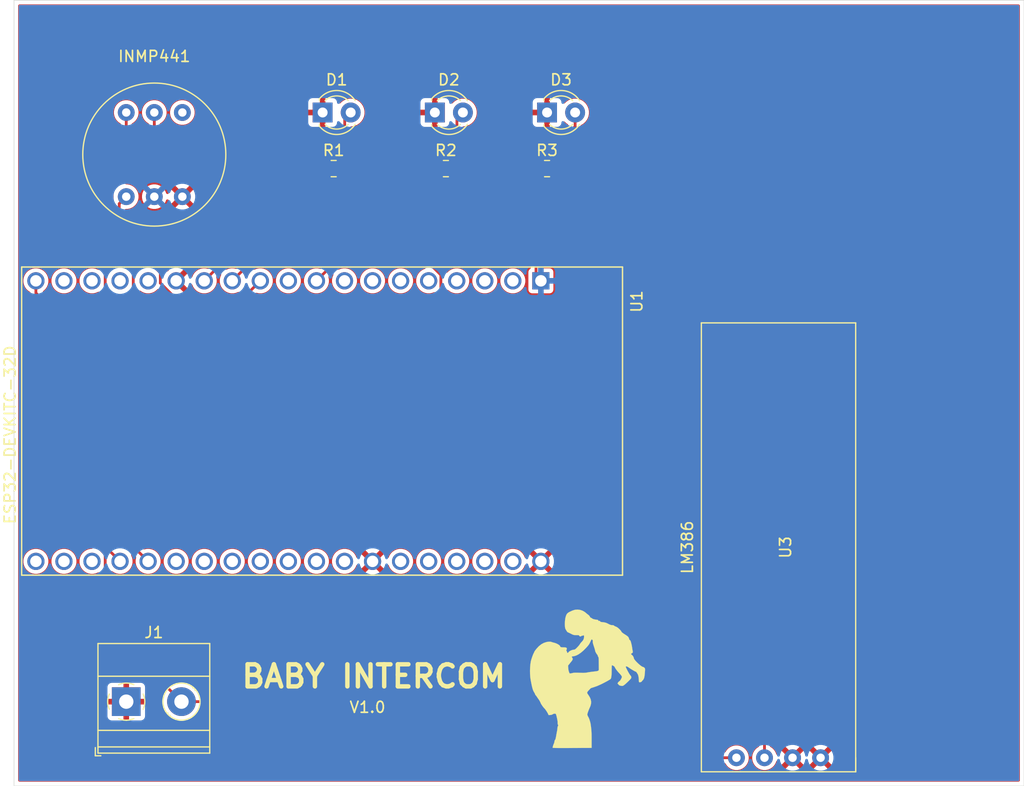
<source format=kicad_pcb>
(kicad_pcb (version 20171130) (host pcbnew "(5.1.10)-1")

  (general
    (thickness 1.6)
    (drawings 7)
    (tracks 50)
    (zones 0)
    (modules 11)
    (nets 13)
  )

  (page A4)
  (layers
    (0 F.Cu signal)
    (31 B.Cu signal)
    (32 B.Adhes user)
    (33 F.Adhes user)
    (34 B.Paste user)
    (35 F.Paste user)
    (36 B.SilkS user)
    (37 F.SilkS user)
    (38 B.Mask user)
    (39 F.Mask user)
    (40 Dwgs.User user)
    (41 Cmts.User user)
    (42 Eco1.User user)
    (43 Eco2.User user)
    (44 Edge.Cuts user)
    (45 Margin user)
    (46 B.CrtYd user)
    (47 F.CrtYd user)
    (48 B.Fab user)
    (49 F.Fab user)
  )

  (setup
    (last_trace_width 0.25)
    (trace_clearance 0.2)
    (zone_clearance 0.35)
    (zone_45_only no)
    (trace_min 0.2)
    (via_size 0.8)
    (via_drill 0.4)
    (via_min_size 0.4)
    (via_min_drill 0.3)
    (uvia_size 0.3)
    (uvia_drill 0.1)
    (uvias_allowed no)
    (uvia_min_size 0.2)
    (uvia_min_drill 0.1)
    (edge_width 0.05)
    (segment_width 0.2)
    (pcb_text_width 0.3)
    (pcb_text_size 1.5 1.5)
    (mod_edge_width 0.12)
    (mod_text_size 1 1)
    (mod_text_width 0.15)
    (pad_size 1.524 1.524)
    (pad_drill 0.762)
    (pad_to_mask_clearance 0)
    (aux_axis_origin 0 0)
    (visible_elements 7FFFFFFF)
    (pcbplotparams
      (layerselection 0x010fc_ffffffff)
      (usegerberextensions false)
      (usegerberattributes true)
      (usegerberadvancedattributes true)
      (creategerberjobfile true)
      (excludeedgelayer true)
      (linewidth 0.100000)
      (plotframeref false)
      (viasonmask false)
      (mode 1)
      (useauxorigin false)
      (hpglpennumber 1)
      (hpglpenspeed 20)
      (hpglpendiameter 15.000000)
      (psnegative false)
      (psa4output false)
      (plotreference true)
      (plotvalue true)
      (plotinvisibletext false)
      (padsonsilk false)
      (subtractmaskfromsilk false)
      (outputformat 1)
      (mirror false)
      (drillshape 1)
      (scaleselection 1)
      (outputdirectory ""))
  )

  (net 0 "")
  (net 1 GND)
  (net 2 "Net-(D1-Pad2)")
  (net 3 "Net-(D2-Pad2)")
  (net 4 "Net-(D3-Pad2)")
  (net 5 +5V)
  (net 6 /LED1)
  (net 7 /LED2)
  (net 8 +3V3)
  (net 9 /SD)
  (net 10 /OUTPUT_SOUND)
  (net 11 /SCK)
  (net 12 /SW)

  (net_class Default "This is the default net class."
    (clearance 0.2)
    (trace_width 0.25)
    (via_dia 0.8)
    (via_drill 0.4)
    (uvia_dia 0.3)
    (uvia_drill 0.1)
    (add_net +3V3)
    (add_net +5V)
    (add_net /LED1)
    (add_net /LED2)
    (add_net /OUTPUT_SOUND)
    (add_net /SCK)
    (add_net /SD)
    (add_net /SW)
    (add_net GND)
    (add_net "Net-(D1-Pad2)")
    (add_net "Net-(D2-Pad2)")
    (add_net "Net-(D3-Pad2)")
  )

  (module "ESP32:Huella bebe" (layer F.Cu) (tedit 61DDE0CF) (tstamp 61DE40CB)
    (at 145.796 113.03)
    (fp_text reference G*** (at 0 0) (layer F.SilkS) hide
      (effects (font (size 1.524 1.524) (thickness 0.3)))
    )
    (fp_text value LOGO (at 0.75 0) (layer F.SilkS) hide
      (effects (font (size 1.524 1.524) (thickness 0.3)))
    )
    (fp_poly (pts (xy -0.570236 -4.498284) (xy -0.353822 -4.427634) (xy -0.154161 -4.315826) (xy -0.050877 -4.233909)
      (xy 0.03538 -4.15981) (xy 0.122253 -4.090361) (xy 0.186408 -4.043745) (xy 0.267441 -3.969905)
      (xy 0.321443 -3.883418) (xy 0.359018 -3.816296) (xy 0.399143 -3.78721) (xy 0.403862 -3.786816)
      (xy 0.453228 -3.770096) (xy 0.504623 -3.733143) (xy 0.58243 -3.682902) (xy 0.698687 -3.644556)
      (xy 0.858815 -3.616479) (xy 0.914503 -3.609996) (xy 1.002624 -3.597973) (xy 1.0513 -3.582165)
      (xy 1.072588 -3.557391) (xy 1.076692 -3.540285) (xy 1.092749 -3.50274) (xy 1.1357 -3.495179)
      (xy 1.157868 -3.497754) (xy 1.216353 -3.496538) (xy 1.245023 -3.464902) (xy 1.247646 -3.457428)
      (xy 1.26675 -3.427386) (xy 1.308649 -3.408392) (xy 1.385515 -3.395949) (xy 1.424076 -3.392207)
      (xy 1.613033 -3.368797) (xy 1.761545 -3.334384) (xy 1.879967 -3.286557) (xy 1.881992 -3.285503)
      (xy 2.015859 -3.216714) (xy 2.115276 -3.169365) (xy 2.190687 -3.139616) (xy 2.252534 -3.123627)
      (xy 2.311261 -3.117557) (xy 2.3401 -3.117039) (xy 2.435728 -3.108599) (xy 2.496256 -3.080564)
      (xy 2.509567 -3.067834) (xy 2.569626 -3.023474) (xy 2.623042 -3.001865) (xy 2.687514 -2.977496)
      (xy 2.767018 -2.936355) (xy 2.795031 -2.919351) (xy 2.866441 -2.866782) (xy 2.947085 -2.79678)
      (xy 3.027285 -2.719222) (xy 3.097365 -2.643983) (xy 3.147648 -2.580939) (xy 3.168457 -2.539966)
      (xy 3.16856 -2.538129) (xy 3.189927 -2.498833) (xy 3.248816 -2.441757) (xy 3.337408 -2.373587)
      (xy 3.440441 -2.305578) (xy 3.58261 -2.216183) (xy 3.686905 -2.144534) (xy 3.760388 -2.083173)
      (xy 3.810122 -2.024644) (xy 3.843167 -1.96149) (xy 3.866588 -1.886253) (xy 3.876057 -1.845608)
      (xy 3.90432 -1.78606) (xy 3.94152 -1.759152) (xy 3.966047 -1.745841) (xy 3.988671 -1.714849)
      (xy 4.012193 -1.658869) (xy 4.039412 -1.570592) (xy 4.073126 -1.442711) (xy 4.092389 -1.365315)
      (xy 4.111259 -1.277257) (xy 4.131671 -1.164752) (xy 4.146688 -1.069067) (xy 4.163825 -0.956884)
      (xy 4.182499 -0.846274) (xy 4.19636 -0.77282) (xy 4.206852 -0.679197) (xy 4.187407 -0.618181)
      (xy 4.132274 -0.576884) (xy 4.103442 -0.564689) (xy 4.053775 -0.529782) (xy 4.052672 -0.484939)
      (xy 4.099455 -0.435366) (xy 4.122251 -0.42063) (xy 4.184954 -0.364098) (xy 4.244024 -0.279772)
      (xy 4.287114 -0.188516) (xy 4.302029 -0.116883) (xy 4.32146 -0.060901) (xy 4.374817 0.018821)
      (xy 4.454691 0.115264) (xy 4.553675 0.221408) (xy 4.664362 0.330235) (xy 4.779345 0.434726)
      (xy 4.891216 0.527862) (xy 4.992567 0.602624) (xy 5.075992 0.651993) (xy 5.131373 0.668973)
      (xy 5.179344 0.685503) (xy 5.238844 0.72485) (xy 5.245922 0.730766) (xy 5.275409 0.758769)
      (xy 5.29635 0.789534) (xy 5.309319 0.830803) (xy 5.314887 0.890318) (xy 5.313628 0.975822)
      (xy 5.306112 1.095056) (xy 5.292913 1.255764) (xy 5.288501 1.306677) (xy 5.266613 1.495879)
      (xy 5.236102 1.642604) (xy 5.19396 1.75559) (xy 5.13718 1.843576) (xy 5.085483 1.896405)
      (xy 5.042253 1.940811) (xy 5.023359 1.973071) (xy 5.023327 1.973838) (xy 5.001079 2.001586)
      (xy 4.947141 2.029749) (xy 4.880719 2.050754) (xy 4.821023 2.057029) (xy 4.814202 2.056287)
      (xy 4.785427 2.04741) (xy 4.767919 2.023896) (xy 4.758186 1.974525) (xy 4.752736 1.888079)
      (xy 4.751469 1.854766) (xy 4.738405 1.663272) (xy 4.714717 1.504155) (xy 4.6817 1.384752)
      (xy 4.660554 1.339553) (xy 4.596473 1.232396) (xy 4.549869 1.162114) (xy 4.513848 1.120191)
      (xy 4.481519 1.098109) (xy 4.45881 1.090255) (xy 4.407234 1.068665) (xy 4.323759 1.024713)
      (xy 4.21918 0.964882) (xy 4.104287 0.895652) (xy 3.989876 0.823507) (xy 3.886736 0.754928)
      (xy 3.815312 0.703767) (xy 3.72445 0.647173) (xy 3.645234 0.620126) (xy 3.587647 0.62514)
      (xy 3.569214 0.641809) (xy 3.573917 0.674861) (xy 3.600215 0.742898) (xy 3.643237 0.8367)
      (xy 3.698117 0.947046) (xy 3.759986 1.064716) (xy 3.823974 1.180488) (xy 3.885214 1.285143)
      (xy 3.938838 1.369459) (xy 3.979976 1.424215) (xy 3.985275 1.429818) (xy 4.044385 1.502073)
      (xy 4.06818 1.573093) (xy 4.070183 1.608718) (xy 4.067055 1.649065) (xy 4.053906 1.687977)
      (xy 4.025089 1.733037) (xy 3.974956 1.791826) (xy 3.897858 1.871926) (xy 3.806136 1.96319)
      (xy 3.699504 2.065898) (xy 3.593946 2.163229) (xy 3.500376 2.245397) (xy 3.429706 2.302614)
      (xy 3.418887 2.310481) (xy 3.344325 2.359658) (xy 3.287569 2.382989) (xy 3.225986 2.386555)
      (xy 3.16128 2.37969) (xy 3.046919 2.355413) (xy 2.962476 2.318675) (xy 2.916664 2.273954)
      (xy 2.910954 2.251094) (xy 2.890269 2.219528) (xy 2.872313 2.215416) (xy 2.836174 2.199409)
      (xy 2.832325 2.157939) (xy 2.855515 2.100829) (xy 2.900494 2.037903) (xy 2.962013 1.978984)
      (xy 3.018467 1.941937) (xy 3.054827 1.905443) (xy 3.101185 1.836623) (xy 3.149078 1.751255)
      (xy 3.190047 1.665113) (xy 3.215628 1.593972) (xy 3.220081 1.56605) (xy 3.201275 1.507422)
      (xy 3.144256 1.420965) (xy 3.048124 1.305488) (xy 2.918018 1.166027) (xy 2.830868 1.068702)
      (xy 2.7431 0.95831) (xy 2.663509 0.847193) (xy 2.600891 0.747693) (xy 2.56404 0.672153)
      (xy 2.562232 0.666775) (xy 2.531266 0.627859) (xy 2.470962 0.582201) (xy 2.400083 0.541516)
      (xy 2.337392 0.517519) (xy 2.319485 0.515213) (xy 2.308475 0.540704) (xy 2.300276 0.616245)
      (xy 2.294974 0.740436) (xy 2.292653 0.911879) (xy 2.292549 0.959584) (xy 2.289736 1.201369)
      (xy 2.281182 1.395622) (xy 2.266449 1.546058) (xy 2.245098 1.656393) (xy 2.216688 1.73034)
      (xy 2.198355 1.756344) (xy 2.151938 1.793398) (xy 2.065226 1.848829) (xy 1.944559 1.919114)
      (xy 1.796275 2.00073) (xy 1.626716 2.090155) (xy 1.442221 2.183864) (xy 1.324814 2.241743)
      (xy 0.973645 2.39763) (xy 0.633251 2.516628) (xy 0.514965 2.550371) (xy 0.441911 2.576149)
      (xy 0.388155 2.605735) (xy 0.381129 2.611907) (xy 0.259911 2.737552) (xy 0.171415 2.833209)
      (xy 0.112962 2.906321) (xy 0.081876 2.964336) (xy 0.075478 3.014697) (xy 0.091091 3.064851)
      (xy 0.126038 3.122242) (xy 0.173659 3.188799) (xy 0.30823 3.401626) (xy 0.394559 3.604019)
      (xy 0.433281 3.801839) (xy 0.42503 4.000944) (xy 0.370443 4.207195) (xy 0.301305 4.36643)
      (xy 0.255372 4.46733) (xy 0.204145 4.59298) (xy 0.157523 4.7189) (xy 0.150639 4.738955)
      (xy 0.115131 4.848941) (xy 0.096367 4.924954) (xy 0.092326 4.981002) (xy 0.100992 5.031094)
      (xy 0.106096 5.048082) (xy 0.133996 5.119873) (xy 0.163291 5.17402) (xy 0.166206 5.17789)
      (xy 0.202416 5.240144) (xy 0.244961 5.338947) (xy 0.289166 5.460519) (xy 0.330355 5.591076)
      (xy 0.363853 5.716839) (xy 0.384679 5.821906) (xy 0.411739 6.010697) (xy 0.43294 6.171685)
      (xy 0.448986 6.315726) (xy 0.460581 6.453679) (xy 0.468429 6.596402) (xy 0.473235 6.754751)
      (xy 0.475702 6.939584) (xy 0.476536 7.16176) (xy 0.476572 7.238742) (xy 0.476572 7.998681)
      (xy -1.297297 8.0053) (xy -1.646732 8.006492) (xy -1.948029 8.007234) (xy -2.20457 8.007466)
      (xy -2.419736 8.007132) (xy -2.59691 8.006172) (xy -2.739473 8.004529) (xy -2.850807 8.002143)
      (xy -2.934294 7.998956) (xy -2.993315 7.99491) (xy -3.031253 7.989947) (xy -3.05149 7.984009)
      (xy -3.057406 7.977036) (xy -3.056972 7.974928) (xy -3.042851 7.925631) (xy -3.027038 7.853839)
      (xy -3.025175 7.844111) (xy -3.003108 7.764704) (xy -2.966975 7.669181) (xy -2.946383 7.623443)
      (xy -2.910816 7.53307) (xy -2.888746 7.444942) (xy -2.885192 7.407833) (xy -2.87794 7.3433)
      (xy -2.860239 7.303983) (xy -2.857843 7.302162) (xy -2.831202 7.276421) (xy -2.806979 7.230117)
      (xy -2.783425 7.15691) (xy -2.758788 7.050458) (xy -2.731318 6.904421) (xy -2.705224 6.74929)
      (xy -2.685515 6.638279) (xy -2.662462 6.522152) (xy -2.653046 6.478803) (xy -2.63474 6.375876)
      (xy -2.620487 6.256834) (xy -2.616014 6.196483) (xy -2.60734 6.113273) (xy -2.592886 6.053727)
      (xy -2.579206 6.033332) (xy -2.556599 6.002983) (xy -2.551412 5.950159) (xy -2.563885 5.900958)
      (xy -2.577836 5.885213) (xy -2.593185 5.851387) (xy -2.600402 5.785318) (xy -2.600099 5.74845)
      (xy -2.600597 5.645042) (xy -2.6125 5.531287) (xy -2.637769 5.391556) (xy -2.654669 5.313134)
      (xy -2.690298 5.158168) (xy -2.718374 5.047467) (xy -2.7407 4.97463) (xy -2.759078 4.933257)
      (xy -2.763541 4.926724) (xy -2.813797 4.899343) (xy -2.89062 4.896126) (xy -2.976022 4.915362)
      (xy -3.050205 4.953976) (xy -3.130903 4.996776) (xy -3.235152 5.016393) (xy -3.274027 5.018607)
      (xy -3.418135 5.023784) (xy -3.466601 4.914072) (xy -3.508687 4.831873) (xy -3.568552 4.730897)
      (xy -3.636825 4.625343) (xy -3.704137 4.529407) (xy -3.761119 4.457289) (xy -3.783338 4.434111)
      (xy -3.826442 4.389185) (xy -3.881101 4.324969) (xy -3.937289 4.254289) (xy -3.984979 4.189973)
      (xy -4.014144 4.144846) (xy -4.018661 4.133088) (xy -4.036072 4.102691) (xy -4.053451 4.085903)
      (xy -4.080705 4.047923) (xy -4.116849 3.97767) (xy -4.149011 3.902738) (xy -4.199737 3.794719)
      (xy -4.266755 3.678421) (xy -4.315638 3.606491) (xy -4.380161 3.517415) (xy -4.440505 3.429599)
      (xy -4.476852 3.37295) (xy -4.526007 3.301105) (xy -4.57626 3.241682) (xy -4.584564 3.233714)
      (xy -4.62413 3.184058) (xy -4.637576 3.145246) (xy -4.65113 3.10302) (xy -4.685757 3.034175)
      (xy -4.727046 2.964766) (xy -4.77078 2.889876) (xy -4.810051 2.807155) (xy -4.846579 2.710383)
      (xy -4.882087 2.593339) (xy -4.918297 2.449804) (xy -4.956931 2.273557) (xy -4.999711 2.058378)
      (xy -5.045047 1.816125) (xy -5.078272 1.573017) (xy -5.096863 1.297167) (xy -5.10105 1.004465)
      (xy -5.091063 0.710801) (xy -5.077 0.546992) (xy -1.655568 0.546992) (xy -1.641197 0.756508)
      (xy -1.629329 0.871245) (xy -1.611314 0.980122) (xy -1.590789 1.061694) (xy -1.588167 1.069067)
      (xy -1.56039 1.144881) (xy -1.539088 1.206081) (xy -1.535502 1.21719) (xy -1.516616 1.246889)
      (xy -1.478062 1.259328) (xy -1.411242 1.254607) (xy -1.307553 1.232826) (xy -1.257912 1.220409)
      (xy -1.188726 1.205086) (xy -1.114856 1.194847) (xy -1.026585 1.189318) (xy -0.914195 1.188126)
      (xy -0.767967 1.190895) (xy -0.618255 1.195778) (xy -0.437076 1.201508) (xy -0.295162 1.203521)
      (xy -0.180353 1.201276) (xy -0.080491 1.194232) (xy 0.016584 1.181847) (xy 0.123031 1.163579)
      (xy 0.128804 1.162504) (xy 0.271685 1.138379) (xy 0.441114 1.113629) (xy 0.612278 1.091727)
      (xy 0.716743 1.080256) (xy 0.873668 1.062307) (xy 0.986082 1.042459) (xy 1.060974 1.017259)
      (xy 1.105331 0.983255) (xy 1.126141 0.936992) (xy 1.13041 0.875862) (xy 1.129546 0.821895)
      (xy 1.128364 0.726323) (xy 1.126974 0.599058) (xy 1.125483 0.450015) (xy 1.124026 0.292001)
      (xy 1.121957 0.117072) (xy 1.118832 -0.013678) (xy 1.113989 -0.107591) (xy 1.106766 -0.17201)
      (xy 1.096501 -0.214275) (xy 1.082531 -0.241728) (xy 1.075045 -0.251001) (xy 1.040189 -0.310058)
      (xy 1.030426 -0.354717) (xy 1.020639 -0.405078) (xy 1.007202 -0.423484) (xy 0.968106 -0.463254)
      (xy 0.918667 -0.533684) (xy 0.868198 -0.618591) (xy 0.826013 -0.701794) (xy 0.801425 -0.76711)
      (xy 0.79858 -0.78595) (xy 0.790484 -0.835085) (xy 0.768302 -0.921575) (xy 0.735189 -1.034227)
      (xy 0.694306 -1.161846) (xy 0.683347 -1.194463) (xy 0.633797 -1.345731) (xy 0.601582 -1.458228)
      (xy 0.584656 -1.540918) (xy 0.580973 -1.602768) (xy 0.58377 -1.630653) (xy 0.586976 -1.711532)
      (xy 0.561176 -1.768827) (xy 0.553327 -1.778068) (xy 0.510951 -1.816209) (xy 0.484042 -1.829006)
      (xy 0.462484 -1.807245) (xy 0.429346 -1.750531) (xy 0.396206 -1.680883) (xy 0.337954 -1.551891)
      (xy 0.284639 -1.447794) (xy 0.227822 -1.35621) (xy 0.159066 -1.264759) (xy 0.06993 -1.16106)
      (xy -0.038982 -1.042423) (xy -0.26569 -0.815839) (xy -0.486773 -0.627543) (xy -0.69897 -0.479734)
      (xy -0.899021 -0.374612) (xy -1.083669 -0.314377) (xy -1.129999 -0.306161) (xy -1.218516 -0.291922)
      (xy -1.286539 -0.278052) (xy -1.316867 -0.268587) (xy -1.317656 -0.241471) (xy -1.291763 -0.190966)
      (xy -1.278738 -0.172301) (xy -1.238186 -0.092792) (xy -1.239279 -0.012065) (xy -1.283422 0.07914)
      (xy -1.325449 0.135754) (xy -1.374827 0.196969) (xy -1.442714 0.281406) (xy -1.515435 0.372053)
      (xy -1.524188 0.382978) (xy -1.655568 0.546992) (xy -5.077 0.546992) (xy -5.067133 0.432065)
      (xy -5.02949 0.184147) (xy -5.020773 0.141683) (xy -4.995048 0.041273) (xy -4.957217 -0.083163)
      (xy -4.91202 -0.218255) (xy -4.864198 -0.350634) (xy -4.81849 -0.46693) (xy -4.779638 -0.553772)
      (xy -4.764106 -0.582227) (xy -4.73059 -0.645261) (xy -4.713797 -0.69402) (xy -4.713383 -0.698578)
      (xy -4.697517 -0.731352) (xy -4.654883 -0.794512) (xy -4.591923 -0.87906) (xy -4.515082 -0.975994)
      (xy -4.512707 -0.978905) (xy -4.301763 -1.20578) (xy -4.079964 -1.382667) (xy -3.846301 -1.51015)
      (xy -3.599763 -1.588812) (xy -3.410986 -1.61575) (xy -3.276139 -1.618723) (xy -3.186528 -1.604777)
      (xy -3.168542 -1.597151) (xy -3.111419 -1.574756) (xy -3.024704 -1.549537) (xy -2.9485 -1.531614)
      (xy -2.821494 -1.496446) (xy -2.694097 -1.446364) (xy -2.575847 -1.386896) (xy -2.476282 -1.323574)
      (xy -2.40494 -1.261928) (xy -2.37136 -1.207486) (xy -2.369979 -1.196205) (xy -2.352717 -1.152643)
      (xy -2.297836 -1.123949) (xy -2.200702 -1.108577) (xy -2.095689 -1.104855) (xy -1.96937 -1.102627)
      (xy -1.88422 -1.095655) (xy -1.829937 -1.081454) (xy -1.796219 -1.057537) (xy -1.776043 -1.027734)
      (xy -1.763509 -0.974079) (xy -1.784353 -0.906273) (xy -1.789985 -0.894645) (xy -1.815064 -0.837426)
      (xy -1.814337 -0.805784) (xy -1.791399 -0.78327) (xy -1.760657 -0.736675) (xy -1.751724 -0.689014)
      (xy -1.736426 -0.632451) (xy -1.709396 -0.607525) (xy -1.67218 -0.597072) (xy -1.664315 -0.598329)
      (xy -1.608771 -0.680384) (xy -1.514311 -0.758282) (xy -1.393444 -0.824693) (xy -1.258677 -0.87229)
      (xy -1.166376 -0.890062) (xy -1.098717 -0.899882) (xy -1.046207 -0.914938) (xy -0.99745 -0.942436)
      (xy -0.941051 -0.989579) (xy -0.865616 -1.063571) (xy -0.822494 -1.107475) (xy -0.736905 -1.199073)
      (xy -0.661612 -1.287162) (xy -0.606576 -1.359685) (xy -0.585773 -1.394021) (xy -0.544218 -1.459387)
      (xy -0.479631 -1.53863) (xy -0.423602 -1.597161) (xy -0.305223 -1.734386) (xy -0.234364 -1.875495)
      (xy -0.207194 -2.028536) (xy -0.206651 -2.052892) (xy -0.21225 -2.140976) (xy -0.22792 -2.195266)
      (xy -0.250667 -2.2093) (xy -0.270227 -2.190076) (xy -0.305416 -2.17089) (xy -0.359015 -2.163895)
      (xy -0.423937 -2.150923) (xy -0.463691 -2.125254) (xy -0.521174 -2.089245) (xy -0.584438 -2.095495)
      (xy -0.634307 -2.141191) (xy -0.639329 -2.151014) (xy -0.655668 -2.181063) (xy -0.678709 -2.199933)
      (xy -0.719387 -2.210218) (xy -0.788634 -2.214513) (xy -0.897383 -2.215413) (xy -0.910719 -2.215416)
      (xy -1.018182 -2.216229) (xy -1.097749 -2.2214) (xy -1.165207 -2.235032) (xy -1.236342 -2.261226)
      (xy -1.326941 -2.304083) (xy -1.406505 -2.344219) (xy -1.511418 -2.396326) (xy -1.600298 -2.43833)
      (xy -1.662642 -2.465402) (xy -1.686664 -2.473069) (xy -1.715527 -2.49472) (xy -1.760865 -2.553523)
      (xy -1.816517 -2.640345) (xy -1.876323 -2.746055) (xy -1.895214 -2.78215) (xy -1.920282 -2.862858)
      (xy -1.936854 -2.982844) (xy -1.945073 -3.130597) (xy -1.945082 -3.294605) (xy -1.937026 -3.463354)
      (xy -1.921048 -3.625333) (xy -1.897291 -3.769028) (xy -1.88212 -3.831946) (xy -1.844289 -3.958452)
      (xy -1.804447 -4.058925) (xy -1.755466 -4.140081) (xy -1.690218 -4.208638) (xy -1.601573 -4.271313)
      (xy -1.482403 -4.334823) (xy -1.325579 -4.405884) (xy -1.229455 -4.446923) (xy -1.017106 -4.509565)
      (xy -0.794349 -4.52614) (xy -0.570236 -4.498284)) (layer F.SilkS) (width 0.01))
  )

  (module ESP32:MODULE_ESP32-DEVKITC-32D (layer F.Cu) (tedit 61D335BD) (tstamp 61D3A458)
    (at 121.92 91.44 270)
    (path /61D3378D)
    (fp_text reference U1 (at -10.829175 -28.446045 90) (layer F.SilkS)
      (effects (font (size 1.000386 1.000386) (thickness 0.15)))
    )
    (fp_text value ESP32-DEVKITC-32D (at 1.24136 28.294535 90) (layer F.SilkS)
      (effects (font (size 1.001047 1.001047) (thickness 0.15)))
    )
    (fp_line (start -13.95 -27.15) (end 13.95 -27.15) (layer F.Fab) (width 0.127))
    (fp_line (start 13.95 -27.15) (end 13.95 27.25) (layer F.Fab) (width 0.127))
    (fp_line (start 13.95 27.25) (end -13.95 27.25) (layer F.Fab) (width 0.127))
    (fp_line (start -13.95 27.25) (end -13.95 -27.15) (layer F.Fab) (width 0.127))
    (fp_line (start -13.95 27.25) (end -13.95 -27.15) (layer F.SilkS) (width 0.127))
    (fp_line (start -13.95 -27.15) (end 13.95 -27.15) (layer F.SilkS) (width 0.127))
    (fp_line (start 13.95 -27.15) (end 13.95 27.25) (layer F.SilkS) (width 0.127))
    (fp_line (start 13.95 27.25) (end -13.95 27.25) (layer F.SilkS) (width 0.127))
    (fp_line (start -14.2 -27.4) (end 14.2 -27.4) (layer F.CrtYd) (width 0.05))
    (fp_line (start 14.2 -27.4) (end 14.2 27.5) (layer F.CrtYd) (width 0.05))
    (fp_line (start 14.2 27.5) (end -14.2 27.5) (layer F.CrtYd) (width 0.05))
    (fp_line (start -14.2 27.5) (end -14.2 -27.4) (layer F.CrtYd) (width 0.05))
    (fp_circle (center -14.6 -19.9) (end -14.46 -19.9) (layer F.Fab) (width 0.28))
    (fp_circle (center -14.6 -19.9) (end -14.46 -19.9) (layer F.Fab) (width 0.28))
    (pad 1 thru_hole rect (at -12.7 -19.76 270) (size 1.56 1.56) (drill 1.04) (layers *.Cu *.Mask)
      (net 8 +3V3))
    (pad 2 thru_hole circle (at -12.7 -17.22 270) (size 1.56 1.56) (drill 1.04) (layers *.Cu *.Mask))
    (pad 19 thru_hole circle (at -12.7 25.96 270) (size 1.56 1.56) (drill 1.04) (layers *.Cu *.Mask)
      (net 5 +5V))
    (pad 3 thru_hole circle (at -12.7 -14.68 270) (size 1.56 1.56) (drill 1.04) (layers *.Cu *.Mask))
    (pad 4 thru_hole circle (at -12.7 -12.14 270) (size 1.56 1.56) (drill 1.04) (layers *.Cu *.Mask))
    (pad 5 thru_hole circle (at -12.7 -9.6 270) (size 1.56 1.56) (drill 1.04) (layers *.Cu *.Mask))
    (pad 6 thru_hole circle (at -12.7 -7.06 270) (size 1.56 1.56) (drill 1.04) (layers *.Cu *.Mask))
    (pad 7 thru_hole circle (at -12.7 -4.52 270) (size 1.56 1.56) (drill 1.04) (layers *.Cu *.Mask))
    (pad 8 thru_hole circle (at -12.7 -1.98 270) (size 1.56 1.56) (drill 1.04) (layers *.Cu *.Mask))
    (pad 9 thru_hole circle (at -12.7 0.56 270) (size 1.56 1.56) (drill 1.04) (layers *.Cu *.Mask)
      (net 10 /OUTPUT_SOUND))
    (pad 10 thru_hole circle (at -12.7 3.1 270) (size 1.56 1.56) (drill 1.04) (layers *.Cu *.Mask))
    (pad 11 thru_hole circle (at -12.7 5.64 270) (size 1.56 1.56) (drill 1.04) (layers *.Cu *.Mask)
      (net 9 /SD))
    (pad 12 thru_hole circle (at -12.7 8.18 270) (size 1.56 1.56) (drill 1.04) (layers *.Cu *.Mask)
      (net 7 /LED2))
    (pad 13 thru_hole circle (at -12.7 10.72 270) (size 1.56 1.56) (drill 1.04) (layers *.Cu *.Mask)
      (net 6 /LED1))
    (pad 14 thru_hole circle (at -12.7 13.26 270) (size 1.56 1.56) (drill 1.04) (layers *.Cu *.Mask)
      (net 1 GND))
    (pad 15 thru_hole circle (at -12.7 15.8 270) (size 1.56 1.56) (drill 1.04) (layers *.Cu *.Mask))
    (pad 16 thru_hole circle (at -12.7 18.34 270) (size 1.56 1.56) (drill 1.04) (layers *.Cu *.Mask))
    (pad 17 thru_hole circle (at -12.7 20.88 270) (size 1.56 1.56) (drill 1.04) (layers *.Cu *.Mask))
    (pad 18 thru_hole circle (at -12.7 23.42 270) (size 1.56 1.56) (drill 1.04) (layers *.Cu *.Mask))
    (pad 20 thru_hole circle (at 12.7 -19.76 270) (size 1.56 1.56) (drill 1.04) (layers *.Cu *.Mask)
      (net 1 GND))
    (pad 21 thru_hole circle (at 12.7 -17.22 270) (size 1.56 1.56) (drill 1.04) (layers *.Cu *.Mask))
    (pad 22 thru_hole circle (at 12.7 -14.68 270) (size 1.56 1.56) (drill 1.04) (layers *.Cu *.Mask))
    (pad 23 thru_hole circle (at 12.7 -12.14 270) (size 1.56 1.56) (drill 1.04) (layers *.Cu *.Mask))
    (pad 24 thru_hole circle (at 12.7 -9.6 270) (size 1.56 1.56) (drill 1.04) (layers *.Cu *.Mask))
    (pad 25 thru_hole circle (at 12.7 -7.06 270) (size 1.56 1.56) (drill 1.04) (layers *.Cu *.Mask))
    (pad 26 thru_hole circle (at 12.7 -4.52 270) (size 1.56 1.56) (drill 1.04) (layers *.Cu *.Mask)
      (net 1 GND))
    (pad 27 thru_hole circle (at 12.7 -1.98 270) (size 1.56 1.56) (drill 1.04) (layers *.Cu *.Mask))
    (pad 28 thru_hole circle (at 12.7 0.56 270) (size 1.56 1.56) (drill 1.04) (layers *.Cu *.Mask))
    (pad 29 thru_hole circle (at 12.7 3.1 270) (size 1.56 1.56) (drill 1.04) (layers *.Cu *.Mask))
    (pad 30 thru_hole circle (at 12.7 5.64 270) (size 1.56 1.56) (drill 1.04) (layers *.Cu *.Mask))
    (pad 31 thru_hole circle (at 12.7 8.18 270) (size 1.56 1.56) (drill 1.04) (layers *.Cu *.Mask))
    (pad 32 thru_hole circle (at 12.7 10.72 270) (size 1.56 1.56) (drill 1.04) (layers *.Cu *.Mask))
    (pad 33 thru_hole circle (at 12.7 13.26 270) (size 1.56 1.56) (drill 1.04) (layers *.Cu *.Mask))
    (pad 34 thru_hole circle (at 12.7 15.8 270) (size 1.56 1.56) (drill 1.04) (layers *.Cu *.Mask)
      (net 12 /SW))
    (pad 35 thru_hole circle (at 12.7 18.34 270) (size 1.56 1.56) (drill 1.04) (layers *.Cu *.Mask)
      (net 11 /SCK))
    (pad 36 thru_hole circle (at 12.7 20.88 270) (size 1.56 1.56) (drill 1.04) (layers *.Cu *.Mask))
    (pad 37 thru_hole circle (at 12.7 23.42 270) (size 1.56 1.56) (drill 1.04) (layers *.Cu *.Mask))
    (pad 38 thru_hole circle (at 12.7 25.96 270) (size 1.56 1.56) (drill 1.04) (layers *.Cu *.Mask))
    (model "C:/Users/PCWIN10/Desktop/TFG/Placa de interfaz/Huellas y 3Ds/ESP32-DEVKITC-32D.step"
      (offset (xyz 0 -3 3))
      (scale (xyz 1 1 1))
      (rotate (xyz -90 0 0))
    )
  )

  (module LED_THT:LED_D3.0mm_IRGrey (layer F.Cu) (tedit 5A6C9BB8) (tstamp 61D82BD8)
    (at 121.92 63.5)
    (descr "IR-LED, diameter 3.0mm, 2 pins, color: grey")
    (tags "IR infrared LED diameter 3.0mm 2 pins grey")
    (path /61D37386)
    (fp_text reference D1 (at 1.27 -2.96) (layer F.SilkS)
      (effects (font (size 1 1) (thickness 0.15)))
    )
    (fp_text value LED (at 1.27 2.96) (layer F.Fab)
      (effects (font (size 1 1) (thickness 0.15)))
    )
    (fp_circle (center 1.27 0) (end 2.77 0) (layer F.Fab) (width 0.1))
    (fp_line (start 3.7 -2.25) (end -1.15 -2.25) (layer F.CrtYd) (width 0.05))
    (fp_line (start 3.7 2.25) (end 3.7 -2.25) (layer F.CrtYd) (width 0.05))
    (fp_line (start -1.15 2.25) (end 3.7 2.25) (layer F.CrtYd) (width 0.05))
    (fp_line (start -1.15 -2.25) (end -1.15 2.25) (layer F.CrtYd) (width 0.05))
    (fp_line (start -0.29 1.08) (end -0.29 1.236) (layer F.SilkS) (width 0.12))
    (fp_line (start -0.29 -1.236) (end -0.29 -1.08) (layer F.SilkS) (width 0.12))
    (fp_line (start -0.23 -1.16619) (end -0.23 1.16619) (layer F.Fab) (width 0.1))
    (fp_text user %R (at 1.47 0) (layer F.Fab)
      (effects (font (size 0.8 0.8) (thickness 0.12)))
    )
    (fp_arc (start 1.27 0) (end -0.23 -1.16619) (angle 284.3) (layer F.Fab) (width 0.1))
    (fp_arc (start 1.27 0) (end -0.29 -1.235516) (angle 108.8) (layer F.SilkS) (width 0.12))
    (fp_arc (start 1.27 0) (end -0.29 1.235516) (angle -108.8) (layer F.SilkS) (width 0.12))
    (fp_arc (start 1.27 0) (end 0.229039 -1.08) (angle 87.9) (layer F.SilkS) (width 0.12))
    (fp_arc (start 1.27 0) (end 0.229039 1.08) (angle -87.9) (layer F.SilkS) (width 0.12))
    (pad 1 thru_hole rect (at 0 0) (size 1.8 1.8) (drill 0.9) (layers *.Cu *.Mask)
      (net 1 GND))
    (pad 2 thru_hole circle (at 2.54 0) (size 1.8 1.8) (drill 0.9) (layers *.Cu *.Mask)
      (net 2 "Net-(D1-Pad2)"))
    (model ${KISYS3DMOD}/LED_THT.3dshapes/LED_D3.0mm_IRGrey.wrl
      (at (xyz 0 0 0))
      (scale (xyz 1 1 1))
      (rotate (xyz 0 0 0))
    )
  )

  (module LED_THT:LED_D3.0mm_IRGrey (layer F.Cu) (tedit 5A6C9BB8) (tstamp 61D82BEB)
    (at 132.08 63.5)
    (descr "IR-LED, diameter 3.0mm, 2 pins, color: grey")
    (tags "IR infrared LED diameter 3.0mm 2 pins grey")
    (path /61D36883)
    (fp_text reference D2 (at 1.27 -2.96) (layer F.SilkS)
      (effects (font (size 1 1) (thickness 0.15)))
    )
    (fp_text value LED (at 1.27 2.96) (layer F.Fab)
      (effects (font (size 1 1) (thickness 0.15)))
    )
    (fp_line (start -0.23 -1.16619) (end -0.23 1.16619) (layer F.Fab) (width 0.1))
    (fp_line (start -0.29 -1.236) (end -0.29 -1.08) (layer F.SilkS) (width 0.12))
    (fp_line (start -0.29 1.08) (end -0.29 1.236) (layer F.SilkS) (width 0.12))
    (fp_line (start -1.15 -2.25) (end -1.15 2.25) (layer F.CrtYd) (width 0.05))
    (fp_line (start -1.15 2.25) (end 3.7 2.25) (layer F.CrtYd) (width 0.05))
    (fp_line (start 3.7 2.25) (end 3.7 -2.25) (layer F.CrtYd) (width 0.05))
    (fp_line (start 3.7 -2.25) (end -1.15 -2.25) (layer F.CrtYd) (width 0.05))
    (fp_circle (center 1.27 0) (end 2.77 0) (layer F.Fab) (width 0.1))
    (fp_arc (start 1.27 0) (end 0.229039 1.08) (angle -87.9) (layer F.SilkS) (width 0.12))
    (fp_arc (start 1.27 0) (end 0.229039 -1.08) (angle 87.9) (layer F.SilkS) (width 0.12))
    (fp_arc (start 1.27 0) (end -0.29 1.235516) (angle -108.8) (layer F.SilkS) (width 0.12))
    (fp_arc (start 1.27 0) (end -0.29 -1.235516) (angle 108.8) (layer F.SilkS) (width 0.12))
    (fp_arc (start 1.27 0) (end -0.23 -1.16619) (angle 284.3) (layer F.Fab) (width 0.1))
    (fp_text user %R (at 1.47 0) (layer F.Fab)
      (effects (font (size 0.8 0.8) (thickness 0.12)))
    )
    (pad 2 thru_hole circle (at 2.54 0) (size 1.8 1.8) (drill 0.9) (layers *.Cu *.Mask)
      (net 3 "Net-(D2-Pad2)"))
    (pad 1 thru_hole rect (at 0 0) (size 1.8 1.8) (drill 0.9) (layers *.Cu *.Mask)
      (net 1 GND))
    (model ${KISYS3DMOD}/LED_THT.3dshapes/LED_D3.0mm_IRGrey.wrl
      (at (xyz 0 0 0))
      (scale (xyz 1 1 1))
      (rotate (xyz 0 0 0))
    )
  )

  (module LED_THT:LED_D3.0mm_IRGrey (layer F.Cu) (tedit 5A6C9BB8) (tstamp 61D82BFE)
    (at 142.24 63.5)
    (descr "IR-LED, diameter 3.0mm, 2 pins, color: grey")
    (tags "IR infrared LED diameter 3.0mm 2 pins grey")
    (path /61D36529)
    (fp_text reference D3 (at 1.27 -2.96) (layer F.SilkS)
      (effects (font (size 1 1) (thickness 0.15)))
    )
    (fp_text value LED (at 1.27 2.96) (layer F.Fab)
      (effects (font (size 1 1) (thickness 0.15)))
    )
    (fp_circle (center 1.27 0) (end 2.77 0) (layer F.Fab) (width 0.1))
    (fp_line (start 3.7 -2.25) (end -1.15 -2.25) (layer F.CrtYd) (width 0.05))
    (fp_line (start 3.7 2.25) (end 3.7 -2.25) (layer F.CrtYd) (width 0.05))
    (fp_line (start -1.15 2.25) (end 3.7 2.25) (layer F.CrtYd) (width 0.05))
    (fp_line (start -1.15 -2.25) (end -1.15 2.25) (layer F.CrtYd) (width 0.05))
    (fp_line (start -0.29 1.08) (end -0.29 1.236) (layer F.SilkS) (width 0.12))
    (fp_line (start -0.29 -1.236) (end -0.29 -1.08) (layer F.SilkS) (width 0.12))
    (fp_line (start -0.23 -1.16619) (end -0.23 1.16619) (layer F.Fab) (width 0.1))
    (fp_text user %R (at 1.47 0) (layer F.Fab)
      (effects (font (size 0.8 0.8) (thickness 0.12)))
    )
    (fp_arc (start 1.27 0) (end -0.23 -1.16619) (angle 284.3) (layer F.Fab) (width 0.1))
    (fp_arc (start 1.27 0) (end -0.29 -1.235516) (angle 108.8) (layer F.SilkS) (width 0.12))
    (fp_arc (start 1.27 0) (end -0.29 1.235516) (angle -108.8) (layer F.SilkS) (width 0.12))
    (fp_arc (start 1.27 0) (end 0.229039 -1.08) (angle 87.9) (layer F.SilkS) (width 0.12))
    (fp_arc (start 1.27 0) (end 0.229039 1.08) (angle -87.9) (layer F.SilkS) (width 0.12))
    (pad 1 thru_hole rect (at 0 0) (size 1.8 1.8) (drill 0.9) (layers *.Cu *.Mask)
      (net 1 GND))
    (pad 2 thru_hole circle (at 2.54 0) (size 1.8 1.8) (drill 0.9) (layers *.Cu *.Mask)
      (net 4 "Net-(D3-Pad2)"))
    (model ${KISYS3DMOD}/LED_THT.3dshapes/LED_D3.0mm_IRGrey.wrl
      (at (xyz 0 0 0))
      (scale (xyz 1 1 1))
      (rotate (xyz 0 0 0))
    )
  )

  (module TerminalBlock_Phoenix:TerminalBlock_Phoenix_MKDS-1,5-2_1x02_P5.00mm_Horizontal (layer F.Cu) (tedit 5B294EE5) (tstamp 61D82C3C)
    (at 104.14 116.84)
    (descr "Terminal Block Phoenix MKDS-1,5-2, 2 pins, pitch 5mm, size 10x9.8mm^2, drill diamater 1.3mm, pad diameter 2.6mm, see http://www.farnell.com/datasheets/100425.pdf, script-generated using https://github.com/pointhi/kicad-footprint-generator/scripts/TerminalBlock_Phoenix")
    (tags "THT Terminal Block Phoenix MKDS-1,5-2 pitch 5mm size 10x9.8mm^2 drill 1.3mm pad 2.6mm")
    (path /61D496D0)
    (fp_text reference J1 (at 2.5 -6.26) (layer F.SilkS)
      (effects (font (size 1 1) (thickness 0.15)))
    )
    (fp_text value Conn_01x02_Female (at 2.5 5.66) (layer F.Fab)
      (effects (font (size 1 1) (thickness 0.15)))
    )
    (fp_line (start 8 -5.71) (end -3 -5.71) (layer F.CrtYd) (width 0.05))
    (fp_line (start 8 5.1) (end 8 -5.71) (layer F.CrtYd) (width 0.05))
    (fp_line (start -3 5.1) (end 8 5.1) (layer F.CrtYd) (width 0.05))
    (fp_line (start -3 -5.71) (end -3 5.1) (layer F.CrtYd) (width 0.05))
    (fp_line (start -2.8 4.9) (end -2.3 4.9) (layer F.SilkS) (width 0.12))
    (fp_line (start -2.8 4.16) (end -2.8 4.9) (layer F.SilkS) (width 0.12))
    (fp_line (start 3.773 1.023) (end 3.726 1.069) (layer F.SilkS) (width 0.12))
    (fp_line (start 6.07 -1.275) (end 6.035 -1.239) (layer F.SilkS) (width 0.12))
    (fp_line (start 3.966 1.239) (end 3.931 1.274) (layer F.SilkS) (width 0.12))
    (fp_line (start 6.275 -1.069) (end 6.228 -1.023) (layer F.SilkS) (width 0.12))
    (fp_line (start 5.955 -1.138) (end 3.863 0.955) (layer F.Fab) (width 0.1))
    (fp_line (start 6.138 -0.955) (end 4.046 1.138) (layer F.Fab) (width 0.1))
    (fp_line (start 0.955 -1.138) (end -1.138 0.955) (layer F.Fab) (width 0.1))
    (fp_line (start 1.138 -0.955) (end -0.955 1.138) (layer F.Fab) (width 0.1))
    (fp_line (start 7.56 -5.261) (end 7.56 4.66) (layer F.SilkS) (width 0.12))
    (fp_line (start -2.56 -5.261) (end -2.56 4.66) (layer F.SilkS) (width 0.12))
    (fp_line (start -2.56 4.66) (end 7.56 4.66) (layer F.SilkS) (width 0.12))
    (fp_line (start -2.56 -5.261) (end 7.56 -5.261) (layer F.SilkS) (width 0.12))
    (fp_line (start -2.56 -2.301) (end 7.56 -2.301) (layer F.SilkS) (width 0.12))
    (fp_line (start -2.5 -2.3) (end 7.5 -2.3) (layer F.Fab) (width 0.1))
    (fp_line (start -2.56 2.6) (end 7.56 2.6) (layer F.SilkS) (width 0.12))
    (fp_line (start -2.5 2.6) (end 7.5 2.6) (layer F.Fab) (width 0.1))
    (fp_line (start -2.56 4.1) (end 7.56 4.1) (layer F.SilkS) (width 0.12))
    (fp_line (start -2.5 4.1) (end 7.5 4.1) (layer F.Fab) (width 0.1))
    (fp_line (start -2.5 4.1) (end -2.5 -5.2) (layer F.Fab) (width 0.1))
    (fp_line (start -2 4.6) (end -2.5 4.1) (layer F.Fab) (width 0.1))
    (fp_line (start 7.5 4.6) (end -2 4.6) (layer F.Fab) (width 0.1))
    (fp_line (start 7.5 -5.2) (end 7.5 4.6) (layer F.Fab) (width 0.1))
    (fp_line (start -2.5 -5.2) (end 7.5 -5.2) (layer F.Fab) (width 0.1))
    (fp_circle (center 5 0) (end 6.68 0) (layer F.SilkS) (width 0.12))
    (fp_circle (center 5 0) (end 6.5 0) (layer F.Fab) (width 0.1))
    (fp_circle (center 0 0) (end 1.5 0) (layer F.Fab) (width 0.1))
    (fp_arc (start 0 0) (end 0 1.68) (angle -24) (layer F.SilkS) (width 0.12))
    (fp_arc (start 0 0) (end 1.535 0.684) (angle -48) (layer F.SilkS) (width 0.12))
    (fp_arc (start 0 0) (end 0.684 -1.535) (angle -48) (layer F.SilkS) (width 0.12))
    (fp_arc (start 0 0) (end -1.535 -0.684) (angle -48) (layer F.SilkS) (width 0.12))
    (fp_arc (start 0 0) (end -0.684 1.535) (angle -25) (layer F.SilkS) (width 0.12))
    (fp_text user %R (at 2.5 3.2) (layer F.Fab)
      (effects (font (size 1 1) (thickness 0.15)))
    )
    (pad 1 thru_hole rect (at 0 0) (size 2.6 2.6) (drill 1.3) (layers *.Cu *.Mask)
      (net 1 GND))
    (pad 2 thru_hole circle (at 5 0) (size 2.6 2.6) (drill 1.3) (layers *.Cu *.Mask)
      (net 5 +5V))
    (model ${KISYS3DMOD}/TerminalBlock_Phoenix.3dshapes/TerminalBlock_Phoenix_MKDS-1,5-2_1x02_P5.00mm_Horizontal.wrl
      (at (xyz 0 0 0))
      (scale (xyz 1 1 1))
      (rotate (xyz 0 0 0))
    )
  )

  (module ESP32:INMP441 (layer F.Cu) (tedit 61D424F9) (tstamp 61D8A1B4)
    (at 106.68 66.04)
    (path /61D35D79)
    (fp_text reference U2 (at 0 1.27) (layer F.Fab) hide
      (effects (font (size 1 1) (thickness 0.15)))
    )
    (fp_text value INMP441 (at 0 -7.62) (layer F.SilkS)
      (effects (font (size 1 1) (thickness 0.15)))
    )
    (fp_circle (center 0 1.27) (end 6.35 0) (layer F.SilkS) (width 0.12))
    (pad 3 thru_hole circle (at -2.54 5.08) (size 1.524 1.524) (drill 0.762) (layers *.Cu *.Mask)
      (net 9 /SD))
    (pad 2 thru_hole circle (at 0 5.08) (size 1.524 1.524) (drill 0.762) (layers *.Cu *.Mask)
      (net 8 +3V3))
    (pad 1 thru_hole circle (at 2.54 5.08) (size 1.524 1.524) (drill 0.762) (layers *.Cu *.Mask)
      (net 1 GND))
    (pad 6 thru_hole circle (at -2.54 -2.54) (size 1.524 1.524) (drill 0.762) (layers *.Cu *.Mask)
      (net 11 /SCK))
    (pad 5 thru_hole circle (at 0 -2.54) (size 1.524 1.524) (drill 0.762) (layers *.Cu *.Mask)
      (net 12 /SW))
    (pad 4 thru_hole circle (at 2.54 -2.54) (size 1.524 1.524) (drill 0.762) (layers *.Cu *.Mask))
    (model "${KIPRJMOD}/Huellas y 3Ds/INMP441_module v4.step"
      (offset (xyz 0 -1 1))
      (scale (xyz 1 1 1))
      (rotate (xyz 0 0 90))
    )
  )

  (module ESP32:lm386_amplifier (layer F.Cu) (tedit 61D83278) (tstamp 61D89227)
    (at 163.83 102.87 270)
    (path /61D850B2)
    (fp_text reference U3 (at 0 0 90) (layer F.SilkS)
      (effects (font (size 1 1) (thickness 0.15)))
    )
    (fp_text value LM386 (at 0 8.89 90) (layer F.SilkS)
      (effects (font (size 1 1) (thickness 0.15)))
    )
    (fp_line (start -20.32 -6.35) (end 20.32 -6.35) (layer F.SilkS) (width 0.12))
    (fp_line (start 20.32 -6.35) (end 20.32 7.62) (layer F.SilkS) (width 0.12))
    (fp_line (start 20.32 7.62) (end -20.32 7.62) (layer F.SilkS) (width 0.12))
    (fp_line (start -20.32 7.62) (end -20.32 -6.35) (layer F.SilkS) (width 0.12))
    (fp_line (start 20.32 -6.35) (end 19.05 -6.35) (layer F.SilkS) (width 0.12))
    (pad 1 thru_hole circle (at 19.05 -3.175 270) (size 1.524 1.524) (drill 0.762) (layers *.Cu *.Mask)
      (net 1 GND))
    (pad 2 thru_hole circle (at 19.05 -0.635 270) (size 1.524 1.524) (drill 0.762) (layers *.Cu *.Mask)
      (net 1 GND))
    (pad 3 thru_hole circle (at 19.05 1.905 270) (size 1.524 1.524) (drill 0.762) (layers *.Cu *.Mask)
      (net 10 /OUTPUT_SOUND))
    (pad 4 thru_hole circle (at 19.05 4.445 270) (size 1.524 1.524) (drill 0.762) (layers *.Cu *.Mask)
      (net 5 +5V))
    (pad 5 smd rect (at -17.145 -1.905 270) (size 1.524 1.524) (layers F.Cu F.Paste F.Mask))
    (pad 6 smd rect (at -17.145 3.175 270) (size 1.524 1.524) (layers F.Cu F.Paste F.Mask))
    (model "${KIPRJMOD}/Huellas y 3Ds/Amplificador LM386 .step"
      (offset (xyz -0.5 -1.5 0))
      (scale (xyz 1 1 1))
      (rotate (xyz 0 0 0))
    )
    (model ${KISYS3DMOD}/Connector_PinHeader_2.54mm.3dshapes/PinHeader_1x04_P2.54mm_Vertical.wrl
      (offset (xyz 18 -4.5 4))
      (scale (xyz 1 1 1))
      (rotate (xyz 180 0 0))
    )
    (model ${KISYS3DMOD}/TerminalBlock_Phoenix.3dshapes/TerminalBlock_Phoenix_MKDS-1,5-2_1x02_P5.00mm_Horizontal.wrl
      (offset (xyz -14.5 2 2.5))
      (scale (xyz 1 1 1))
      (rotate (xyz 0 0 90))
    )
    (model "${KIPRJMOD}/Huellas y 3Ds/Speaker.step"
      (offset (xyz -36 -0.5 1))
      (scale (xyz 1 1 1))
      (rotate (xyz 90 0 -90))
    )
  )

  (module Resistor_SMD:R_0805_2012Metric_Pad1.20x1.40mm_HandSolder (layer F.Cu) (tedit 5F68FEEE) (tstamp 61D89911)
    (at 122.92 68.58)
    (descr "Resistor SMD 0805 (2012 Metric), square (rectangular) end terminal, IPC_7351 nominal with elongated pad for handsoldering. (Body size source: IPC-SM-782 page 72, https://www.pcb-3d.com/wordpress/wp-content/uploads/ipc-sm-782a_amendment_1_and_2.pdf), generated with kicad-footprint-generator")
    (tags "resistor handsolder")
    (path /61D88F17)
    (attr smd)
    (fp_text reference R1 (at 0 -1.65) (layer F.SilkS)
      (effects (font (size 1 1) (thickness 0.15)))
    )
    (fp_text value 1k (at 0 1.65) (layer F.Fab)
      (effects (font (size 1 1) (thickness 0.15)))
    )
    (fp_line (start 1.85 0.95) (end -1.85 0.95) (layer F.CrtYd) (width 0.05))
    (fp_line (start 1.85 -0.95) (end 1.85 0.95) (layer F.CrtYd) (width 0.05))
    (fp_line (start -1.85 -0.95) (end 1.85 -0.95) (layer F.CrtYd) (width 0.05))
    (fp_line (start -1.85 0.95) (end -1.85 -0.95) (layer F.CrtYd) (width 0.05))
    (fp_line (start -0.227064 0.735) (end 0.227064 0.735) (layer F.SilkS) (width 0.12))
    (fp_line (start -0.227064 -0.735) (end 0.227064 -0.735) (layer F.SilkS) (width 0.12))
    (fp_line (start 1 0.625) (end -1 0.625) (layer F.Fab) (width 0.1))
    (fp_line (start 1 -0.625) (end 1 0.625) (layer F.Fab) (width 0.1))
    (fp_line (start -1 -0.625) (end 1 -0.625) (layer F.Fab) (width 0.1))
    (fp_line (start -1 0.625) (end -1 -0.625) (layer F.Fab) (width 0.1))
    (fp_text user %R (at 0 0) (layer F.Fab)
      (effects (font (size 0.5 0.5) (thickness 0.08)))
    )
    (pad 2 smd roundrect (at 1 0) (size 1.2 1.4) (layers F.Cu F.Paste F.Mask) (roundrect_rratio 0.208333)
      (net 2 "Net-(D1-Pad2)"))
    (pad 1 smd roundrect (at -1 0) (size 1.2 1.4) (layers F.Cu F.Paste F.Mask) (roundrect_rratio 0.208333)
      (net 6 /LED1))
    (model ${KISYS3DMOD}/Resistor_SMD.3dshapes/R_0805_2012Metric.wrl
      (at (xyz 0 0 0))
      (scale (xyz 1 1 1))
      (rotate (xyz 0 0 0))
    )
  )

  (module Resistor_SMD:R_0805_2012Metric_Pad1.20x1.40mm_HandSolder (layer F.Cu) (tedit 5F68FEEE) (tstamp 61D89921)
    (at 133.08 68.58)
    (descr "Resistor SMD 0805 (2012 Metric), square (rectangular) end terminal, IPC_7351 nominal with elongated pad for handsoldering. (Body size source: IPC-SM-782 page 72, https://www.pcb-3d.com/wordpress/wp-content/uploads/ipc-sm-782a_amendment_1_and_2.pdf), generated with kicad-footprint-generator")
    (tags "resistor handsolder")
    (path /61D889A6)
    (attr smd)
    (fp_text reference R2 (at 0 -1.65) (layer F.SilkS)
      (effects (font (size 1 1) (thickness 0.15)))
    )
    (fp_text value 1k (at 0 1.65) (layer F.Fab)
      (effects (font (size 1 1) (thickness 0.15)))
    )
    (fp_line (start -1 0.625) (end -1 -0.625) (layer F.Fab) (width 0.1))
    (fp_line (start -1 -0.625) (end 1 -0.625) (layer F.Fab) (width 0.1))
    (fp_line (start 1 -0.625) (end 1 0.625) (layer F.Fab) (width 0.1))
    (fp_line (start 1 0.625) (end -1 0.625) (layer F.Fab) (width 0.1))
    (fp_line (start -0.227064 -0.735) (end 0.227064 -0.735) (layer F.SilkS) (width 0.12))
    (fp_line (start -0.227064 0.735) (end 0.227064 0.735) (layer F.SilkS) (width 0.12))
    (fp_line (start -1.85 0.95) (end -1.85 -0.95) (layer F.CrtYd) (width 0.05))
    (fp_line (start -1.85 -0.95) (end 1.85 -0.95) (layer F.CrtYd) (width 0.05))
    (fp_line (start 1.85 -0.95) (end 1.85 0.95) (layer F.CrtYd) (width 0.05))
    (fp_line (start 1.85 0.95) (end -1.85 0.95) (layer F.CrtYd) (width 0.05))
    (fp_text user %R (at 0 0) (layer F.Fab)
      (effects (font (size 0.5 0.5) (thickness 0.08)))
    )
    (pad 1 smd roundrect (at -1 0) (size 1.2 1.4) (layers F.Cu F.Paste F.Mask) (roundrect_rratio 0.208333)
      (net 7 /LED2))
    (pad 2 smd roundrect (at 1 0) (size 1.2 1.4) (layers F.Cu F.Paste F.Mask) (roundrect_rratio 0.208333)
      (net 3 "Net-(D2-Pad2)"))
    (model ${KISYS3DMOD}/Resistor_SMD.3dshapes/R_0805_2012Metric.wrl
      (at (xyz 0 0 0))
      (scale (xyz 1 1 1))
      (rotate (xyz 0 0 0))
    )
  )

  (module Resistor_SMD:R_0805_2012Metric_Pad1.20x1.40mm_HandSolder (layer F.Cu) (tedit 5F68FEEE) (tstamp 61D899FB)
    (at 142.24 68.58)
    (descr "Resistor SMD 0805 (2012 Metric), square (rectangular) end terminal, IPC_7351 nominal with elongated pad for handsoldering. (Body size source: IPC-SM-782 page 72, https://www.pcb-3d.com/wordpress/wp-content/uploads/ipc-sm-782a_amendment_1_and_2.pdf), generated with kicad-footprint-generator")
    (tags "resistor handsolder")
    (path /61D36B57)
    (attr smd)
    (fp_text reference R3 (at 0 -1.65) (layer F.SilkS)
      (effects (font (size 1 1) (thickness 0.15)))
    )
    (fp_text value 1k (at 0 1.65) (layer F.Fab)
      (effects (font (size 1 1) (thickness 0.15)))
    )
    (fp_line (start -1 0.625) (end -1 -0.625) (layer F.Fab) (width 0.1))
    (fp_line (start -1 -0.625) (end 1 -0.625) (layer F.Fab) (width 0.1))
    (fp_line (start 1 -0.625) (end 1 0.625) (layer F.Fab) (width 0.1))
    (fp_line (start 1 0.625) (end -1 0.625) (layer F.Fab) (width 0.1))
    (fp_line (start -0.227064 -0.735) (end 0.227064 -0.735) (layer F.SilkS) (width 0.12))
    (fp_line (start -0.227064 0.735) (end 0.227064 0.735) (layer F.SilkS) (width 0.12))
    (fp_line (start -1.85 0.95) (end -1.85 -0.95) (layer F.CrtYd) (width 0.05))
    (fp_line (start -1.85 -0.95) (end 1.85 -0.95) (layer F.CrtYd) (width 0.05))
    (fp_line (start 1.85 -0.95) (end 1.85 0.95) (layer F.CrtYd) (width 0.05))
    (fp_line (start 1.85 0.95) (end -1.85 0.95) (layer F.CrtYd) (width 0.05))
    (fp_text user %R (at 0 0) (layer F.Fab)
      (effects (font (size 0.5 0.5) (thickness 0.08)))
    )
    (pad 1 smd roundrect (at -1 0) (size 1.2 1.4) (layers F.Cu F.Paste F.Mask) (roundrect_rratio 0.208333)
      (net 8 +3V3))
    (pad 2 smd roundrect (at 1 0) (size 1.2 1.4) (layers F.Cu F.Paste F.Mask) (roundrect_rratio 0.208333)
      (net 4 "Net-(D3-Pad2)"))
    (model ${KISYS3DMOD}/Resistor_SMD.3dshapes/R_0805_2012Metric.wrl
      (at (xyz 0 0 0))
      (scale (xyz 1 1 1))
      (rotate (xyz 0 0 0))
    )
  )

  (gr_text V1.0 (at 125.984 117.348) (layer F.SilkS)
    (effects (font (size 1 1) (thickness 0.15)))
  )
  (gr_text INTERCOM (at 131.064 114.554) (layer F.SilkS) (tstamp 61DE43D3)
    (effects (font (size 2 2) (thickness 0.4)))
  )
  (gr_text BABY (at 118.364 114.554) (layer F.SilkS)
    (effects (font (size 2 2) (thickness 0.4)))
  )
  (gr_line (start 93.98 53.34) (end 93.98 124.46) (layer Edge.Cuts) (width 0.05) (tstamp 61D89B4B))
  (gr_line (start 185.42 53.34) (end 93.98 53.34) (layer Edge.Cuts) (width 0.05))
  (gr_line (start 185.42 124.46) (end 185.42 53.34) (layer Edge.Cuts) (width 0.05))
  (gr_line (start 93.98 124.46) (end 185.42 124.46) (layer Edge.Cuts) (width 0.05))

  (segment (start 123.92 64.04) (end 124.46 63.5) (width 0.25) (layer F.Cu) (net 2) (status 30))
  (segment (start 123.92 68.58) (end 123.92 64.04) (width 0.25) (layer F.Cu) (net 2) (status 30))
  (segment (start 134.08 64.04) (end 134.62 63.5) (width 0.25) (layer F.Cu) (net 3) (status 30))
  (segment (start 134.08 68.58) (end 134.08 64.04) (width 0.25) (layer F.Cu) (net 3) (status 30))
  (segment (start 143.24 68.58) (end 143.24 66.31) (width 0.25) (layer F.Cu) (net 4) (status 10))
  (segment (start 144.78 64.77) (end 144.78 63.5) (width 0.25) (layer F.Cu) (net 4) (status 20))
  (segment (start 143.24 66.31) (end 144.78 64.77) (width 0.25) (layer F.Cu) (net 4))
  (segment (start 109.14 116.84) (end 114.3 116.84) (width 0.25) (layer F.Cu) (net 5) (status 10))
  (segment (start 119.38 121.92) (end 159.385 121.92) (width 0.25) (layer F.Cu) (net 5) (status 20))
  (segment (start 114.3 116.84) (end 119.38 121.92) (width 0.25) (layer F.Cu) (net 5))
  (segment (start 95.96 79.843086) (end 95.96 78.74) (width 0.25) (layer F.Cu) (net 5))
  (segment (start 101.6 85.483086) (end 95.96 79.843086) (width 0.25) (layer F.Cu) (net 5))
  (segment (start 101.6 102.87) (end 101.6 85.483086) (width 0.25) (layer F.Cu) (net 5))
  (segment (start 102.235 103.505) (end 101.6 102.87) (width 0.25) (layer F.Cu) (net 5))
  (segment (start 102.235 109.935) (end 102.235 103.505) (width 0.25) (layer F.Cu) (net 5))
  (segment (start 109.14 116.84) (end 102.235 109.935) (width 0.25) (layer F.Cu) (net 5))
  (segment (start 121.36 68.58) (end 121.92 68.58) (width 0.25) (layer F.Cu) (net 6) (status 30))
  (segment (start 111.2 78.74) (end 121.36 68.58) (width 0.25) (layer F.Cu) (net 6) (status 30))
  (segment (start 113.74 78.74) (end 121.36 71.12) (width 0.25) (layer F.Cu) (net 7) (status 10))
  (segment (start 121.36 71.12) (end 127 71.12) (width 0.25) (layer F.Cu) (net 7))
  (segment (start 129.54 68.58) (end 132.08 68.58) (width 0.25) (layer F.Cu) (net 7) (status 20))
  (segment (start 127 71.12) (end 129.54 68.58) (width 0.25) (layer F.Cu) (net 7))
  (segment (start 141.24 78.3) (end 141.68 78.74) (width 0.25) (layer F.Cu) (net 8) (status 30))
  (segment (start 141.24 68.58) (end 141.24 78.3) (width 0.25) (layer F.Cu) (net 8) (status 30))
  (segment (start 103.505 71.755) (end 104.14 71.12) (width 0.25) (layer F.Cu) (net 9))
  (segment (start 103.505 74.295) (end 103.505 71.755) (width 0.25) (layer F.Cu) (net 9))
  (segment (start 107.225001 78.015001) (end 103.505 74.295) (width 0.25) (layer F.Cu) (net 9))
  (segment (start 107.225001 78.940403) (end 107.225001 78.015001) (width 0.25) (layer F.Cu) (net 9))
  (segment (start 108.929598 80.645) (end 107.225001 78.940403) (width 0.25) (layer F.Cu) (net 9))
  (segment (start 114.375 80.645) (end 108.929598 80.645) (width 0.25) (layer F.Cu) (net 9))
  (segment (start 116.28 78.74) (end 114.375 80.645) (width 0.25) (layer F.Cu) (net 9))
  (segment (start 161.925 121.92) (end 161.925 112.395) (width 0.25) (layer F.Cu) (net 10) (status 10))
  (segment (start 132.625001 78.209599) (end 130.615402 76.2) (width 0.25) (layer F.Cu) (net 10))
  (segment (start 132.625001 83.095001) (end 132.625001 78.209599) (width 0.25) (layer F.Cu) (net 10))
  (segment (start 161.925 112.395) (end 132.625001 83.095001) (width 0.25) (layer F.Cu) (net 10))
  (segment (start 123.9 76.2) (end 121.36 78.74) (width 0.25) (layer F.Cu) (net 10) (status 20))
  (segment (start 130.615402 76.2) (end 123.9 76.2) (width 0.25) (layer F.Cu) (net 10))
  (segment (start 104.14 68.072) (end 104.14 63.5) (width 0.25) (layer F.Cu) (net 11))
  (segment (start 102.235 69.977) (end 104.14 68.072) (width 0.25) (layer F.Cu) (net 11))
  (segment (start 102.235 102.795) (end 102.235 69.977) (width 0.25) (layer F.Cu) (net 11))
  (segment (start 103.58 104.14) (end 102.235 102.795) (width 0.25) (layer F.Cu) (net 11))
  (segment (start 106.68 64.57763) (end 106.68 63.5) (width 0.25) (layer F.Cu) (net 12))
  (segment (start 102.87 74.93) (end 102.87 70.315619) (width 0.25) (layer F.Cu) (net 12))
  (segment (start 106.68 66.505619) (end 106.68 64.57763) (width 0.25) (layer F.Cu) (net 12))
  (segment (start 104.775 76.835) (end 102.87 74.93) (width 0.25) (layer F.Cu) (net 12))
  (segment (start 104.775 80.01) (end 104.775 76.835) (width 0.25) (layer F.Cu) (net 12))
  (segment (start 102.945 81.84) (end 104.775 80.01) (width 0.25) (layer F.Cu) (net 12))
  (segment (start 102.87 70.315619) (end 106.68 66.505619) (width 0.25) (layer F.Cu) (net 12))
  (segment (start 102.945 100.965) (end 102.945 81.84) (width 0.25) (layer F.Cu) (net 12))
  (segment (start 106.12 104.14) (end 102.945 100.965) (width 0.25) (layer F.Cu) (net 12))

  (zone (net 1) (net_name GND) (layer F.Cu) (tstamp 0) (hatch edge 0.508)
    (connect_pads (clearance 0.35))
    (min_thickness 0.254)
    (fill yes (arc_segments 32) (thermal_gap 0.508) (thermal_bridge_width 0.508))
    (polygon
      (pts
        (xy 185.42 124.46) (xy 92.71 124.46) (xy 93.98 53.34) (xy 185.42 53.34)
      )
    )
    (filled_polygon
      (pts
        (xy 184.918 123.958) (xy 94.482 123.958) (xy 94.482 118.14) (xy 102.201928 118.14) (xy 102.214188 118.264482)
        (xy 102.250498 118.38418) (xy 102.309463 118.494494) (xy 102.388815 118.591185) (xy 102.485506 118.670537) (xy 102.59582 118.729502)
        (xy 102.715518 118.765812) (xy 102.84 118.778072) (xy 103.85425 118.775) (xy 104.013 118.61625) (xy 104.013 116.967)
        (xy 104.267 116.967) (xy 104.267 118.61625) (xy 104.42575 118.775) (xy 105.44 118.778072) (xy 105.564482 118.765812)
        (xy 105.68418 118.729502) (xy 105.794494 118.670537) (xy 105.891185 118.591185) (xy 105.970537 118.494494) (xy 106.029502 118.38418)
        (xy 106.065812 118.264482) (xy 106.078072 118.14) (xy 106.075 117.12575) (xy 105.91625 116.967) (xy 104.267 116.967)
        (xy 104.013 116.967) (xy 102.36375 116.967) (xy 102.205 117.12575) (xy 102.201928 118.14) (xy 94.482 118.14)
        (xy 94.482 115.54) (xy 102.201928 115.54) (xy 102.205 116.55425) (xy 102.36375 116.713) (xy 104.013 116.713)
        (xy 104.013 115.06375) (xy 104.267 115.06375) (xy 104.267 116.713) (xy 105.91625 116.713) (xy 106.075 116.55425)
        (xy 106.078072 115.54) (xy 106.065812 115.415518) (xy 106.029502 115.29582) (xy 105.970537 115.185506) (xy 105.891185 115.088815)
        (xy 105.794494 115.009463) (xy 105.68418 114.950498) (xy 105.564482 114.914188) (xy 105.44 114.901928) (xy 104.42575 114.905)
        (xy 104.267 115.06375) (xy 104.013 115.06375) (xy 103.85425 114.905) (xy 102.84 114.901928) (xy 102.715518 114.914188)
        (xy 102.59582 114.950498) (xy 102.485506 115.009463) (xy 102.388815 115.088815) (xy 102.309463 115.185506) (xy 102.250498 115.29582)
        (xy 102.214188 115.415518) (xy 102.201928 115.54) (xy 94.482 115.54) (xy 94.482 104.016196) (xy 94.703 104.016196)
        (xy 94.703 104.263804) (xy 94.751306 104.506653) (xy 94.846061 104.735413) (xy 94.983624 104.941291) (xy 95.158709 105.116376)
        (xy 95.364587 105.253939) (xy 95.593347 105.348694) (xy 95.836196 105.397) (xy 96.083804 105.397) (xy 96.326653 105.348694)
        (xy 96.555413 105.253939) (xy 96.761291 105.116376) (xy 96.936376 104.941291) (xy 97.073939 104.735413) (xy 97.168694 104.506653)
        (xy 97.217 104.263804) (xy 97.217 104.016196) (xy 97.243 104.016196) (xy 97.243 104.263804) (xy 97.291306 104.506653)
        (xy 97.386061 104.735413) (xy 97.523624 104.941291) (xy 97.698709 105.116376) (xy 97.904587 105.253939) (xy 98.133347 105.348694)
        (xy 98.376196 105.397) (xy 98.623804 105.397) (xy 98.866653 105.348694) (xy 99.095413 105.253939) (xy 99.301291 105.116376)
        (xy 99.476376 104.941291) (xy 99.613939 104.735413) (xy 99.708694 104.506653) (xy 99.757 104.263804) (xy 99.757 104.016196)
        (xy 99.708694 103.773347) (xy 99.613939 103.544587) (xy 99.476376 103.338709) (xy 99.301291 103.163624) (xy 99.095413 103.026061)
        (xy 98.866653 102.931306) (xy 98.623804 102.883) (xy 98.376196 102.883) (xy 98.133347 102.931306) (xy 97.904587 103.026061)
        (xy 97.698709 103.163624) (xy 97.523624 103.338709) (xy 97.386061 103.544587) (xy 97.291306 103.773347) (xy 97.243 104.016196)
        (xy 97.217 104.016196) (xy 97.168694 103.773347) (xy 97.073939 103.544587) (xy 96.936376 103.338709) (xy 96.761291 103.163624)
        (xy 96.555413 103.026061) (xy 96.326653 102.931306) (xy 96.083804 102.883) (xy 95.836196 102.883) (xy 95.593347 102.931306)
        (xy 95.364587 103.026061) (xy 95.158709 103.163624) (xy 94.983624 103.338709) (xy 94.846061 103.544587) (xy 94.751306 103.773347)
        (xy 94.703 104.016196) (xy 94.482 104.016196) (xy 94.482 78.616196) (xy 94.703 78.616196) (xy 94.703 78.863804)
        (xy 94.751306 79.106653) (xy 94.846061 79.335413) (xy 94.983624 79.541291) (xy 95.158709 79.716376) (xy 95.355564 79.84791)
        (xy 95.358 79.872642) (xy 95.358 79.872651) (xy 95.366711 79.961097) (xy 95.401134 80.074575) (xy 95.457034 80.179156)
        (xy 95.532263 80.270823) (xy 95.555234 80.289675) (xy 100.998001 85.732444) (xy 100.998 102.840444) (xy 100.995089 102.87)
        (xy 100.996369 102.883) (xy 100.916196 102.883) (xy 100.673347 102.931306) (xy 100.444587 103.026061) (xy 100.238709 103.163624)
        (xy 100.063624 103.338709) (xy 99.926061 103.544587) (xy 99.831306 103.773347) (xy 99.783 104.016196) (xy 99.783 104.263804)
        (xy 99.831306 104.506653) (xy 99.926061 104.735413) (xy 100.063624 104.941291) (xy 100.238709 105.116376) (xy 100.444587 105.253939)
        (xy 100.673347 105.348694) (xy 100.916196 105.397) (xy 101.163804 105.397) (xy 101.406653 105.348694) (xy 101.633001 105.254938)
        (xy 101.633 109.905444) (xy 101.630089 109.935) (xy 101.633 109.964556) (xy 101.633 109.964565) (xy 101.641711 110.053011)
        (xy 101.676134 110.166489) (xy 101.732034 110.27107) (xy 101.807263 110.362737) (xy 101.830234 110.381589) (xy 107.530587 116.081943)
        (xy 107.431289 116.321668) (xy 107.363 116.664981) (xy 107.363 117.015019) (xy 107.431289 117.358332) (xy 107.565243 117.681725)
        (xy 107.759714 117.972771) (xy 108.007229 118.220286) (xy 108.298275 118.414757) (xy 108.621668 118.548711) (xy 108.964981 118.617)
        (xy 109.315019 118.617) (xy 109.658332 118.548711) (xy 109.981725 118.414757) (xy 110.272771 118.220286) (xy 110.520286 117.972771)
        (xy 110.714757 117.681725) (xy 110.814055 117.442) (xy 114.050645 117.442) (xy 118.933416 122.324772) (xy 118.952263 122.347737)
        (xy 119.043929 122.422966) (xy 119.14851 122.478866) (xy 119.261988 122.513289) (xy 119.350434 122.522) (xy 119.350443 122.522)
        (xy 119.38 122.524911) (xy 119.409556 122.522) (xy 158.29711 122.522) (xy 158.422606 122.709816) (xy 158.595184 122.882394)
        (xy 158.798113 123.017988) (xy 159.023597 123.111386) (xy 159.262969 123.159) (xy 159.507031 123.159) (xy 159.746403 123.111386)
        (xy 159.971887 123.017988) (xy 160.174816 122.882394) (xy 160.347394 122.709816) (xy 160.482988 122.506887) (xy 160.576386 122.281403)
        (xy 160.624 122.042031) (xy 160.624 121.797969) (xy 160.576386 121.558597) (xy 160.482988 121.333113) (xy 160.347394 121.130184)
        (xy 160.174816 120.957606) (xy 159.971887 120.822012) (xy 159.746403 120.728614) (xy 159.507031 120.681) (xy 159.262969 120.681)
        (xy 159.023597 120.728614) (xy 158.798113 120.822012) (xy 158.595184 120.957606) (xy 158.422606 121.130184) (xy 158.29711 121.318)
        (xy 119.629356 121.318) (xy 114.746589 116.435234) (xy 114.727737 116.412263) (xy 114.636071 116.337034) (xy 114.53149 116.281134)
        (xy 114.418012 116.246711) (xy 114.329566 116.238) (xy 114.329556 116.238) (xy 114.3 116.235089) (xy 114.270444 116.238)
        (xy 110.814055 116.238) (xy 110.714757 115.998275) (xy 110.520286 115.707229) (xy 110.272771 115.459714) (xy 109.981725 115.265243)
        (xy 109.658332 115.131289) (xy 109.315019 115.063) (xy 108.964981 115.063) (xy 108.621668 115.131289) (xy 108.381943 115.230587)
        (xy 102.837 109.685645) (xy 102.837 105.155325) (xy 102.984587 105.253939) (xy 103.213347 105.348694) (xy 103.456196 105.397)
        (xy 103.703804 105.397) (xy 103.946653 105.348694) (xy 104.175413 105.253939) (xy 104.381291 105.116376) (xy 104.556376 104.941291)
        (xy 104.693939 104.735413) (xy 104.788694 104.506653) (xy 104.837 104.263804) (xy 104.837 104.016196) (xy 104.788694 103.773347)
        (xy 104.708582 103.579938) (xy 104.90976 103.781117) (xy 104.863 104.016196) (xy 104.863 104.263804) (xy 104.911306 104.506653)
        (xy 105.006061 104.735413) (xy 105.143624 104.941291) (xy 105.318709 105.116376) (xy 105.524587 105.253939) (xy 105.753347 105.348694)
        (xy 105.996196 105.397) (xy 106.243804 105.397) (xy 106.486653 105.348694) (xy 106.715413 105.253939) (xy 106.921291 105.116376)
        (xy 107.096376 104.941291) (xy 107.233939 104.735413) (xy 107.328694 104.506653) (xy 107.377 104.263804) (xy 107.377 104.016196)
        (xy 107.403 104.016196) (xy 107.403 104.263804) (xy 107.451306 104.506653) (xy 107.546061 104.735413) (xy 107.683624 104.941291)
        (xy 107.858709 105.116376) (xy 108.064587 105.253939) (xy 108.293347 105.348694) (xy 108.536196 105.397) (xy 108.783804 105.397)
        (xy 109.026653 105.348694) (xy 109.255413 105.253939) (xy 109.461291 105.116376) (xy 109.636376 104.941291) (xy 109.773939 104.735413)
        (xy 109.868694 104.506653) (xy 109.917 104.263804) (xy 109.917 104.016196) (xy 109.943 104.016196) (xy 109.943 104.263804)
        (xy 109.991306 104.506653) (xy 110.086061 104.735413) (xy 110.223624 104.941291) (xy 110.398709 105.116376) (xy 110.604587 105.253939)
        (xy 110.833347 105.348694) (xy 111.076196 105.397) (xy 111.323804 105.397) (xy 111.566653 105.348694) (xy 111.795413 105.253939)
        (xy 112.001291 105.116376) (xy 112.176376 104.941291) (xy 112.313939 104.735413) (xy 112.408694 104.506653) (xy 112.457 104.263804)
        (xy 112.457 104.016196) (xy 112.483 104.016196) (xy 112.483 104.263804) (xy 112.531306 104.506653) (xy 112.626061 104.735413)
        (xy 112.763624 104.941291) (xy 112.938709 105.116376) (xy 113.144587 105.253939) (xy 113.373347 105.348694) (xy 113.616196 105.397)
        (xy 113.863804 105.397) (xy 114.106653 105.348694) (xy 114.335413 105.253939) (xy 114.541291 105.116376) (xy 114.716376 104.941291)
        (xy 114.853939 104.735413) (xy 114.948694 104.506653) (xy 114.997 104.263804) (xy 114.997 104.016196) (xy 115.023 104.016196)
        (xy 115.023 104.263804) (xy 115.071306 104.506653) (xy 115.166061 104.735413) (xy 115.303624 104.941291) (xy 115.478709 105.116376)
        (xy 115.684587 105.253939) (xy 115.913347 105.348694) (xy 116.156196 105.397) (xy 116.403804 105.397) (xy 116.646653 105.348694)
        (xy 116.875413 105.253939) (xy 117.081291 105.116376) (xy 117.256376 104.941291) (xy 117.393939 104.735413) (xy 117.488694 104.506653)
        (xy 117.537 104.263804) (xy 117.537 104.016196) (xy 117.563 104.016196) (xy 117.563 104.263804) (xy 117.611306 104.506653)
        (xy 117.706061 104.735413) (xy 117.843624 104.941291) (xy 118.018709 105.116376) (xy 118.224587 105.253939) (xy 118.453347 105.348694)
        (xy 118.696196 105.397) (xy 118.943804 105.397) (xy 119.186653 105.348694) (xy 119.415413 105.253939) (xy 119.621291 105.116376)
        (xy 119.796376 104.941291) (xy 119.933939 104.735413) (xy 120.028694 104.506653) (xy 120.077 104.263804) (xy 120.077 104.016196)
        (xy 120.103 104.016196) (xy 120.103 104.263804) (xy 120.151306 104.506653) (xy 120.246061 104.735413) (xy 120.383624 104.941291)
        (xy 120.558709 105.116376) (xy 120.764587 105.253939) (xy 120.993347 105.348694) (xy 121.236196 105.397) (xy 121.483804 105.397)
        (xy 121.726653 105.348694) (xy 121.955413 105.253939) (xy 122.161291 105.116376) (xy 122.336376 104.941291) (xy 122.473939 104.735413)
        (xy 122.568694 104.506653) (xy 122.617 104.263804) (xy 122.617 104.016196) (xy 122.643 104.016196) (xy 122.643 104.263804)
        (xy 122.691306 104.506653) (xy 122.786061 104.735413) (xy 122.923624 104.941291) (xy 123.098709 105.116376) (xy 123.304587 105.253939)
        (xy 123.533347 105.348694) (xy 123.776196 105.397) (xy 124.023804 105.397) (xy 124.266653 105.348694) (xy 124.495413 105.253939)
        (xy 124.69823 105.118421) (xy 125.641184 105.118421) (xy 125.710345 105.360349) (xy 125.962443 105.479248) (xy 126.232894 105.546681)
        (xy 126.511303 105.560057) (xy 126.786972 105.51886) (xy 127.049308 105.424675) (xy 127.169655 105.360349) (xy 127.238816 105.118421)
        (xy 126.44 104.319605) (xy 125.641184 105.118421) (xy 124.69823 105.118421) (xy 124.701291 105.116376) (xy 124.876376 104.941291)
        (xy 125.013939 104.735413) (xy 125.087005 104.559015) (xy 125.155325 104.749308) (xy 125.219651 104.869655) (xy 125.461579 104.938816)
        (xy 126.260395 104.14) (xy 126.619605 104.14) (xy 127.418421 104.938816) (xy 127.660349 104.869655) (xy 127.779248 104.617557)
        (xy 127.793525 104.560295) (xy 127.866061 104.735413) (xy 128.003624 104.941291) (xy 128.178709 105.116376) (xy 128.384587 105.253939)
        (xy 128.613347 105.348694) (xy 128.856196 105.397) (xy 129.103804 105.397) (xy 129.346653 105.348694) (xy 129.575413 105.253939)
        (xy 129.781291 105.116376) (xy 129.956376 104.941291) (xy 130.093939 104.735413) (xy 130.188694 104.506653) (xy 130.237 104.263804)
        (xy 130.237 104.016196) (xy 130.263 104.016196) (xy 130.263 104.263804) (xy 130.311306 104.506653) (xy 130.406061 104.735413)
        (xy 130.543624 104.941291) (xy 130.718709 105.116376) (xy 130.924587 105.253939) (xy 131.153347 105.348694) (xy 131.396196 105.397)
        (xy 131.643804 105.397) (xy 131.886653 105.348694) (xy 132.115413 105.253939) (xy 132.321291 105.116376) (xy 132.496376 104.941291)
        (xy 132.633939 104.735413) (xy 132.728694 104.506653) (xy 132.777 104.263804) (xy 132.777 104.016196) (xy 132.803 104.016196)
        (xy 132.803 104.263804) (xy 132.851306 104.506653) (xy 132.946061 104.735413) (xy 133.083624 104.941291) (xy 133.258709 105.116376)
        (xy 133.464587 105.253939) (xy 133.693347 105.348694) (xy 133.936196 105.397) (xy 134.183804 105.397) (xy 134.426653 105.348694)
        (xy 134.655413 105.253939) (xy 134.861291 105.116376) (xy 135.036376 104.941291) (xy 135.173939 104.735413) (xy 135.268694 104.506653)
        (xy 135.317 104.263804) (xy 135.317 104.016196) (xy 135.343 104.016196) (xy 135.343 104.263804) (xy 135.391306 104.506653)
        (xy 135.486061 104.735413) (xy 135.623624 104.941291) (xy 135.798709 105.116376) (xy 136.004587 105.253939) (xy 136.233347 105.348694)
        (xy 136.476196 105.397) (xy 136.723804 105.397) (xy 136.966653 105.348694) (xy 137.195413 105.253939) (xy 137.401291 105.116376)
        (xy 137.576376 104.941291) (xy 137.713939 104.735413) (xy 137.808694 104.506653) (xy 137.857 104.263804) (xy 137.857 104.016196)
        (xy 137.883 104.016196) (xy 137.883 104.263804) (xy 137.931306 104.506653) (xy 138.026061 104.735413) (xy 138.163624 104.941291)
        (xy 138.338709 105.116376) (xy 138.544587 105.253939) (xy 138.773347 105.348694) (xy 139.016196 105.397) (xy 139.263804 105.397)
        (xy 139.506653 105.348694) (xy 139.735413 105.253939) (xy 139.93823 105.118421) (xy 140.881184 105.118421) (xy 140.950345 105.360349)
        (xy 141.202443 105.479248) (xy 141.472894 105.546681) (xy 141.751303 105.560057) (xy 142.026972 105.51886) (xy 142.289308 105.424675)
        (xy 142.409655 105.360349) (xy 142.478816 105.118421) (xy 141.68 104.319605) (xy 140.881184 105.118421) (xy 139.93823 105.118421)
        (xy 139.941291 105.116376) (xy 140.116376 104.941291) (xy 140.253939 104.735413) (xy 140.327005 104.559015) (xy 140.395325 104.749308)
        (xy 140.459651 104.869655) (xy 140.701579 104.938816) (xy 141.500395 104.14) (xy 141.859605 104.14) (xy 142.658421 104.938816)
        (xy 142.900349 104.869655) (xy 143.019248 104.617557) (xy 143.086681 104.347106) (xy 143.100057 104.068697) (xy 143.05886 103.793028)
        (xy 142.964675 103.530692) (xy 142.900349 103.410345) (xy 142.658421 103.341184) (xy 141.859605 104.14) (xy 141.500395 104.14)
        (xy 140.701579 103.341184) (xy 140.459651 103.410345) (xy 140.340752 103.662443) (xy 140.326475 103.719705) (xy 140.253939 103.544587)
        (xy 140.116376 103.338709) (xy 139.941291 103.163624) (xy 139.938231 103.161579) (xy 140.881184 103.161579) (xy 141.68 103.960395)
        (xy 142.478816 103.161579) (xy 142.409655 102.919651) (xy 142.157557 102.800752) (xy 141.887106 102.733319) (xy 141.608697 102.719943)
        (xy 141.333028 102.76114) (xy 141.070692 102.855325) (xy 140.950345 102.919651) (xy 140.881184 103.161579) (xy 139.938231 103.161579)
        (xy 139.735413 103.026061) (xy 139.506653 102.931306) (xy 139.263804 102.883) (xy 139.016196 102.883) (xy 138.773347 102.931306)
        (xy 138.544587 103.026061) (xy 138.338709 103.163624) (xy 138.163624 103.338709) (xy 138.026061 103.544587) (xy 137.931306 103.773347)
        (xy 137.883 104.016196) (xy 137.857 104.016196) (xy 137.808694 103.773347) (xy 137.713939 103.544587) (xy 137.576376 103.338709)
        (xy 137.401291 103.163624) (xy 137.195413 103.026061) (xy 136.966653 102.931306) (xy 136.723804 102.883) (xy 136.476196 102.883)
        (xy 136.233347 102.931306) (xy 136.004587 103.026061) (xy 135.798709 103.163624) (xy 135.623624 103.338709) (xy 135.486061 103.544587)
        (xy 135.391306 103.773347) (xy 135.343 104.016196) (xy 135.317 104.016196) (xy 135.268694 103.773347) (xy 135.173939 103.544587)
        (xy 135.036376 103.338709) (xy 134.861291 103.163624) (xy 134.655413 103.026061) (xy 134.426653 102.931306) (xy 134.183804 102.883)
        (xy 133.936196 102.883) (xy 133.693347 102.931306) (xy 133.464587 103.026061) (xy 133.258709 103.163624) (xy 133.083624 103.338709)
        (xy 132.946061 103.544587) (xy 132.851306 103.773347) (xy 132.803 104.016196) (xy 132.777 104.016196) (xy 132.728694 103.773347)
        (xy 132.633939 103.544587) (xy 132.496376 103.338709) (xy 132.321291 103.163624) (xy 132.115413 103.026061) (xy 131.886653 102.931306)
        (xy 131.643804 102.883) (xy 131.396196 102.883) (xy 131.153347 102.931306) (xy 130.924587 103.026061) (xy 130.718709 103.163624)
        (xy 130.543624 103.338709) (xy 130.406061 103.544587) (xy 130.311306 103.773347) (xy 130.263 104.016196) (xy 130.237 104.016196)
        (xy 130.188694 103.773347) (xy 130.093939 103.544587) (xy 129.956376 103.338709) (xy 129.781291 103.163624) (xy 129.575413 103.026061)
        (xy 129.346653 102.931306) (xy 129.103804 102.883) (xy 128.856196 102.883) (xy 128.613347 102.931306) (xy 128.384587 103.026061)
        (xy 128.178709 103.163624) (xy 128.003624 103.338709) (xy 127.866061 103.544587) (xy 127.792995 103.720985) (xy 127.724675 103.530692)
        (xy 127.660349 103.410345) (xy 127.418421 103.341184) (xy 126.619605 104.14) (xy 126.260395 104.14) (xy 125.461579 103.341184)
        (xy 125.219651 103.410345) (xy 125.100752 103.662443) (xy 125.086475 103.719705) (xy 125.013939 103.544587) (xy 124.876376 103.338709)
        (xy 124.701291 103.163624) (xy 124.698231 103.161579) (xy 125.641184 103.161579) (xy 126.44 103.960395) (xy 127.238816 103.161579)
        (xy 127.169655 102.919651) (xy 126.917557 102.800752) (xy 126.647106 102.733319) (xy 126.368697 102.719943) (xy 126.093028 102.76114)
        (xy 125.830692 102.855325) (xy 125.710345 102.919651) (xy 125.641184 103.161579) (xy 124.698231 103.161579) (xy 124.495413 103.026061)
        (xy 124.266653 102.931306) (xy 124.023804 102.883) (xy 123.776196 102.883) (xy 123.533347 102.931306) (xy 123.304587 103.026061)
        (xy 123.098709 103.163624) (xy 122.923624 103.338709) (xy 122.786061 103.544587) (xy 122.691306 103.773347) (xy 122.643 104.016196)
        (xy 122.617 104.016196) (xy 122.568694 103.773347) (xy 122.473939 103.544587) (xy 122.336376 103.338709) (xy 122.161291 103.163624)
        (xy 121.955413 103.026061) (xy 121.726653 102.931306) (xy 121.483804 102.883) (xy 121.236196 102.883) (xy 120.993347 102.931306)
        (xy 120.764587 103.026061) (xy 120.558709 103.163624) (xy 120.383624 103.338709) (xy 120.246061 103.544587) (xy 120.151306 103.773347)
        (xy 120.103 104.016196) (xy 120.077 104.016196) (xy 120.028694 103.773347) (xy 119.933939 103.544587) (xy 119.796376 103.338709)
        (xy 119.621291 103.163624) (xy 119.415413 103.026061) (xy 119.186653 102.931306) (xy 118.943804 102.883) (xy 118.696196 102.883)
        (xy 118.453347 102.931306) (xy 118.224587 103.026061) (xy 118.018709 103.163624) (xy 117.843624 103.338709) (xy 117.706061 103.544587)
        (xy 117.611306 103.773347) (xy 117.563 104.016196) (xy 117.537 104.016196) (xy 117.488694 103.773347) (xy 117.393939 103.544587)
        (xy 117.256376 103.338709) (xy 117.081291 103.163624) (xy 116.875413 103.026061) (xy 116.646653 102.931306) (xy 116.403804 102.883)
        (xy 116.156196 102.883) (xy 115.913347 102.931306) (xy 115.684587 103.026061) (xy 115.478709 103.163624) (xy 115.303624 103.338709)
        (xy 115.166061 103.544587) (xy 115.071306 103.773347) (xy 115.023 104.016196) (xy 114.997 104.016196) (xy 114.948694 103.773347)
        (xy 114.853939 103.544587) (xy 114.716376 103.338709) (xy 114.541291 103.163624) (xy 114.335413 103.026061) (xy 114.106653 102.931306)
        (xy 113.863804 102.883) (xy 113.616196 102.883) (xy 113.373347 102.931306) (xy 113.144587 103.026061) (xy 112.938709 103.163624)
        (xy 112.763624 103.338709) (xy 112.626061 103.544587) (xy 112.531306 103.773347) (xy 112.483 104.016196) (xy 112.457 104.016196)
        (xy 112.408694 103.773347) (xy 112.313939 103.544587) (xy 112.176376 103.338709) (xy 112.001291 103.163624) (xy 111.795413 103.026061)
        (xy 111.566653 102.931306) (xy 111.323804 102.883) (xy 111.076196 102.883) (xy 110.833347 102.931306) (xy 110.604587 103.026061)
        (xy 110.398709 103.163624) (xy 110.223624 103.338709) (xy 110.086061 103.544587) (xy 109.991306 103.773347) (xy 109.943 104.016196)
        (xy 109.917 104.016196) (xy 109.868694 103.773347) (xy 109.773939 103.544587) (xy 109.636376 103.338709) (xy 109.461291 103.163624)
        (xy 109.255413 103.026061) (xy 109.026653 102.931306) (xy 108.783804 102.883) (xy 108.536196 102.883) (xy 108.293347 102.931306)
        (xy 108.064587 103.026061) (xy 107.858709 103.163624) (xy 107.683624 103.338709) (xy 107.546061 103.544587) (xy 107.451306 103.773347)
        (xy 107.403 104.016196) (xy 107.377 104.016196) (xy 107.328694 103.773347) (xy 107.233939 103.544587) (xy 107.096376 103.338709)
        (xy 106.921291 103.163624) (xy 106.715413 103.026061) (xy 106.486653 102.931306) (xy 106.243804 102.883) (xy 105.996196 102.883)
        (xy 105.761117 102.92976) (xy 103.547 100.715645) (xy 103.547 82.089355) (xy 105.179773 80.456583) (xy 105.202737 80.437737)
        (xy 105.277966 80.346071) (xy 105.333866 80.24149) (xy 105.368289 80.128012) (xy 105.377 80.039566) (xy 105.377 80.039557)
        (xy 105.379911 80.01) (xy 105.377 79.980444) (xy 105.377 79.755325) (xy 105.524587 79.853939) (xy 105.753347 79.948694)
        (xy 105.996196 79.997) (xy 106.243804 79.997) (xy 106.486653 79.948694) (xy 106.715413 79.853939) (xy 106.921291 79.716376)
        (xy 107.035455 79.602212) (xy 108.483018 81.049777) (xy 108.501861 81.072737) (xy 108.524821 81.09158) (xy 108.524825 81.091584)
        (xy 108.580514 81.137286) (xy 108.593527 81.147966) (xy 108.698108 81.203866) (xy 108.811586 81.238289) (xy 108.900032 81.247)
        (xy 108.900041 81.247) (xy 108.929597 81.249911) (xy 108.959154 81.247) (xy 114.345444 81.247) (xy 114.375 81.249911)
        (xy 114.404556 81.247) (xy 114.404566 81.247) (xy 114.493012 81.238289) (xy 114.60649 81.203866) (xy 114.711071 81.147966)
        (xy 114.802737 81.072737) (xy 114.821589 81.049766) (xy 115.921116 79.950239) (xy 116.156196 79.997) (xy 116.403804 79.997)
        (xy 116.646653 79.948694) (xy 116.875413 79.853939) (xy 117.081291 79.716376) (xy 117.256376 79.541291) (xy 117.393939 79.335413)
        (xy 117.488694 79.106653) (xy 117.537 78.863804) (xy 117.537 78.616196) (xy 117.563 78.616196) (xy 117.563 78.863804)
        (xy 117.611306 79.106653) (xy 117.706061 79.335413) (xy 117.843624 79.541291) (xy 118.018709 79.716376) (xy 118.224587 79.853939)
        (xy 118.453347 79.948694) (xy 118.696196 79.997) (xy 118.943804 79.997) (xy 119.186653 79.948694) (xy 119.415413 79.853939)
        (xy 119.621291 79.716376) (xy 119.796376 79.541291) (xy 119.933939 79.335413) (xy 120.028694 79.106653) (xy 120.077 78.863804)
        (xy 120.077 78.616196) (xy 120.103 78.616196) (xy 120.103 78.863804) (xy 120.151306 79.106653) (xy 120.246061 79.335413)
        (xy 120.383624 79.541291) (xy 120.558709 79.716376) (xy 120.764587 79.853939) (xy 120.993347 79.948694) (xy 121.236196 79.997)
        (xy 121.483804 79.997) (xy 121.726653 79.948694) (xy 121.955413 79.853939) (xy 122.161291 79.716376) (xy 122.336376 79.541291)
        (xy 122.473939 79.335413) (xy 122.568694 79.106653) (xy 122.617 78.863804) (xy 122.617 78.616196) (xy 122.570239 78.381116)
        (xy 122.771419 78.179937) (xy 122.691306 78.373347) (xy 122.643 78.616196) (xy 122.643 78.863804) (xy 122.691306 79.106653)
        (xy 122.786061 79.335413) (xy 122.923624 79.541291) (xy 123.098709 79.716376) (xy 123.304587 79.853939) (xy 123.533347 79.948694)
        (xy 123.776196 79.997) (xy 124.023804 79.997) (xy 124.266653 79.948694) (xy 124.495413 79.853939) (xy 124.701291 79.716376)
        (xy 124.876376 79.541291) (xy 125.013939 79.335413) (xy 125.108694 79.106653) (xy 125.157 78.863804) (xy 125.157 78.616196)
        (xy 125.183 78.616196) (xy 125.183 78.863804) (xy 125.231306 79.106653) (xy 125.326061 79.335413) (xy 125.463624 79.541291)
        (xy 125.638709 79.716376) (xy 125.844587 79.853939) (xy 126.073347 79.948694) (xy 126.316196 79.997) (xy 126.563804 79.997)
        (xy 126.806653 79.948694) (xy 127.035413 79.853939) (xy 127.241291 79.716376) (xy 127.416376 79.541291) (xy 127.553939 79.335413)
        (xy 127.648694 79.106653) (xy 127.697 78.863804) (xy 127.697 78.616196) (xy 127.723 78.616196) (xy 127.723 78.863804)
        (xy 127.771306 79.106653) (xy 127.866061 79.335413) (xy 128.003624 79.541291) (xy 128.178709 79.716376) (xy 128.384587 79.853939)
        (xy 128.613347 79.948694) (xy 128.856196 79.997) (xy 129.103804 79.997) (xy 129.346653 79.948694) (xy 129.575413 79.853939)
        (xy 129.781291 79.716376) (xy 129.956376 79.541291) (xy 130.093939 79.335413) (xy 130.188694 79.106653) (xy 130.237 78.863804)
        (xy 130.237 78.616196) (xy 130.188694 78.373347) (xy 130.093939 78.144587) (xy 129.956376 77.938709) (xy 129.781291 77.763624)
        (xy 129.575413 77.626061) (xy 129.346653 77.531306) (xy 129.103804 77.483) (xy 128.856196 77.483) (xy 128.613347 77.531306)
        (xy 128.384587 77.626061) (xy 128.178709 77.763624) (xy 128.003624 77.938709) (xy 127.866061 78.144587) (xy 127.771306 78.373347)
        (xy 127.723 78.616196) (xy 127.697 78.616196) (xy 127.648694 78.373347) (xy 127.553939 78.144587) (xy 127.416376 77.938709)
        (xy 127.241291 77.763624) (xy 127.035413 77.626061) (xy 126.806653 77.531306) (xy 126.563804 77.483) (xy 126.316196 77.483)
        (xy 126.073347 77.531306) (xy 125.844587 77.626061) (xy 125.638709 77.763624) (xy 125.463624 77.938709) (xy 125.326061 78.144587)
        (xy 125.231306 78.373347) (xy 125.183 78.616196) (xy 125.157 78.616196) (xy 125.108694 78.373347) (xy 125.013939 78.144587)
        (xy 124.876376 77.938709) (xy 124.701291 77.763624) (xy 124.495413 77.626061) (xy 124.266653 77.531306) (xy 124.023804 77.483)
        (xy 123.776196 77.483) (xy 123.533347 77.531306) (xy 123.339938 77.611418) (xy 124.149357 76.802) (xy 130.366047 76.802)
        (xy 131.112338 77.548292) (xy 130.924587 77.626061) (xy 130.718709 77.763624) (xy 130.543624 77.938709) (xy 130.406061 78.144587)
        (xy 130.311306 78.373347) (xy 130.263 78.616196) (xy 130.263 78.863804) (xy 130.311306 79.106653) (xy 130.406061 79.335413)
        (xy 130.543624 79.541291) (xy 130.718709 79.716376) (xy 130.924587 79.853939) (xy 131.153347 79.948694) (xy 131.396196 79.997)
        (xy 131.643804 79.997) (xy 131.886653 79.948694) (xy 132.023002 79.892217) (xy 132.023001 83.065445) (xy 132.02009 83.095001)
        (xy 132.023001 83.124557) (xy 132.023001 83.124566) (xy 132.031712 83.213012) (xy 132.066135 83.32649) (xy 132.122035 83.431071)
        (xy 132.197264 83.522738) (xy 132.220235 83.54159) (xy 161.323001 112.644357) (xy 161.323 120.83211) (xy 161.135184 120.957606)
        (xy 160.962606 121.130184) (xy 160.827012 121.333113) (xy 160.733614 121.558597) (xy 160.686 121.797969) (xy 160.686 122.042031)
        (xy 160.733614 122.281403) (xy 160.827012 122.506887) (xy 160.962606 122.709816) (xy 161.135184 122.882394) (xy 161.338113 123.017988)
        (xy 161.563597 123.111386) (xy 161.802969 123.159) (xy 162.047031 123.159) (xy 162.286403 123.111386) (xy 162.511887 123.017988)
        (xy 162.71007 122.885565) (xy 163.67904 122.885565) (xy 163.74602 123.125656) (xy 163.995048 123.242756) (xy 164.262135 123.309023)
        (xy 164.537017 123.32191) (xy 164.809133 123.280922) (xy 165.068023 123.187636) (xy 165.18398 123.125656) (xy 165.25096 122.885565)
        (xy 166.21904 122.885565) (xy 166.28602 123.125656) (xy 166.535048 123.242756) (xy 166.802135 123.309023) (xy 167.077017 123.32191)
        (xy 167.349133 123.280922) (xy 167.608023 123.187636) (xy 167.72398 123.125656) (xy 167.79096 122.885565) (xy 167.005 122.099605)
        (xy 166.21904 122.885565) (xy 165.25096 122.885565) (xy 164.465 122.099605) (xy 163.67904 122.885565) (xy 162.71007 122.885565)
        (xy 162.714816 122.882394) (xy 162.887394 122.709816) (xy 163.022988 122.506887) (xy 163.113132 122.289259) (xy 163.197364 122.523023)
        (xy 163.259344 122.63898) (xy 163.499435 122.70596) (xy 164.285395 121.92) (xy 164.644605 121.92) (xy 165.430565 122.70596)
        (xy 165.670656 122.63898) (xy 165.732079 122.508356) (xy 165.737364 122.523023) (xy 165.799344 122.63898) (xy 166.039435 122.70596)
        (xy 166.825395 121.92) (xy 167.184605 121.92) (xy 167.970565 122.70596) (xy 168.210656 122.63898) (xy 168.327756 122.389952)
        (xy 168.394023 122.122865) (xy 168.40691 121.847983) (xy 168.365922 121.575867) (xy 168.272636 121.316977) (xy 168.210656 121.20102)
        (xy 167.970565 121.13404) (xy 167.184605 121.92) (xy 166.825395 121.92) (xy 166.039435 121.13404) (xy 165.799344 121.20102)
        (xy 165.737921 121.331644) (xy 165.732636 121.316977) (xy 165.670656 121.20102) (xy 165.430565 121.13404) (xy 164.644605 121.92)
        (xy 164.285395 121.92) (xy 163.499435 121.13404) (xy 163.259344 121.20102) (xy 163.142244 121.450048) (xy 163.115714 121.556975)
        (xy 163.022988 121.333113) (xy 162.887394 121.130184) (xy 162.714816 120.957606) (xy 162.710071 120.954435) (xy 163.67904 120.954435)
        (xy 164.465 121.740395) (xy 165.25096 120.954435) (xy 166.21904 120.954435) (xy 167.005 121.740395) (xy 167.79096 120.954435)
        (xy 167.72398 120.714344) (xy 167.474952 120.597244) (xy 167.207865 120.530977) (xy 166.932983 120.51809) (xy 166.660867 120.559078)
        (xy 166.401977 120.652364) (xy 166.28602 120.714344) (xy 166.21904 120.954435) (xy 165.25096 120.954435) (xy 165.18398 120.714344)
        (xy 164.934952 120.597244) (xy 164.667865 120.530977) (xy 164.392983 120.51809) (xy 164.120867 120.559078) (xy 163.861977 120.652364)
        (xy 163.74602 120.714344) (xy 163.67904 120.954435) (xy 162.710071 120.954435) (xy 162.527 120.83211) (xy 162.527 112.424556)
        (xy 162.529911 112.395) (xy 162.527 112.365443) (xy 162.527 112.365434) (xy 162.518289 112.276988) (xy 162.483866 112.16351)
        (xy 162.427966 112.058929) (xy 162.352737 111.967263) (xy 162.329772 111.948416) (xy 135.344356 84.963) (xy 159.413693 84.963)
        (xy 159.413693 86.487) (xy 159.422903 86.580508) (xy 159.450178 86.670423) (xy 159.494471 86.753289) (xy 159.554079 86.825921)
        (xy 159.626711 86.885529) (xy 159.709577 86.929822) (xy 159.799492 86.957097) (xy 159.893 86.966307) (xy 161.417 86.966307)
        (xy 161.510508 86.957097) (xy 161.600423 86.929822) (xy 161.683289 86.885529) (xy 161.755921 86.825921) (xy 161.815529 86.753289)
        (xy 161.859822 86.670423) (xy 161.887097 86.580508) (xy 161.896307 86.487) (xy 161.896307 84.963) (xy 164.493693 84.963)
        (xy 164.493693 86.487) (xy 164.502903 86.580508) (xy 164.530178 86.670423) (xy 164.574471 86.753289) (xy 164.634079 86.825921)
        (xy 164.706711 86.885529) (xy 164.789577 86.929822) (xy 164.879492 86.957097) (xy 164.973 86.966307) (xy 166.497 86.966307)
        (xy 166.590508 86.957097) (xy 166.680423 86.929822) (xy 166.763289 86.885529) (xy 166.835921 86.825921) (xy 166.895529 86.753289)
        (xy 166.939822 86.670423) (xy 166.967097 86.580508) (xy 166.976307 86.487) (xy 166.976307 84.963) (xy 166.967097 84.869492)
        (xy 166.939822 84.779577) (xy 166.895529 84.696711) (xy 166.835921 84.624079) (xy 166.763289 84.564471) (xy 166.680423 84.520178)
        (xy 166.590508 84.492903) (xy 166.497 84.483693) (xy 164.973 84.483693) (xy 164.879492 84.492903) (xy 164.789577 84.520178)
        (xy 164.706711 84.564471) (xy 164.634079 84.624079) (xy 164.574471 84.696711) (xy 164.530178 84.779577) (xy 164.502903 84.869492)
        (xy 164.493693 84.963) (xy 161.896307 84.963) (xy 161.887097 84.869492) (xy 161.859822 84.779577) (xy 161.815529 84.696711)
        (xy 161.755921 84.624079) (xy 161.683289 84.564471) (xy 161.600423 84.520178) (xy 161.510508 84.492903) (xy 161.417 84.483693)
        (xy 159.893 84.483693) (xy 159.799492 84.492903) (xy 159.709577 84.520178) (xy 159.626711 84.564471) (xy 159.554079 84.624079)
        (xy 159.494471 84.696711) (xy 159.450178 84.779577) (xy 159.422903 84.869492) (xy 159.413693 84.963) (xy 135.344356 84.963)
        (xy 133.227001 82.845646) (xy 133.227001 79.684668) (xy 133.258709 79.716376) (xy 133.464587 79.853939) (xy 133.693347 79.948694)
        (xy 133.936196 79.997) (xy 134.183804 79.997) (xy 134.426653 79.948694) (xy 134.655413 79.853939) (xy 134.861291 79.716376)
        (xy 135.036376 79.541291) (xy 135.173939 79.335413) (xy 135.268694 79.106653) (xy 135.317 78.863804) (xy 135.317 78.616196)
        (xy 135.343 78.616196) (xy 135.343 78.863804) (xy 135.391306 79.106653) (xy 135.486061 79.335413) (xy 135.623624 79.541291)
        (xy 135.798709 79.716376) (xy 136.004587 79.853939) (xy 136.233347 79.948694) (xy 136.476196 79.997) (xy 136.723804 79.997)
        (xy 136.966653 79.948694) (xy 137.195413 79.853939) (xy 137.401291 79.716376) (xy 137.576376 79.541291) (xy 137.713939 79.335413)
        (xy 137.808694 79.106653) (xy 137.857 78.863804) (xy 137.857 78.616196) (xy 137.883 78.616196) (xy 137.883 78.863804)
        (xy 137.931306 79.106653) (xy 138.026061 79.335413) (xy 138.163624 79.541291) (xy 138.338709 79.716376) (xy 138.544587 79.853939)
        (xy 138.773347 79.948694) (xy 139.016196 79.997) (xy 139.263804 79.997) (xy 139.506653 79.948694) (xy 139.735413 79.853939)
        (xy 139.941291 79.716376) (xy 140.116376 79.541291) (xy 140.253939 79.335413) (xy 140.348694 79.106653) (xy 140.397 78.863804)
        (xy 140.397 78.616196) (xy 140.348694 78.373347) (xy 140.253939 78.144587) (xy 140.116376 77.938709) (xy 139.941291 77.763624)
        (xy 139.735413 77.626061) (xy 139.506653 77.531306) (xy 139.263804 77.483) (xy 139.016196 77.483) (xy 138.773347 77.531306)
        (xy 138.544587 77.626061) (xy 138.338709 77.763624) (xy 138.163624 77.938709) (xy 138.026061 78.144587) (xy 137.931306 78.373347)
        (xy 137.883 78.616196) (xy 137.857 78.616196) (xy 137.808694 78.373347) (xy 137.713939 78.144587) (xy 137.576376 77.938709)
        (xy 137.401291 77.763624) (xy 137.195413 77.626061) (xy 136.966653 77.531306) (xy 136.723804 77.483) (xy 136.476196 77.483)
        (xy 136.233347 77.531306) (xy 136.004587 77.626061) (xy 135.798709 77.763624) (xy 135.623624 77.938709) (xy 135.486061 78.144587)
        (xy 135.391306 78.373347) (xy 135.343 78.616196) (xy 135.317 78.616196) (xy 135.268694 78.373347) (xy 135.173939 78.144587)
        (xy 135.036376 77.938709) (xy 134.861291 77.763624) (xy 134.655413 77.626061) (xy 134.426653 77.531306) (xy 134.183804 77.483)
        (xy 133.936196 77.483) (xy 133.693347 77.531306) (xy 133.464587 77.626061) (xy 133.258709 77.763624) (xy 133.135225 77.887108)
        (xy 133.127967 77.873528) (xy 133.111461 77.853416) (xy 133.071585 77.804826) (xy 133.071581 77.804822) (xy 133.052738 77.781862)
        (xy 133.029778 77.763019) (xy 131.061991 75.795234) (xy 131.043139 75.772263) (xy 130.951473 75.697034) (xy 130.846892 75.641134)
        (xy 130.733414 75.606711) (xy 130.644968 75.598) (xy 130.644958 75.598) (xy 130.615402 75.595089) (xy 130.585846 75.598)
        (xy 123.929556 75.598) (xy 123.899999 75.595089) (xy 123.870443 75.598) (xy 123.870434 75.598) (xy 123.781988 75.606711)
        (xy 123.66851 75.641134) (xy 123.563929 75.697034) (xy 123.563927 75.697035) (xy 123.563928 75.697035) (xy 123.495227 75.753416)
        (xy 123.495223 75.75342) (xy 123.472263 75.772263) (xy 123.45342 75.795223) (xy 121.718884 77.529761) (xy 121.483804 77.483)
        (xy 121.236196 77.483) (xy 120.993347 77.531306) (xy 120.764587 77.626061) (xy 120.558709 77.763624) (xy 120.383624 77.938709)
        (xy 120.246061 78.144587) (xy 120.151306 78.373347) (xy 120.103 78.616196) (xy 120.077 78.616196) (xy 120.028694 78.373347)
        (xy 119.933939 78.144587) (xy 119.796376 77.938709) (xy 119.621291 77.763624) (xy 119.415413 77.626061) (xy 119.186653 77.531306)
        (xy 118.943804 77.483) (xy 118.696196 77.483) (xy 118.453347 77.531306) (xy 118.224587 77.626061) (xy 118.018709 77.763624)
        (xy 117.843624 77.938709) (xy 117.706061 78.144587) (xy 117.611306 78.373347) (xy 117.563 78.616196) (xy 117.537 78.616196)
        (xy 117.488694 78.373347) (xy 117.393939 78.144587) (xy 117.256376 77.938709) (xy 117.081291 77.763624) (xy 116.875413 77.626061)
        (xy 116.646653 77.531306) (xy 116.403804 77.483) (xy 116.156196 77.483) (xy 115.913347 77.531306) (xy 115.719937 77.611419)
        (xy 121.609357 71.722) (xy 126.970444 71.722) (xy 127 71.724911) (xy 127.029556 71.722) (xy 127.029566 71.722)
        (xy 127.118012 71.713289) (xy 127.23149 71.678866) (xy 127.336071 71.622966) (xy 127.427737 71.547737) (xy 127.446589 71.524766)
        (xy 129.789357 69.182) (xy 131.017654 69.182) (xy 131.056208 69.309094) (xy 131.123603 69.435182) (xy 131.214302 69.545698)
        (xy 131.324818 69.636397) (xy 131.450906 69.703792) (xy 131.587718 69.745294) (xy 131.729999 69.759307) (xy 132.430001 69.759307)
        (xy 132.572282 69.745294) (xy 132.709094 69.703792) (xy 132.835182 69.636397) (xy 132.945698 69.545698) (xy 133.036397 69.435182)
        (xy 133.08 69.353606) (xy 133.123603 69.435182) (xy 133.214302 69.545698) (xy 133.324818 69.636397) (xy 133.450906 69.703792)
        (xy 133.587718 69.745294) (xy 133.729999 69.759307) (xy 134.430001 69.759307) (xy 134.572282 69.745294) (xy 134.709094 69.703792)
        (xy 134.835182 69.636397) (xy 134.945698 69.545698) (xy 135.036397 69.435182) (xy 135.103792 69.309094) (xy 135.145294 69.172282)
        (xy 135.159307 69.030001) (xy 135.159307 68.129999) (xy 140.160693 68.129999) (xy 140.160693 69.030001) (xy 140.174706 69.172282)
        (xy 140.216208 69.309094) (xy 140.283603 69.435182) (xy 140.374302 69.545698) (xy 140.484818 69.636397) (xy 140.610906 69.703792)
        (xy 140.638 69.712011) (xy 140.638001 77.559178) (xy 140.633711 77.561471) (xy 140.561079 77.621079) (xy 140.501471 77.693711)
        (xy 140.457178 77.776577) (xy 140.429903 77.866492) (xy 140.420693 77.96) (xy 140.420693 79.52) (xy 140.429903 79.613508)
        (xy 140.457178 79.703423) (xy 140.501471 79.786289) (xy 140.561079 79.858921) (xy 140.633711 79.918529) (xy 140.716577 79.962822)
        (xy 140.806492 79.990097) (xy 140.9 79.999307) (xy 142.46 79.999307) (xy 142.553508 79.990097) (xy 142.643423 79.962822)
        (xy 142.726289 79.918529) (xy 142.798921 79.858921) (xy 142.858529 79.786289) (xy 142.902822 79.703423) (xy 142.930097 79.613508)
        (xy 142.939307 79.52) (xy 142.939307 77.96) (xy 142.930097 77.866492) (xy 142.902822 77.776577) (xy 142.858529 77.693711)
        (xy 142.798921 77.621079) (xy 142.726289 77.561471) (xy 142.643423 77.517178) (xy 142.553508 77.489903) (xy 142.46 77.480693)
        (xy 141.842 77.480693) (xy 141.842 69.712011) (xy 141.869094 69.703792) (xy 141.995182 69.636397) (xy 142.105698 69.545698)
        (xy 142.196397 69.435182) (xy 142.24 69.353606) (xy 142.283603 69.435182) (xy 142.374302 69.545698) (xy 142.484818 69.636397)
        (xy 142.610906 69.703792) (xy 142.747718 69.745294) (xy 142.889999 69.759307) (xy 143.590001 69.759307) (xy 143.732282 69.745294)
        (xy 143.869094 69.703792) (xy 143.995182 69.636397) (xy 144.105698 69.545698) (xy 144.196397 69.435182) (xy 144.263792 69.309094)
        (xy 144.305294 69.172282) (xy 144.319307 69.030001) (xy 144.319307 68.129999) (xy 144.305294 67.987718) (xy 144.263792 67.850906)
        (xy 144.196397 67.724818) (xy 144.105698 67.614302) (xy 143.995182 67.523603) (xy 143.869094 67.456208) (xy 143.842 67.447989)
        (xy 143.842 66.559355) (xy 145.184773 65.216583) (xy 145.207737 65.197737) (xy 145.282966 65.106071) (xy 145.338866 65.00149)
        (xy 145.373289 64.888012) (xy 145.382 64.799566) (xy 145.382 64.799557) (xy 145.384911 64.77) (xy 145.382062 64.741072)
        (xy 145.432254 64.720282) (xy 145.657787 64.569586) (xy 145.849586 64.377787) (xy 146.000282 64.152254) (xy 146.104083 63.901656)
        (xy 146.157 63.635623) (xy 146.157 63.364377) (xy 146.104083 63.098344) (xy 146.000282 62.847746) (xy 145.849586 62.622213)
        (xy 145.657787 62.430414) (xy 145.432254 62.279718) (xy 145.181656 62.175917) (xy 144.915623 62.123) (xy 144.644377 62.123)
        (xy 144.378344 62.175917) (xy 144.127746 62.279718) (xy 143.902213 62.430414) (xy 143.773997 62.55863) (xy 143.765812 62.475518)
        (xy 143.729502 62.35582) (xy 143.670537 62.245506) (xy 143.591185 62.148815) (xy 143.494494 62.069463) (xy 143.38418 62.010498)
        (xy 143.264482 61.974188) (xy 143.14 61.961928) (xy 142.52575 61.965) (xy 142.367 62.12375) (xy 142.367 63.373)
        (xy 142.387 63.373) (xy 142.387 63.627) (xy 142.367 63.627) (xy 142.367 64.87625) (xy 142.52575 65.035)
        (xy 143.14 65.038072) (xy 143.264482 65.025812) (xy 143.38418 64.989502) (xy 143.494494 64.930537) (xy 143.591185 64.851185)
        (xy 143.670537 64.754494) (xy 143.729502 64.64418) (xy 143.765812 64.524482) (xy 143.773997 64.44137) (xy 143.902213 64.569586)
        (xy 144.038197 64.660447) (xy 142.835229 65.863416) (xy 142.812264 65.882263) (xy 142.793417 65.905228) (xy 142.793416 65.905229)
        (xy 142.737035 65.973929) (xy 142.681134 66.078511) (xy 142.646712 66.191988) (xy 142.635089 66.31) (xy 142.638001 66.339566)
        (xy 142.638 67.447989) (xy 142.610906 67.456208) (xy 142.484818 67.523603) (xy 142.374302 67.614302) (xy 142.283603 67.724818)
        (xy 142.24 67.806394) (xy 142.196397 67.724818) (xy 142.105698 67.614302) (xy 141.995182 67.523603) (xy 141.869094 67.456208)
        (xy 141.732282 67.414706) (xy 141.590001 67.400693) (xy 140.889999 67.400693) (xy 140.747718 67.414706) (xy 140.610906 67.456208)
        (xy 140.484818 67.523603) (xy 140.374302 67.614302) (xy 140.283603 67.724818) (xy 140.216208 67.850906) (xy 140.174706 67.987718)
        (xy 140.160693 68.129999) (xy 135.159307 68.129999) (xy 135.145294 67.987718) (xy 135.103792 67.850906) (xy 135.036397 67.724818)
        (xy 134.945698 67.614302) (xy 134.835182 67.523603) (xy 134.709094 67.456208) (xy 134.682 67.447989) (xy 134.682 64.877)
        (xy 134.755623 64.877) (xy 135.021656 64.824083) (xy 135.272254 64.720282) (xy 135.497787 64.569586) (xy 135.667373 64.4)
        (xy 140.701928 64.4) (xy 140.714188 64.524482) (xy 140.750498 64.64418) (xy 140.809463 64.754494) (xy 140.888815 64.851185)
        (xy 140.985506 64.930537) (xy 141.09582 64.989502) (xy 141.215518 65.025812) (xy 141.34 65.038072) (xy 141.95425 65.035)
        (xy 142.113 64.87625) (xy 142.113 63.627) (xy 140.86375 63.627) (xy 140.705 63.78575) (xy 140.701928 64.4)
        (xy 135.667373 64.4) (xy 135.689586 64.377787) (xy 135.840282 64.152254) (xy 135.944083 63.901656) (xy 135.997 63.635623)
        (xy 135.997 63.364377) (xy 135.944083 63.098344) (xy 135.840282 62.847746) (xy 135.689586 62.622213) (xy 135.667373 62.6)
        (xy 140.701928 62.6) (xy 140.705 63.21425) (xy 140.86375 63.373) (xy 142.113 63.373) (xy 142.113 62.12375)
        (xy 141.95425 61.965) (xy 141.34 61.961928) (xy 141.215518 61.974188) (xy 141.09582 62.010498) (xy 140.985506 62.069463)
        (xy 140.888815 62.148815) (xy 140.809463 62.245506) (xy 140.750498 62.35582) (xy 140.714188 62.475518) (xy 140.701928 62.6)
        (xy 135.667373 62.6) (xy 135.497787 62.430414) (xy 135.272254 62.279718) (xy 135.021656 62.175917) (xy 134.755623 62.123)
        (xy 134.484377 62.123) (xy 134.218344 62.175917) (xy 133.967746 62.279718) (xy 133.742213 62.430414) (xy 133.613997 62.55863)
        (xy 133.605812 62.475518) (xy 133.569502 62.35582) (xy 133.510537 62.245506) (xy 133.431185 62.148815) (xy 133.334494 62.069463)
        (xy 133.22418 62.010498) (xy 133.104482 61.974188) (xy 132.98 61.961928) (xy 132.36575 61.965) (xy 132.207 62.12375)
        (xy 132.207 63.373) (xy 132.227 63.373) (xy 132.227 63.627) (xy 132.207 63.627) (xy 132.207 64.87625)
        (xy 132.36575 65.035) (xy 132.98 65.038072) (xy 133.104482 65.025812) (xy 133.22418 64.989502) (xy 133.334494 64.930537)
        (xy 133.431185 64.851185) (xy 133.478001 64.79414) (xy 133.478 67.447989) (xy 133.450906 67.456208) (xy 133.324818 67.523603)
        (xy 133.214302 67.614302) (xy 133.123603 67.724818) (xy 133.08 67.806394) (xy 133.036397 67.724818) (xy 132.945698 67.614302)
        (xy 132.835182 67.523603) (xy 132.709094 67.456208) (xy 132.572282 67.414706) (xy 132.430001 67.400693) (xy 131.729999 67.400693)
        (xy 131.587718 67.414706) (xy 131.450906 67.456208) (xy 131.324818 67.523603) (xy 131.214302 67.614302) (xy 131.123603 67.724818)
        (xy 131.056208 67.850906) (xy 131.017654 67.978) (xy 129.569556 67.978) (xy 129.539999 67.975089) (xy 129.510443 67.978)
        (xy 129.510434 67.978) (xy 129.421988 67.986711) (xy 129.30851 68.021134) (xy 129.203929 68.077034) (xy 129.203927 68.077035)
        (xy 129.203928 68.077035) (xy 129.135227 68.133416) (xy 129.135223 68.13342) (xy 129.112263 68.152263) (xy 129.09342 68.175223)
        (xy 126.750645 70.518) (xy 121.389556 70.518) (xy 121.359999 70.515089) (xy 121.330443 70.518) (xy 121.330434 70.518)
        (xy 121.241988 70.526711) (xy 121.12851 70.561134) (xy 121.023929 70.617034) (xy 121.023927 70.617035) (xy 121.023928 70.617035)
        (xy 120.955227 70.673416) (xy 120.955223 70.67342) (xy 120.932263 70.692263) (xy 120.91342 70.715223) (xy 114.098884 77.529761)
        (xy 113.863804 77.483) (xy 113.616196 77.483) (xy 113.373347 77.531306) (xy 113.179936 77.611419) (xy 121.159403 69.631953)
        (xy 121.164818 69.636397) (xy 121.290906 69.703792) (xy 121.427718 69.745294) (xy 121.569999 69.759307) (xy 122.270001 69.759307)
        (xy 122.412282 69.745294) (xy 122.549094 69.703792) (xy 122.675182 69.636397) (xy 122.785698 69.545698) (xy 122.876397 69.435182)
        (xy 122.92 69.353606) (xy 122.963603 69.435182) (xy 123.054302 69.545698) (xy 123.164818 69.636397) (xy 123.290906 69.703792)
        (xy 123.427718 69.745294) (xy 123.569999 69.759307) (xy 124.270001 69.759307) (xy 124.412282 69.745294) (xy 124.549094 69.703792)
        (xy 124.675182 69.636397) (xy 124.785698 69.545698) (xy 124.876397 69.435182) (xy 124.943792 69.309094) (xy 124.985294 69.172282)
        (xy 124.999307 69.030001) (xy 124.999307 68.129999) (xy 124.985294 67.987718) (xy 124.943792 67.850906) (xy 124.876397 67.724818)
        (xy 124.785698 67.614302) (xy 124.675182 67.523603) (xy 124.549094 67.456208) (xy 124.522 67.447989) (xy 124.522 64.877)
        (xy 124.595623 64.877) (xy 124.861656 64.824083) (xy 125.112254 64.720282) (xy 125.337787 64.569586) (xy 125.507373 64.4)
        (xy 130.541928 64.4) (xy 130.554188 64.524482) (xy 130.590498 64.64418) (xy 130.649463 64.754494) (xy 130.728815 64.851185)
        (xy 130.825506 64.930537) (xy 130.93582 64.989502) (xy 131.055518 65.025812) (xy 131.18 65.038072) (xy 131.79425 65.035)
        (xy 131.953 64.87625) (xy 131.953 63.627) (xy 130.70375 63.627) (xy 130.545 63.78575) (xy 130.541928 64.4)
        (xy 125.507373 64.4) (xy 125.529586 64.377787) (xy 125.680282 64.152254) (xy 125.784083 63.901656) (xy 125.837 63.635623)
        (xy 125.837 63.364377) (xy 125.784083 63.098344) (xy 125.680282 62.847746) (xy 125.529586 62.622213) (xy 125.507373 62.6)
        (xy 130.541928 62.6) (xy 130.545 63.21425) (xy 130.70375 63.373) (xy 131.953 63.373) (xy 131.953 62.12375)
        (xy 131.79425 61.965) (xy 131.18 61.961928) (xy 131.055518 61.974188) (xy 130.93582 62.010498) (xy 130.825506 62.069463)
        (xy 130.728815 62.148815) (xy 130.649463 62.245506) (xy 130.590498 62.35582) (xy 130.554188 62.475518) (xy 130.541928 62.6)
        (xy 125.507373 62.6) (xy 125.337787 62.430414) (xy 125.112254 62.279718) (xy 124.861656 62.175917) (xy 124.595623 62.123)
        (xy 124.324377 62.123) (xy 124.058344 62.175917) (xy 123.807746 62.279718) (xy 123.582213 62.430414) (xy 123.453997 62.55863)
        (xy 123.445812 62.475518) (xy 123.409502 62.35582) (xy 123.350537 62.245506) (xy 123.271185 62.148815) (xy 123.174494 62.069463)
        (xy 123.06418 62.010498) (xy 122.944482 61.974188) (xy 122.82 61.961928) (xy 122.20575 61.965) (xy 122.047 62.12375)
        (xy 122.047 63.373) (xy 122.067 63.373) (xy 122.067 63.627) (xy 122.047 63.627) (xy 122.047 64.87625)
        (xy 122.20575 65.035) (xy 122.82 65.038072) (xy 122.944482 65.025812) (xy 123.06418 64.989502) (xy 123.174494 64.930537)
        (xy 123.271185 64.851185) (xy 123.318001 64.79414) (xy 123.318 67.447989) (xy 123.290906 67.456208) (xy 123.164818 67.523603)
        (xy 123.054302 67.614302) (xy 122.963603 67.724818) (xy 122.92 67.806394) (xy 122.876397 67.724818) (xy 122.785698 67.614302)
        (xy 122.675182 67.523603) (xy 122.549094 67.456208) (xy 122.412282 67.414706) (xy 122.270001 67.400693) (xy 121.569999 67.400693)
        (xy 121.427718 67.414706) (xy 121.290906 67.456208) (xy 121.164818 67.523603) (xy 121.054302 67.614302) (xy 120.963603 67.724818)
        (xy 120.896208 67.850906) (xy 120.854706 67.987718) (xy 120.840693 68.129999) (xy 120.840693 68.247951) (xy 111.558884 77.529761)
        (xy 111.323804 77.483) (xy 111.076196 77.483) (xy 110.833347 77.531306) (xy 110.604587 77.626061) (xy 110.398709 77.763624)
        (xy 110.223624 77.938709) (xy 110.086061 78.144587) (xy 110.012995 78.320985) (xy 109.944675 78.130692) (xy 109.880349 78.010345)
        (xy 109.638421 77.941184) (xy 108.839605 78.74) (xy 109.638421 79.538816) (xy 109.880349 79.469655) (xy 109.999248 79.217557)
        (xy 110.013525 79.160295) (xy 110.086061 79.335413) (xy 110.223624 79.541291) (xy 110.398709 79.716376) (xy 110.604587 79.853939)
        (xy 110.833347 79.948694) (xy 111.076196 79.997) (xy 111.323804 79.997) (xy 111.566653 79.948694) (xy 111.795413 79.853939)
        (xy 112.001291 79.716376) (xy 112.176376 79.541291) (xy 112.313939 79.335413) (xy 112.408694 79.106653) (xy 112.457 78.863804)
        (xy 112.457 78.616196) (xy 112.410239 78.381116) (xy 112.611419 78.179936) (xy 112.531306 78.373347) (xy 112.483 78.616196)
        (xy 112.483 78.863804) (xy 112.531306 79.106653) (xy 112.626061 79.335413) (xy 112.763624 79.541291) (xy 112.938709 79.716376)
        (xy 113.144587 79.853939) (xy 113.373347 79.948694) (xy 113.616196 79.997) (xy 113.863804 79.997) (xy 114.106653 79.948694)
        (xy 114.300064 79.868581) (xy 114.125645 80.043) (xy 109.218267 80.043) (xy 109.269308 80.024675) (xy 109.389655 79.960349)
        (xy 109.458816 79.718421) (xy 108.66 78.919605) (xy 108.645858 78.933748) (xy 108.466253 78.754143) (xy 108.480395 78.74)
        (xy 108.466253 78.725858) (xy 108.645858 78.546253) (xy 108.66 78.560395) (xy 109.458816 77.761579) (xy 109.389655 77.519651)
        (xy 109.137557 77.400752) (xy 108.867106 77.333319) (xy 108.588697 77.319943) (xy 108.313028 77.36114) (xy 108.050692 77.455325)
        (xy 107.930345 77.519651) (xy 107.861185 77.761577) (xy 107.744841 77.645233) (xy 107.720384 77.66969) (xy 107.652738 77.587264)
        (xy 107.629773 77.568417) (xy 104.107 74.045645) (xy 104.107 72.359) (xy 104.262031 72.359) (xy 104.501403 72.311386)
        (xy 104.726887 72.217988) (xy 104.929816 72.082394) (xy 105.102394 71.909816) (xy 105.237988 71.706887) (xy 105.331386 71.481403)
        (xy 105.379 71.242031) (xy 105.379 70.997969) (xy 105.441 70.997969) (xy 105.441 71.242031) (xy 105.488614 71.481403)
        (xy 105.582012 71.706887) (xy 105.717606 71.909816) (xy 105.890184 72.082394) (xy 106.093113 72.217988) (xy 106.318597 72.311386)
        (xy 106.557969 72.359) (xy 106.802031 72.359) (xy 107.041403 72.311386) (xy 107.266887 72.217988) (xy 107.46507 72.085565)
        (xy 108.43404 72.085565) (xy 108.50102 72.325656) (xy 108.750048 72.442756) (xy 109.017135 72.509023) (xy 109.292017 72.52191)
        (xy 109.564133 72.480922) (xy 109.823023 72.387636) (xy 109.93898 72.325656) (xy 110.00596 72.085565) (xy 109.22 71.299605)
        (xy 108.43404 72.085565) (xy 107.46507 72.085565) (xy 107.469816 72.082394) (xy 107.642394 71.909816) (xy 107.777988 71.706887)
        (xy 107.868132 71.489259) (xy 107.952364 71.723023) (xy 108.014344 71.83898) (xy 108.254435 71.90596) (xy 109.040395 71.12)
        (xy 109.399605 71.12) (xy 110.185565 71.90596) (xy 110.425656 71.83898) (xy 110.542756 71.589952) (xy 110.609023 71.322865)
        (xy 110.62191 71.047983) (xy 110.580922 70.775867) (xy 110.487636 70.516977) (xy 110.425656 70.40102) (xy 110.185565 70.33404)
        (xy 109.399605 71.12) (xy 109.040395 71.12) (xy 108.254435 70.33404) (xy 108.014344 70.40102) (xy 107.897244 70.650048)
        (xy 107.870714 70.756975) (xy 107.777988 70.533113) (xy 107.642394 70.330184) (xy 107.469816 70.157606) (xy 107.465071 70.154435)
        (xy 108.43404 70.154435) (xy 109.22 70.940395) (xy 110.00596 70.154435) (xy 109.93898 69.914344) (xy 109.689952 69.797244)
        (xy 109.422865 69.730977) (xy 109.147983 69.71809) (xy 108.875867 69.759078) (xy 108.616977 69.852364) (xy 108.50102 69.914344)
        (xy 108.43404 70.154435) (xy 107.465071 70.154435) (xy 107.266887 70.022012) (xy 107.041403 69.928614) (xy 106.802031 69.881)
        (xy 106.557969 69.881) (xy 106.318597 69.928614) (xy 106.093113 70.022012) (xy 105.890184 70.157606) (xy 105.717606 70.330184)
        (xy 105.582012 70.533113) (xy 105.488614 70.758597) (xy 105.441 70.997969) (xy 105.379 70.997969) (xy 105.331386 70.758597)
        (xy 105.237988 70.533113) (xy 105.102394 70.330184) (xy 104.929816 70.157606) (xy 104.726887 70.022012) (xy 104.501403 69.928614)
        (xy 104.262031 69.881) (xy 104.155974 69.881) (xy 107.084773 66.952202) (xy 107.107737 66.933356) (xy 107.182966 66.84169)
        (xy 107.238866 66.737109) (xy 107.273289 66.623631) (xy 107.282 66.535185) (xy 107.282 66.535176) (xy 107.284911 66.505619)
        (xy 107.282 66.476063) (xy 107.282 64.58789) (xy 107.469816 64.462394) (xy 107.642394 64.289816) (xy 107.777988 64.086887)
        (xy 107.871386 63.861403) (xy 107.919 63.622031) (xy 107.919 63.377969) (xy 107.981 63.377969) (xy 107.981 63.622031)
        (xy 108.028614 63.861403) (xy 108.122012 64.086887) (xy 108.257606 64.289816) (xy 108.430184 64.462394) (xy 108.633113 64.597988)
        (xy 108.858597 64.691386) (xy 109.097969 64.739) (xy 109.342031 64.739) (xy 109.581403 64.691386) (xy 109.806887 64.597988)
        (xy 110.009816 64.462394) (xy 110.07221 64.4) (xy 120.381928 64.4) (xy 120.394188 64.524482) (xy 120.430498 64.64418)
        (xy 120.489463 64.754494) (xy 120.568815 64.851185) (xy 120.665506 64.930537) (xy 120.77582 64.989502) (xy 120.895518 65.025812)
        (xy 121.02 65.038072) (xy 121.63425 65.035) (xy 121.793 64.87625) (xy 121.793 63.627) (xy 120.54375 63.627)
        (xy 120.385 63.78575) (xy 120.381928 64.4) (xy 110.07221 64.4) (xy 110.182394 64.289816) (xy 110.317988 64.086887)
        (xy 110.411386 63.861403) (xy 110.459 63.622031) (xy 110.459 63.377969) (xy 110.411386 63.138597) (xy 110.317988 62.913113)
        (xy 110.182394 62.710184) (xy 110.07221 62.6) (xy 120.381928 62.6) (xy 120.385 63.21425) (xy 120.54375 63.373)
        (xy 121.793 63.373) (xy 121.793 62.12375) (xy 121.63425 61.965) (xy 121.02 61.961928) (xy 120.895518 61.974188)
        (xy 120.77582 62.010498) (xy 120.665506 62.069463) (xy 120.568815 62.148815) (xy 120.489463 62.245506) (xy 120.430498 62.35582)
        (xy 120.394188 62.475518) (xy 120.381928 62.6) (xy 110.07221 62.6) (xy 110.009816 62.537606) (xy 109.806887 62.402012)
        (xy 109.581403 62.308614) (xy 109.342031 62.261) (xy 109.097969 62.261) (xy 108.858597 62.308614) (xy 108.633113 62.402012)
        (xy 108.430184 62.537606) (xy 108.257606 62.710184) (xy 108.122012 62.913113) (xy 108.028614 63.138597) (xy 107.981 63.377969)
        (xy 107.919 63.377969) (xy 107.871386 63.138597) (xy 107.777988 62.913113) (xy 107.642394 62.710184) (xy 107.469816 62.537606)
        (xy 107.266887 62.402012) (xy 107.041403 62.308614) (xy 106.802031 62.261) (xy 106.557969 62.261) (xy 106.318597 62.308614)
        (xy 106.093113 62.402012) (xy 105.890184 62.537606) (xy 105.717606 62.710184) (xy 105.582012 62.913113) (xy 105.488614 63.138597)
        (xy 105.441 63.377969) (xy 105.441 63.622031) (xy 105.488614 63.861403) (xy 105.582012 64.086887) (xy 105.717606 64.289816)
        (xy 105.890184 64.462394) (xy 106.078 64.58789) (xy 106.078 64.607195) (xy 106.078001 64.607205) (xy 106.078 66.256263)
        (xy 104.742 67.592263) (xy 104.742 64.58789) (xy 104.929816 64.462394) (xy 105.102394 64.289816) (xy 105.237988 64.086887)
        (xy 105.331386 63.861403) (xy 105.379 63.622031) (xy 105.379 63.377969) (xy 105.331386 63.138597) (xy 105.237988 62.913113)
        (xy 105.102394 62.710184) (xy 104.929816 62.537606) (xy 104.726887 62.402012) (xy 104.501403 62.308614) (xy 104.262031 62.261)
        (xy 104.017969 62.261) (xy 103.778597 62.308614) (xy 103.553113 62.402012) (xy 103.350184 62.537606) (xy 103.177606 62.710184)
        (xy 103.042012 62.913113) (xy 102.948614 63.138597) (xy 102.901 63.377969) (xy 102.901 63.622031) (xy 102.948614 63.861403)
        (xy 103.042012 64.086887) (xy 103.177606 64.289816) (xy 103.350184 64.462394) (xy 103.538001 64.58789) (xy 103.538 67.822644)
        (xy 101.830229 69.530416) (xy 101.807264 69.549263) (xy 101.788417 69.572228) (xy 101.788416 69.572229) (xy 101.732035 69.640929)
        (xy 101.676134 69.745511) (xy 101.641712 69.858988) (xy 101.630089 69.977) (xy 101.633001 70.006566) (xy 101.633001 77.625062)
        (xy 101.406653 77.531306) (xy 101.163804 77.483) (xy 100.916196 77.483) (xy 100.673347 77.531306) (xy 100.444587 77.626061)
        (xy 100.238709 77.763624) (xy 100.063624 77.938709) (xy 99.926061 78.144587) (xy 99.831306 78.373347) (xy 99.783 78.616196)
        (xy 99.783 78.863804) (xy 99.831306 79.106653) (xy 99.926061 79.335413) (xy 100.063624 79.541291) (xy 100.238709 79.716376)
        (xy 100.444587 79.853939) (xy 100.673347 79.948694) (xy 100.916196 79.997) (xy 101.163804 79.997) (xy 101.406653 79.948694)
        (xy 101.633001 79.854938) (xy 101.633001 84.66473) (xy 96.715345 79.747076) (xy 96.761291 79.716376) (xy 96.936376 79.541291)
        (xy 97.073939 79.335413) (xy 97.168694 79.106653) (xy 97.217 78.863804) (xy 97.217 78.616196) (xy 97.243 78.616196)
        (xy 97.243 78.863804) (xy 97.291306 79.106653) (xy 97.386061 79.335413) (xy 97.523624 79.541291) (xy 97.698709 79.716376)
        (xy 97.904587 79.853939) (xy 98.133347 79.948694) (xy 98.376196 79.997) (xy 98.623804 79.997) (xy 98.866653 79.948694)
        (xy 99.095413 79.853939) (xy 99.301291 79.716376) (xy 99.476376 79.541291) (xy 99.613939 79.335413) (xy 99.708694 79.106653)
        (xy 99.757 78.863804) (xy 99.757 78.616196) (xy 99.708694 78.373347) (xy 99.613939 78.144587) (xy 99.476376 77.938709)
        (xy 99.301291 77.763624) (xy 99.095413 77.626061) (xy 98.866653 77.531306) (xy 98.623804 77.483) (xy 98.376196 77.483)
        (xy 98.133347 77.531306) (xy 97.904587 77.626061) (xy 97.698709 77.763624) (xy 97.523624 77.938709) (xy 97.386061 78.144587)
        (xy 97.291306 78.373347) (xy 97.243 78.616196) (xy 97.217 78.616196) (xy 97.168694 78.373347) (xy 97.073939 78.144587)
        (xy 96.936376 77.938709) (xy 96.761291 77.763624) (xy 96.555413 77.626061) (xy 96.326653 77.531306) (xy 96.083804 77.483)
        (xy 95.836196 77.483) (xy 95.593347 77.531306) (xy 95.364587 77.626061) (xy 95.158709 77.763624) (xy 94.983624 77.938709)
        (xy 94.846061 78.144587) (xy 94.751306 78.373347) (xy 94.703 78.616196) (xy 94.482 78.616196) (xy 94.482 53.842)
        (xy 184.918001 53.842)
      )
    )
  )
  (zone (net 8) (net_name +3V3) (layer B.Cu) (tstamp 0) (hatch edge 0.508)
    (connect_pads (clearance 0.4))
    (min_thickness 0.254)
    (fill yes (arc_segments 32) (thermal_gap 0.508) (thermal_bridge_width 0.508))
    (polygon
      (pts
        (xy 185.42 124.46) (xy 93.98 124.46) (xy 93.98 53.34) (xy 185.42 53.34)
      )
    )
    (filled_polygon
      (pts
        (xy 184.868 123.908) (xy 94.532 123.908) (xy 94.532 121.793045) (xy 158.096 121.793045) (xy 158.096 122.046955)
        (xy 158.145535 122.295987) (xy 158.242703 122.53057) (xy 158.383768 122.74169) (xy 158.56331 122.921232) (xy 158.77443 123.062297)
        (xy 159.009013 123.159465) (xy 159.258045 123.209) (xy 159.511955 123.209) (xy 159.760987 123.159465) (xy 159.99557 123.062297)
        (xy 160.20669 122.921232) (xy 160.386232 122.74169) (xy 160.527297 122.53057) (xy 160.624465 122.295987) (xy 160.655 122.142476)
        (xy 160.685535 122.295987) (xy 160.782703 122.53057) (xy 160.923768 122.74169) (xy 161.10331 122.921232) (xy 161.31443 123.062297)
        (xy 161.549013 123.159465) (xy 161.798045 123.209) (xy 162.051955 123.209) (xy 162.300987 123.159465) (xy 162.53557 123.062297)
        (xy 162.74669 122.921232) (xy 162.926232 122.74169) (xy 163.067297 122.53057) (xy 163.164465 122.295987) (xy 163.195 122.142476)
        (xy 163.225535 122.295987) (xy 163.322703 122.53057) (xy 163.463768 122.74169) (xy 163.64331 122.921232) (xy 163.85443 123.062297)
        (xy 164.089013 123.159465) (xy 164.338045 123.209) (xy 164.591955 123.209) (xy 164.840987 123.159465) (xy 165.07557 123.062297)
        (xy 165.28669 122.921232) (xy 165.466232 122.74169) (xy 165.607297 122.53057) (xy 165.704465 122.295987) (xy 165.735 122.142476)
        (xy 165.765535 122.295987) (xy 165.862703 122.53057) (xy 166.003768 122.74169) (xy 166.18331 122.921232) (xy 166.39443 123.062297)
        (xy 166.629013 123.159465) (xy 166.878045 123.209) (xy 167.131955 123.209) (xy 167.380987 123.159465) (xy 167.61557 123.062297)
        (xy 167.82669 122.921232) (xy 168.006232 122.74169) (xy 168.147297 122.53057) (xy 168.244465 122.295987) (xy 168.294 122.046955)
        (xy 168.294 121.793045) (xy 168.244465 121.544013) (xy 168.147297 121.30943) (xy 168.006232 121.09831) (xy 167.82669 120.918768)
        (xy 167.61557 120.777703) (xy 167.380987 120.680535) (xy 167.131955 120.631) (xy 166.878045 120.631) (xy 166.629013 120.680535)
        (xy 166.39443 120.777703) (xy 166.18331 120.918768) (xy 166.003768 121.09831) (xy 165.862703 121.30943) (xy 165.765535 121.544013)
        (xy 165.735 121.697524) (xy 165.704465 121.544013) (xy 165.607297 121.30943) (xy 165.466232 121.09831) (xy 165.28669 120.918768)
        (xy 165.07557 120.777703) (xy 164.840987 120.680535) (xy 164.591955 120.631) (xy 164.338045 120.631) (xy 164.089013 120.680535)
        (xy 163.85443 120.777703) (xy 163.64331 120.918768) (xy 163.463768 121.09831) (xy 163.322703 121.30943) (xy 163.225535 121.544013)
        (xy 163.195 121.697524) (xy 163.164465 121.544013) (xy 163.067297 121.30943) (xy 162.926232 121.09831) (xy 162.74669 120.918768)
        (xy 162.53557 120.777703) (xy 162.300987 120.680535) (xy 162.051955 120.631) (xy 161.798045 120.631) (xy 161.549013 120.680535)
        (xy 161.31443 120.777703) (xy 161.10331 120.918768) (xy 160.923768 121.09831) (xy 160.782703 121.30943) (xy 160.685535 121.544013)
        (xy 160.655 121.697524) (xy 160.624465 121.544013) (xy 160.527297 121.30943) (xy 160.386232 121.09831) (xy 160.20669 120.918768)
        (xy 159.99557 120.777703) (xy 159.760987 120.680535) (xy 159.511955 120.631) (xy 159.258045 120.631) (xy 159.009013 120.680535)
        (xy 158.77443 120.777703) (xy 158.56331 120.918768) (xy 158.383768 121.09831) (xy 158.242703 121.30943) (xy 158.145535 121.544013)
        (xy 158.096 121.793045) (xy 94.532 121.793045) (xy 94.532 115.54) (xy 102.310451 115.54) (xy 102.310451 118.14)
        (xy 102.320626 118.24331) (xy 102.350761 118.34265) (xy 102.399696 118.434202) (xy 102.465552 118.514448) (xy 102.545798 118.580304)
        (xy 102.63735 118.629239) (xy 102.73669 118.659374) (xy 102.84 118.669549) (xy 105.44 118.669549) (xy 105.54331 118.659374)
        (xy 105.64265 118.629239) (xy 105.734202 118.580304) (xy 105.814448 118.514448) (xy 105.880304 118.434202) (xy 105.929239 118.34265)
        (xy 105.959374 118.24331) (xy 105.969549 118.14) (xy 105.969549 116.660056) (xy 107.313 116.660056) (xy 107.313 117.019944)
        (xy 107.383211 117.372916) (xy 107.520934 117.705409) (xy 107.720876 118.004645) (xy 107.975355 118.259124) (xy 108.274591 118.459066)
        (xy 108.607084 118.596789) (xy 108.960056 118.667) (xy 109.319944 118.667) (xy 109.672916 118.596789) (xy 110.005409 118.459066)
        (xy 110.304645 118.259124) (xy 110.559124 118.004645) (xy 110.759066 117.705409) (xy 110.896789 117.372916) (xy 110.967 117.019944)
        (xy 110.967 116.660056) (xy 110.896789 116.307084) (xy 110.759066 115.974591) (xy 110.559124 115.675355) (xy 110.304645 115.420876)
        (xy 110.005409 115.220934) (xy 109.672916 115.083211) (xy 109.319944 115.013) (xy 108.960056 115.013) (xy 108.607084 115.083211)
        (xy 108.274591 115.220934) (xy 107.975355 115.420876) (xy 107.720876 115.675355) (xy 107.520934 115.974591) (xy 107.383211 116.307084)
        (xy 107.313 116.660056) (xy 105.969549 116.660056) (xy 105.969549 115.54) (xy 105.959374 115.43669) (xy 105.929239 115.33735)
        (xy 105.880304 115.245798) (xy 105.814448 115.165552) (xy 105.734202 115.099696) (xy 105.64265 115.050761) (xy 105.54331 115.020626)
        (xy 105.44 115.010451) (xy 102.84 115.010451) (xy 102.73669 115.020626) (xy 102.63735 115.050761) (xy 102.545798 115.099696)
        (xy 102.465552 115.165552) (xy 102.399696 115.245798) (xy 102.350761 115.33735) (xy 102.320626 115.43669) (xy 102.310451 115.54)
        (xy 94.532 115.54) (xy 94.532 104.011272) (xy 94.653 104.011272) (xy 94.653 104.268728) (xy 94.703227 104.521238)
        (xy 94.801752 104.759097) (xy 94.944787 104.973164) (xy 95.126836 105.155213) (xy 95.340903 105.298248) (xy 95.578762 105.396773)
        (xy 95.831272 105.447) (xy 96.088728 105.447) (xy 96.341238 105.396773) (xy 96.579097 105.298248) (xy 96.793164 105.155213)
        (xy 96.975213 104.973164) (xy 97.118248 104.759097) (xy 97.216773 104.521238) (xy 97.23 104.454741) (xy 97.243227 104.521238)
        (xy 97.341752 104.759097) (xy 97.484787 104.973164) (xy 97.666836 105.155213) (xy 97.880903 105.298248) (xy 98.118762 105.396773)
        (xy 98.371272 105.447) (xy 98.628728 105.447) (xy 98.881238 105.396773) (xy 99.119097 105.298248) (xy 99.333164 105.155213)
        (xy 99.515213 104.973164) (xy 99.658248 104.759097) (xy 99.756773 104.521238) (xy 99.77 104.454741) (xy 99.783227 104.521238)
        (xy 99.881752 104.759097) (xy 100.024787 104.973164) (xy 100.206836 105.155213) (xy 100.420903 105.298248) (xy 100.658762 105.396773)
        (xy 100.911272 105.447) (xy 101.168728 105.447) (xy 101.421238 105.396773) (xy 101.659097 105.298248) (xy 101.873164 105.155213)
        (xy 102.055213 104.973164) (xy 102.198248 104.759097) (xy 102.296773 104.521238) (xy 102.31 104.454741) (xy 102.323227 104.521238)
        (xy 102.421752 104.759097) (xy 102.564787 104.973164) (xy 102.746836 105.155213) (xy 102.960903 105.298248) (xy 103.198762 105.396773)
        (xy 103.451272 105.447) (xy 103.708728 105.447) (xy 103.961238 105.396773) (xy 104.199097 105.298248) (xy 104.413164 105.155213)
        (xy 104.595213 104.973164) (xy 104.738248 104.759097) (xy 104.836773 104.521238) (xy 104.85 104.454741) (xy 104.863227 104.521238)
        (xy 104.961752 104.759097) (xy 105.104787 104.973164) (xy 105.286836 105.155213) (xy 105.500903 105.298248) (xy 105.738762 105.396773)
        (xy 105.991272 105.447) (xy 106.248728 105.447) (xy 106.501238 105.396773) (xy 106.739097 105.298248) (xy 106.953164 105.155213)
        (xy 107.135213 104.973164) (xy 107.278248 104.759097) (xy 107.376773 104.521238) (xy 107.39 104.454741) (xy 107.403227 104.521238)
        (xy 107.501752 104.759097) (xy 107.644787 104.973164) (xy 107.826836 105.155213) (xy 108.040903 105.298248) (xy 108.278762 105.396773)
        (xy 108.531272 105.447) (xy 108.788728 105.447) (xy 109.041238 105.396773) (xy 109.279097 105.298248) (xy 109.493164 105.155213)
        (xy 109.675213 104.973164) (xy 109.818248 104.759097) (xy 109.916773 104.521238) (xy 109.93 104.454741) (xy 109.943227 104.521238)
        (xy 110.041752 104.759097) (xy 110.184787 104.973164) (xy 110.366836 105.155213) (xy 110.580903 105.298248) (xy 110.818762 105.396773)
        (xy 111.071272 105.447) (xy 111.328728 105.447) (xy 111.581238 105.396773) (xy 111.819097 105.298248) (xy 112.033164 105.155213)
        (xy 112.215213 104.973164) (xy 112.358248 104.759097) (xy 112.456773 104.521238) (xy 112.47 104.454741) (xy 112.483227 104.521238)
        (xy 112.581752 104.759097) (xy 112.724787 104.973164) (xy 112.906836 105.155213) (xy 113.120903 105.298248) (xy 113.358762 105.396773)
        (xy 113.611272 105.447) (xy 113.868728 105.447) (xy 114.121238 105.396773) (xy 114.359097 105.298248) (xy 114.573164 105.155213)
        (xy 114.755213 104.973164) (xy 114.898248 104.759097) (xy 114.996773 104.521238) (xy 115.01 104.454741) (xy 115.023227 104.521238)
        (xy 115.121752 104.759097) (xy 115.264787 104.973164) (xy 115.446836 105.155213) (xy 115.660903 105.298248) (xy 115.898762 105.396773)
        (xy 116.151272 105.447) (xy 116.408728 105.447) (xy 116.661238 105.396773) (xy 116.899097 105.298248) (xy 117.113164 105.155213)
        (xy 117.295213 104.973164) (xy 117.438248 104.759097) (xy 117.536773 104.521238) (xy 117.55 104.454741) (xy 117.563227 104.521238)
        (xy 117.661752 104.759097) (xy 117.804787 104.973164) (xy 117.986836 105.155213) (xy 118.200903 105.298248) (xy 118.438762 105.396773)
        (xy 118.691272 105.447) (xy 118.948728 105.447) (xy 119.201238 105.396773) (xy 119.439097 105.298248) (xy 119.653164 105.155213)
        (xy 119.835213 104.973164) (xy 119.978248 104.759097) (xy 120.076773 104.521238) (xy 120.09 104.454741) (xy 120.103227 104.521238)
        (xy 120.201752 104.759097) (xy 120.344787 104.973164) (xy 120.526836 105.155213) (xy 120.740903 105.298248) (xy 120.978762 105.396773)
        (xy 121.231272 105.447) (xy 121.488728 105.447) (xy 121.741238 105.396773) (xy 121.979097 105.298248) (xy 122.193164 105.155213)
        (xy 122.375213 104.973164) (xy 122.518248 104.759097) (xy 122.616773 104.521238) (xy 122.63 104.454741) (xy 122.643227 104.521238)
        (xy 122.741752 104.759097) (xy 122.884787 104.973164) (xy 123.066836 105.155213) (xy 123.280903 105.298248) (xy 123.518762 105.396773)
        (xy 123.771272 105.447) (xy 124.028728 105.447) (xy 124.281238 105.396773) (xy 124.519097 105.298248) (xy 124.733164 105.155213)
        (xy 124.915213 104.973164) (xy 125.058248 104.759097) (xy 125.156773 104.521238) (xy 125.17 104.454741) (xy 125.183227 104.521238)
        (xy 125.281752 104.759097) (xy 125.424787 104.973164) (xy 125.606836 105.155213) (xy 125.820903 105.298248) (xy 126.058762 105.396773)
        (xy 126.311272 105.447) (xy 126.568728 105.447) (xy 126.821238 105.396773) (xy 127.059097 105.298248) (xy 127.273164 105.155213)
        (xy 127.455213 104.973164) (xy 127.598248 104.759097) (xy 127.696773 104.521238) (xy 127.71 104.454741) (xy 127.723227 104.521238)
        (xy 127.821752 104.759097) (xy 127.964787 104.973164) (xy 128.146836 105.155213) (xy 128.360903 105.298248) (xy 128.598762 105.396773)
        (xy 128.851272 105.447) (xy 129.108728 105.447) (xy 129.361238 105.396773) (xy 129.599097 105.298248) (xy 129.813164 105.155213)
        (xy 129.995213 104.973164) (xy 130.138248 104.759097) (xy 130.236773 104.521238) (xy 130.25 104.454741) (xy 130.263227 104.521238)
        (xy 130.361752 104.759097) (xy 130.504787 104.973164) (xy 130.686836 105.155213) (xy 130.900903 105.298248) (xy 131.138762 105.396773)
        (xy 131.391272 105.447) (xy 131.648728 105.447) (xy 131.901238 105.396773) (xy 132.139097 105.298248) (xy 132.353164 105.155213)
        (xy 132.535213 104.973164) (xy 132.678248 104.759097) (xy 132.776773 104.521238) (xy 132.79 104.454741) (xy 132.803227 104.521238)
        (xy 132.901752 104.759097) (xy 133.044787 104.973164) (xy 133.226836 105.155213) (xy 133.440903 105.298248) (xy 133.678762 105.396773)
        (xy 133.931272 105.447) (xy 134.188728 105.447) (xy 134.441238 105.396773) (xy 134.679097 105.298248) (xy 134.893164 105.155213)
        (xy 135.075213 104.973164) (xy 135.218248 104.759097) (xy 135.316773 104.521238) (xy 135.33 104.454741) (xy 135.343227 104.521238)
        (xy 135.441752 104.759097) (xy 135.584787 104.973164) (xy 135.766836 105.155213) (xy 135.980903 105.298248) (xy 136.218762 105.396773)
        (xy 136.471272 105.447) (xy 136.728728 105.447) (xy 136.981238 105.396773) (xy 137.219097 105.298248) (xy 137.433164 105.155213)
        (xy 137.615213 104.973164) (xy 137.758248 104.759097) (xy 137.856773 104.521238) (xy 137.87 104.454741) (xy 137.883227 104.521238)
        (xy 137.981752 104.759097) (xy 138.124787 104.973164) (xy 138.306836 105.155213) (xy 138.520903 105.298248) (xy 138.758762 105.396773)
        (xy 139.011272 105.447) (xy 139.268728 105.447) (xy 139.521238 105.396773) (xy 139.759097 105.298248) (xy 139.973164 105.155213)
        (xy 140.155213 104.973164) (xy 140.298248 104.759097) (xy 140.396773 104.521238) (xy 140.41 104.454741) (xy 140.423227 104.521238)
        (xy 140.521752 104.759097) (xy 140.664787 104.973164) (xy 140.846836 105.155213) (xy 141.060903 105.298248) (xy 141.298762 105.396773)
        (xy 141.551272 105.447) (xy 141.808728 105.447) (xy 142.061238 105.396773) (xy 142.299097 105.298248) (xy 142.513164 105.155213)
        (xy 142.695213 104.973164) (xy 142.838248 104.759097) (xy 142.936773 104.521238) (xy 142.987 104.268728) (xy 142.987 104.011272)
        (xy 142.936773 103.758762) (xy 142.838248 103.520903) (xy 142.695213 103.306836) (xy 142.513164 103.124787) (xy 142.299097 102.981752)
        (xy 142.061238 102.883227) (xy 141.808728 102.833) (xy 141.551272 102.833) (xy 141.298762 102.883227) (xy 141.060903 102.981752)
        (xy 140.846836 103.124787) (xy 140.664787 103.306836) (xy 140.521752 103.520903) (xy 140.423227 103.758762) (xy 140.41 103.825259)
        (xy 140.396773 103.758762) (xy 140.298248 103.520903) (xy 140.155213 103.306836) (xy 139.973164 103.124787) (xy 139.759097 102.981752)
        (xy 139.521238 102.883227) (xy 139.268728 102.833) (xy 139.011272 102.833) (xy 138.758762 102.883227) (xy 138.520903 102.981752)
        (xy 138.306836 103.124787) (xy 138.124787 103.306836) (xy 137.981752 103.520903) (xy 137.883227 103.758762) (xy 137.87 103.825259)
        (xy 137.856773 103.758762) (xy 137.758248 103.520903) (xy 137.615213 103.306836) (xy 137.433164 103.124787) (xy 137.219097 102.981752)
        (xy 136.981238 102.883227) (xy 136.728728 102.833) (xy 136.471272 102.833) (xy 136.218762 102.883227) (xy 135.980903 102.981752)
        (xy 135.766836 103.124787) (xy 135.584787 103.306836) (xy 135.441752 103.520903) (xy 135.343227 103.758762) (xy 135.33 103.825259)
        (xy 135.316773 103.758762) (xy 135.218248 103.520903) (xy 135.075213 103.306836) (xy 134.893164 103.124787) (xy 134.679097 102.981752)
        (xy 134.441238 102.883227) (xy 134.188728 102.833) (xy 133.931272 102.833) (xy 133.678762 102.883227) (xy 133.440903 102.981752)
        (xy 133.226836 103.124787) (xy 133.044787 103.306836) (xy 132.901752 103.520903) (xy 132.803227 103.758762) (xy 132.79 103.825259)
        (xy 132.776773 103.758762) (xy 132.678248 103.520903) (xy 132.535213 103.306836) (xy 132.353164 103.124787) (xy 132.139097 102.981752)
        (xy 131.901238 102.883227) (xy 131.648728 102.833) (xy 131.391272 102.833) (xy 131.138762 102.883227) (xy 130.900903 102.981752)
        (xy 130.686836 103.124787) (xy 130.504787 103.306836) (xy 130.361752 103.520903) (xy 130.263227 103.758762) (xy 130.25 103.825259)
        (xy 130.236773 103.758762) (xy 130.138248 103.520903) (xy 129.995213 103.306836) (xy 129.813164 103.124787) (xy 129.599097 102.981752)
        (xy 129.361238 102.883227) (xy 129.108728 102.833) (xy 128.851272 102.833) (xy 128.598762 102.883227) (xy 128.360903 102.981752)
        (xy 128.146836 103.124787) (xy 127.964787 103.306836) (xy 127.821752 103.520903) (xy 127.723227 103.758762) (xy 127.71 103.825259)
        (xy 127.696773 103.758762) (xy 127.598248 103.520903) (xy 127.455213 103.306836) (xy 127.273164 103.124787) (xy 127.059097 102.981752)
        (xy 126.821238 102.883227) (xy 126.568728 102.833) (xy 126.311272 102.833) (xy 126.058762 102.883227) (xy 125.820903 102.981752)
        (xy 125.606836 103.124787) (xy 125.424787 103.306836) (xy 125.281752 103.520903) (xy 125.183227 103.758762) (xy 125.17 103.825259)
        (xy 125.156773 103.758762) (xy 125.058248 103.520903) (xy 124.915213 103.306836) (xy 124.733164 103.124787) (xy 124.519097 102.981752)
        (xy 124.281238 102.883227) (xy 124.028728 102.833) (xy 123.771272 102.833) (xy 123.518762 102.883227) (xy 123.280903 102.981752)
        (xy 123.066836 103.124787) (xy 122.884787 103.306836) (xy 122.741752 103.520903) (xy 122.643227 103.758762) (xy 122.63 103.825259)
        (xy 122.616773 103.758762) (xy 122.518248 103.520903) (xy 122.375213 103.306836) (xy 122.193164 103.124787) (xy 121.979097 102.981752)
        (xy 121.741238 102.883227) (xy 121.488728 102.833) (xy 121.231272 102.833) (xy 120.978762 102.883227) (xy 120.740903 102.981752)
        (xy 120.526836 103.124787) (xy 120.344787 103.306836) (xy 120.201752 103.520903) (xy 120.103227 103.758762) (xy 120.09 103.825259)
        (xy 120.076773 103.758762) (xy 119.978248 103.520903) (xy 119.835213 103.306836) (xy 119.653164 103.124787) (xy 119.439097 102.981752)
        (xy 119.201238 102.883227) (xy 118.948728 102.833) (xy 118.691272 102.833) (xy 118.438762 102.883227) (xy 118.200903 102.981752)
        (xy 117.986836 103.124787) (xy 117.804787 103.306836) (xy 117.661752 103.520903) (xy 117.563227 103.758762) (xy 117.55 103.825259)
        (xy 117.536773 103.758762) (xy 117.438248 103.520903) (xy 117.295213 103.306836) (xy 117.113164 103.124787) (xy 116.899097 102.981752)
        (xy 116.661238 102.883227) (xy 116.408728 102.833) (xy 116.151272 102.833) (xy 115.898762 102.883227) (xy 115.660903 102.981752)
        (xy 115.446836 103.124787) (xy 115.264787 103.306836) (xy 115.121752 103.520903) (xy 115.023227 103.758762) (xy 115.01 103.825259)
        (xy 114.996773 103.758762) (xy 114.898248 103.520903) (xy 114.755213 103.306836) (xy 114.573164 103.124787) (xy 114.359097 102.981752)
        (xy 114.121238 102.883227) (xy 113.868728 102.833) (xy 113.611272 102.833) (xy 113.358762 102.883227) (xy 113.120903 102.981752)
        (xy 112.906836 103.124787) (xy 112.724787 103.306836) (xy 112.581752 103.520903) (xy 112.483227 103.758762) (xy 112.47 103.825259)
        (xy 112.456773 103.758762) (xy 112.358248 103.520903) (xy 112.215213 103.306836) (xy 112.033164 103.124787) (xy 111.819097 102.981752)
        (xy 111.581238 102.883227) (xy 111.328728 102.833) (xy 111.071272 102.833) (xy 110.818762 102.883227) (xy 110.580903 102.981752)
        (xy 110.366836 103.124787) (xy 110.184787 103.306836) (xy 110.041752 103.520903) (xy 109.943227 103.758762) (xy 109.93 103.825259)
        (xy 109.916773 103.758762) (xy 109.818248 103.520903) (xy 109.675213 103.306836) (xy 109.493164 103.124787) (xy 109.279097 102.981752)
        (xy 109.041238 102.883227) (xy 108.788728 102.833) (xy 108.531272 102.833) (xy 108.278762 102.883227) (xy 108.040903 102.981752)
        (xy 107.826836 103.124787) (xy 107.644787 103.306836) (xy 107.501752 103.520903) (xy 107.403227 103.758762) (xy 107.39 103.825259)
        (xy 107.376773 103.758762) (xy 107.278248 103.520903) (xy 107.135213 103.306836) (xy 106.953164 103.124787) (xy 106.739097 102.981752)
        (xy 106.501238 102.883227) (xy 106.248728 102.833) (xy 105.991272 102.833) (xy 105.738762 102.883227) (xy 105.500903 102.981752)
        (xy 105.286836 103.124787) (xy 105.104787 103.306836) (xy 104.961752 103.520903) (xy 104.863227 103.758762) (xy 104.85 103.825259)
        (xy 104.836773 103.758762) (xy 104.738248 103.520903) (xy 104.595213 103.306836) (xy 104.413164 103.124787) (xy 104.199097 102.981752)
        (xy 103.961238 102.883227) (xy 103.708728 102.833) (xy 103.451272 102.833) (xy 103.198762 102.883227) (xy 102.960903 102.981752)
        (xy 102.746836 103.124787) (xy 102.564787 103.306836) (xy 102.421752 103.520903) (xy 102.323227 103.758762) (xy 102.31 103.825259)
        (xy 102.296773 103.758762) (xy 102.198248 103.520903) (xy 102.055213 103.306836) (xy 101.873164 103.124787) (xy 101.659097 102.981752)
        (xy 101.421238 102.883227) (xy 101.168728 102.833) (xy 100.911272 102.833) (xy 100.658762 102.883227) (xy 100.420903 102.981752)
        (xy 100.206836 103.124787) (xy 100.024787 103.306836) (xy 99.881752 103.520903) (xy 99.783227 103.758762) (xy 99.77 103.825259)
        (xy 99.756773 103.758762) (xy 99.658248 103.520903) (xy 99.515213 103.306836) (xy 99.333164 103.124787) (xy 99.119097 102.981752)
        (xy 98.881238 102.883227) (xy 98.628728 102.833) (xy 98.371272 102.833) (xy 98.118762 102.883227) (xy 97.880903 102.981752)
        (xy 97.666836 103.124787) (xy 97.484787 103.306836) (xy 97.341752 103.520903) (xy 97.243227 103.758762) (xy 97.23 103.825259)
        (xy 97.216773 103.758762) (xy 97.118248 103.520903) (xy 96.975213 103.306836) (xy 96.793164 103.124787) (xy 96.579097 102.981752)
        (xy 96.341238 102.883227) (xy 96.088728 102.833) (xy 95.831272 102.833) (xy 95.578762 102.883227) (xy 95.340903 102.981752)
        (xy 95.126836 103.124787) (xy 94.944787 103.306836) (xy 94.801752 103.520903) (xy 94.703227 103.758762) (xy 94.653 104.011272)
        (xy 94.532 104.011272) (xy 94.532 78.611272) (xy 94.653 78.611272) (xy 94.653 78.868728) (xy 94.703227 79.121238)
        (xy 94.801752 79.359097) (xy 94.944787 79.573164) (xy 95.126836 79.755213) (xy 95.340903 79.898248) (xy 95.578762 79.996773)
        (xy 95.831272 80.047) (xy 96.088728 80.047) (xy 96.341238 79.996773) (xy 96.579097 79.898248) (xy 96.793164 79.755213)
        (xy 96.975213 79.573164) (xy 97.118248 79.359097) (xy 97.216773 79.121238) (xy 97.23 79.054741) (xy 97.243227 79.121238)
        (xy 97.341752 79.359097) (xy 97.484787 79.573164) (xy 97.666836 79.755213) (xy 97.880903 79.898248) (xy 98.118762 79.996773)
        (xy 98.371272 80.047) (xy 98.628728 80.047) (xy 98.881238 79.996773) (xy 99.119097 79.898248) (xy 99.333164 79.755213)
        (xy 99.515213 79.573164) (xy 99.658248 79.359097) (xy 99.756773 79.121238) (xy 99.77 79.054741) (xy 99.783227 79.121238)
        (xy 99.881752 79.359097) (xy 100.024787 79.573164) (xy 100.206836 79.755213) (xy 100.420903 79.898248) (xy 100.658762 79.996773)
        (xy 100.911272 80.047) (xy 101.168728 80.047) (xy 101.421238 79.996773) (xy 101.659097 79.898248) (xy 101.873164 79.755213)
        (xy 102.055213 79.573164) (xy 102.198248 79.359097) (xy 102.296773 79.121238) (xy 102.31 79.054741) (xy 102.323227 79.121238)
        (xy 102.421752 79.359097) (xy 102.564787 79.573164) (xy 102.746836 79.755213) (xy 102.960903 79.898248) (xy 103.198762 79.996773)
        (xy 103.451272 80.047) (xy 103.708728 80.047) (xy 103.961238 79.996773) (xy 104.199097 79.898248) (xy 104.413164 79.755213)
        (xy 104.595213 79.573164) (xy 104.738248 79.359097) (xy 104.836773 79.121238) (xy 104.85 79.054741) (xy 104.863227 79.121238)
        (xy 104.961752 79.359097) (xy 105.104787 79.573164) (xy 105.286836 79.755213) (xy 105.500903 79.898248) (xy 105.738762 79.996773)
        (xy 105.991272 80.047) (xy 106.248728 80.047) (xy 106.501238 79.996773) (xy 106.739097 79.898248) (xy 106.953164 79.755213)
        (xy 107.135213 79.573164) (xy 107.278248 79.359097) (xy 107.376773 79.121238) (xy 107.39 79.054741) (xy 107.403227 79.121238)
        (xy 107.501752 79.359097) (xy 107.644787 79.573164) (xy 107.826836 79.755213) (xy 108.040903 79.898248) (xy 108.278762 79.996773)
        (xy 108.531272 80.047) (xy 108.788728 80.047) (xy 109.041238 79.996773) (xy 109.279097 79.898248) (xy 109.493164 79.755213)
        (xy 109.675213 79.573164) (xy 109.818248 79.359097) (xy 109.916773 79.121238) (xy 109.93 79.054741) (xy 109.943227 79.121238)
        (xy 110.041752 79.359097) (xy 110.184787 79.573164) (xy 110.366836 79.755213) (xy 110.580903 79.898248) (xy 110.818762 79.996773)
        (xy 111.071272 80.047) (xy 111.328728 80.047) (xy 111.581238 79.996773) (xy 111.819097 79.898248) (xy 112.033164 79.755213)
        (xy 112.215213 79.573164) (xy 112.358248 79.359097) (xy 112.456773 79.121238) (xy 112.47 79.054741) (xy 112.483227 79.121238)
        (xy 112.581752 79.359097) (xy 112.724787 79.573164) (xy 112.906836 79.755213) (xy 113.120903 79.898248) (xy 113.358762 79.996773)
        (xy 113.611272 80.047) (xy 113.868728 80.047) (xy 114.121238 79.996773) (xy 114.359097 79.898248) (xy 114.573164 79.755213)
        (xy 114.755213 79.573164) (xy 114.898248 79.359097) (xy 114.996773 79.121238) (xy 115.01 79.054741) (xy 115.023227 79.121238)
        (xy 115.121752 79.359097) (xy 115.264787 79.573164) (xy 115.446836 79.755213) (xy 115.660903 79.898248) (xy 115.898762 79.996773)
        (xy 116.151272 80.047) (xy 116.408728 80.047) (xy 116.661238 79.996773) (xy 116.899097 79.898248) (xy 117.113164 79.755213)
        (xy 117.295213 79.573164) (xy 117.438248 79.359097) (xy 117.536773 79.121238) (xy 117.55 79.054741) (xy 117.563227 79.121238)
        (xy 117.661752 79.359097) (xy 117.804787 79.573164) (xy 117.986836 79.755213) (xy 118.200903 79.898248) (xy 118.438762 79.996773)
        (xy 118.691272 80.047) (xy 118.948728 80.047) (xy 119.201238 79.996773) (xy 119.439097 79.898248) (xy 119.653164 79.755213)
        (xy 119.835213 79.573164) (xy 119.978248 79.359097) (xy 120.076773 79.121238) (xy 120.09 79.054741) (xy 120.103227 79.121238)
        (xy 120.201752 79.359097) (xy 120.344787 79.573164) (xy 120.526836 79.755213) (xy 120.740903 79.898248) (xy 120.978762 79.996773)
        (xy 121.231272 80.047) (xy 121.488728 80.047) (xy 121.741238 79.996773) (xy 121.979097 79.898248) (xy 122.193164 79.755213)
        (xy 122.375213 79.573164) (xy 122.518248 79.359097) (xy 122.616773 79.121238) (xy 122.63 79.054741) (xy 122.643227 79.121238)
        (xy 122.741752 79.359097) (xy 122.884787 79.573164) (xy 123.066836 79.755213) (xy 123.280903 79.898248) (xy 123.518762 79.996773)
        (xy 123.771272 80.047) (xy 124.028728 80.047) (xy 124.281238 79.996773) (xy 124.519097 79.898248) (xy 124.733164 79.755213)
        (xy 124.915213 79.573164) (xy 125.058248 79.359097) (xy 125.156773 79.121238) (xy 125.17 79.054741) (xy 125.183227 79.121238)
        (xy 125.281752 79.359097) (xy 125.424787 79.573164) (xy 125.606836 79.755213) (xy 125.820903 79.898248) (xy 126.058762 79.996773)
        (xy 126.311272 80.047) (xy 126.568728 80.047) (xy 126.821238 79.996773) (xy 127.059097 79.898248) (xy 127.273164 79.755213)
        (xy 127.455213 79.573164) (xy 127.598248 79.359097) (xy 127.696773 79.121238) (xy 127.71 79.054741) (xy 127.723227 79.121238)
        (xy 127.821752 79.359097) (xy 127.964787 79.573164) (xy 128.146836 79.755213) (xy 128.360903 79.898248) (xy 128.598762 79.996773)
        (xy 128.851272 80.047) (xy 129.108728 80.047) (xy 129.361238 79.996773) (xy 129.599097 79.898248) (xy 129.813164 79.755213)
        (xy 129.995213 79.573164) (xy 130.138248 79.359097) (xy 130.236773 79.121238) (xy 130.25 79.054741) (xy 130.263227 79.121238)
        (xy 130.361752 79.359097) (xy 130.504787 79.573164) (xy 130.686836 79.755213) (xy 130.900903 79.898248) (xy 131.138762 79.996773)
        (xy 131.391272 80.047) (xy 131.648728 80.047) (xy 131.901238 79.996773) (xy 132.139097 79.898248) (xy 132.353164 79.755213)
        (xy 132.535213 79.573164) (xy 132.678248 79.359097) (xy 132.776773 79.121238) (xy 132.79 79.054741) (xy 132.803227 79.121238)
        (xy 132.901752 79.359097) (xy 133.044787 79.573164) (xy 133.226836 79.755213) (xy 133.440903 79.898248) (xy 133.678762 79.996773)
        (xy 133.931272 80.047) (xy 134.188728 80.047) (xy 134.441238 79.996773) (xy 134.679097 79.898248) (xy 134.893164 79.755213)
        (xy 135.075213 79.573164) (xy 135.218248 79.359097) (xy 135.316773 79.121238) (xy 135.33 79.054741) (xy 135.343227 79.121238)
        (xy 135.441752 79.359097) (xy 135.584787 79.573164) (xy 135.766836 79.755213) (xy 135.980903 79.898248) (xy 136.218762 79.996773)
        (xy 136.471272 80.047) (xy 136.728728 80.047) (xy 136.981238 79.996773) (xy 137.219097 79.898248) (xy 137.433164 79.755213)
        (xy 137.615213 79.573164) (xy 137.758248 79.359097) (xy 137.856773 79.121238) (xy 137.87 79.054741) (xy 137.883227 79.121238)
        (xy 137.981752 79.359097) (xy 138.124787 79.573164) (xy 138.306836 79.755213) (xy 138.520903 79.898248) (xy 138.758762 79.996773)
        (xy 139.011272 80.047) (xy 139.268728 80.047) (xy 139.521238 79.996773) (xy 139.759097 79.898248) (xy 139.973164 79.755213)
        (xy 140.155213 79.573164) (xy 140.262596 79.412453) (xy 140.261928 79.52) (xy 140.274188 79.644482) (xy 140.310498 79.76418)
        (xy 140.369463 79.874494) (xy 140.448815 79.971185) (xy 140.545506 80.050537) (xy 140.65582 80.109502) (xy 140.775518 80.145812)
        (xy 140.9 80.158072) (xy 141.39425 80.155) (xy 141.553 79.99625) (xy 141.553 78.867) (xy 141.807 78.867)
        (xy 141.807 79.99625) (xy 141.96575 80.155) (xy 142.46 80.158072) (xy 142.584482 80.145812) (xy 142.70418 80.109502)
        (xy 142.814494 80.050537) (xy 142.911185 79.971185) (xy 142.990537 79.874494) (xy 143.049502 79.76418) (xy 143.085812 79.644482)
        (xy 143.098072 79.52) (xy 143.095 79.02575) (xy 142.93625 78.867) (xy 141.807 78.867) (xy 141.553 78.867)
        (xy 141.533 78.867) (xy 141.533 78.613) (xy 141.553 78.613) (xy 141.553 77.48375) (xy 141.807 77.48375)
        (xy 141.807 78.613) (xy 142.93625 78.613) (xy 143.095 78.45425) (xy 143.098072 77.96) (xy 143.085812 77.835518)
        (xy 143.049502 77.71582) (xy 142.990537 77.605506) (xy 142.911185 77.508815) (xy 142.814494 77.429463) (xy 142.70418 77.370498)
        (xy 142.584482 77.334188) (xy 142.46 77.321928) (xy 141.96575 77.325) (xy 141.807 77.48375) (xy 141.553 77.48375)
        (xy 141.39425 77.325) (xy 140.9 77.321928) (xy 140.775518 77.334188) (xy 140.65582 77.370498) (xy 140.545506 77.429463)
        (xy 140.448815 77.508815) (xy 140.369463 77.605506) (xy 140.310498 77.71582) (xy 140.274188 77.835518) (xy 140.261928 77.96)
        (xy 140.262596 78.067547) (xy 140.155213 77.906836) (xy 139.973164 77.724787) (xy 139.759097 77.581752) (xy 139.521238 77.483227)
        (xy 139.268728 77.433) (xy 139.011272 77.433) (xy 138.758762 77.483227) (xy 138.520903 77.581752) (xy 138.306836 77.724787)
        (xy 138.124787 77.906836) (xy 137.981752 78.120903) (xy 137.883227 78.358762) (xy 137.87 78.425259) (xy 137.856773 78.358762)
        (xy 137.758248 78.120903) (xy 137.615213 77.906836) (xy 137.433164 77.724787) (xy 137.219097 77.581752) (xy 136.981238 77.483227)
        (xy 136.728728 77.433) (xy 136.471272 77.433) (xy 136.218762 77.483227) (xy 135.980903 77.581752) (xy 135.766836 77.724787)
        (xy 135.584787 77.906836) (xy 135.441752 78.120903) (xy 135.343227 78.358762) (xy 135.33 78.425259) (xy 135.316773 78.358762)
        (xy 135.218248 78.120903) (xy 135.075213 77.906836) (xy 134.893164 77.724787) (xy 134.679097 77.581752) (xy 134.441238 77.483227)
        (xy 134.188728 77.433) (xy 133.931272 77.433) (xy 133.678762 77.483227) (xy 133.440903 77.581752) (xy 133.226836 77.724787)
        (xy 133.044787 77.906836) (xy 132.901752 78.120903) (xy 132.803227 78.358762) (xy 132.79 78.425259) (xy 132.776773 78.358762)
        (xy 132.678248 78.120903) (xy 132.535213 77.906836) (xy 132.353164 77.724787) (xy 132.139097 77.581752) (xy 131.901238 77.483227)
        (xy 131.648728 77.433) (xy 131.391272 77.433) (xy 131.138762 77.483227) (xy 130.900903 77.581752) (xy 130.686836 77.724787)
        (xy 130.504787 77.906836) (xy 130.361752 78.120903) (xy 130.263227 78.358762) (xy 130.25 78.425259) (xy 130.236773 78.358762)
        (xy 130.138248 78.120903) (xy 129.995213 77.906836) (xy 129.813164 77.724787) (xy 129.599097 77.581752) (xy 129.361238 77.483227)
        (xy 129.108728 77.433) (xy 128.851272 77.433) (xy 128.598762 77.483227) (xy 128.360903 77.581752) (xy 128.146836 77.724787)
        (xy 127.964787 77.906836) (xy 127.821752 78.120903) (xy 127.723227 78.358762) (xy 127.71 78.425259) (xy 127.696773 78.358762)
        (xy 127.598248 78.120903) (xy 127.455213 77.906836) (xy 127.273164 77.724787) (xy 127.059097 77.581752) (xy 126.821238 77.483227)
        (xy 126.568728 77.433) (xy 126.311272 77.433) (xy 126.058762 77.483227) (xy 125.820903 77.581752) (xy 125.606836 77.724787)
        (xy 125.424787 77.906836) (xy 125.281752 78.120903) (xy 125.183227 78.358762) (xy 125.17 78.425259) (xy 125.156773 78.358762)
        (xy 125.058248 78.120903) (xy 124.915213 77.906836) (xy 124.733164 77.724787) (xy 124.519097 77.581752) (xy 124.281238 77.483227)
        (xy 124.028728 77.433) (xy 123.771272 77.433) (xy 123.518762 77.483227) (xy 123.280903 77.581752) (xy 123.066836 77.724787)
        (xy 122.884787 77.906836) (xy 122.741752 78.120903) (xy 122.643227 78.358762) (xy 122.63 78.425259) (xy 122.616773 78.358762)
        (xy 122.518248 78.120903) (xy 122.375213 77.906836) (xy 122.193164 77.724787) (xy 121.979097 77.581752) (xy 121.741238 77.483227)
        (xy 121.488728 77.433) (xy 121.231272 77.433) (xy 120.978762 77.483227) (xy 120.740903 77.581752) (xy 120.526836 77.724787)
        (xy 120.344787 77.906836) (xy 120.201752 78.120903) (xy 120.103227 78.358762) (xy 120.09 78.425259) (xy 120.076773 78.358762)
        (xy 119.978248 78.120903) (xy 119.835213 77.906836) (xy 119.653164 77.724787) (xy 119.439097 77.581752) (xy 119.201238 77.483227)
        (xy 118.948728 77.433) (xy 118.691272 77.433) (xy 118.438762 77.483227) (xy 118.200903 77.581752) (xy 117.986836 77.724787)
        (xy 117.804787 77.906836) (xy 117.661752 78.120903) (xy 117.563227 78.358762) (xy 117.55 78.425259) (xy 117.536773 78.358762)
        (xy 117.438248 78.120903) (xy 117.295213 77.906836) (xy 117.113164 77.724787) (xy 116.899097 77.581752) (xy 116.661238 77.483227)
        (xy 116.408728 77.433) (xy 116.151272 77.433) (xy 115.898762 77.483227) (xy 115.660903 77.581752) (xy 115.446836 77.724787)
        (xy 115.264787 77.906836) (xy 115.121752 78.120903) (xy 115.023227 78.358762) (xy 115.01 78.425259) (xy 114.996773 78.358762)
        (xy 114.898248 78.120903) (xy 114.755213 77.906836) (xy 114.573164 77.724787) (xy 114.359097 77.581752) (xy 114.121238 77.483227)
        (xy 113.868728 77.433) (xy 113.611272 77.433) (xy 113.358762 77.483227) (xy 113.120903 77.581752) (xy 112.906836 77.724787)
        (xy 112.724787 77.906836) (xy 112.581752 78.120903) (xy 112.483227 78.358762) (xy 112.47 78.425259) (xy 112.456773 78.358762)
        (xy 112.358248 78.120903) (xy 112.215213 77.906836) (xy 112.033164 77.724787) (xy 111.819097 77.581752) (xy 111.581238 77.483227)
        (xy 111.328728 77.433) (xy 111.071272 77.433) (xy 110.818762 77.483227) (xy 110.580903 77.581752) (xy 110.366836 77.724787)
        (xy 110.184787 77.906836) (xy 110.041752 78.120903) (xy 109.943227 78.358762) (xy 109.93 78.425259) (xy 109.916773 78.358762)
        (xy 109.818248 78.120903) (xy 109.675213 77.906836) (xy 109.493164 77.724787) (xy 109.279097 77.581752) (xy 109.041238 77.483227)
        (xy 108.788728 77.433) (xy 108.531272 77.433) (xy 108.278762 77.483227) (xy 108.040903 77.581752) (xy 107.826836 77.724787)
        (xy 107.644787 77.906836) (xy 107.501752 78.120903) (xy 107.403227 78.358762) (xy 107.39 78.425259) (xy 107.376773 78.358762)
        (xy 107.278248 78.120903) (xy 107.135213 77.906836) (xy 106.953164 77.724787) (xy 106.739097 77.581752) (xy 106.501238 77.483227)
        (xy 106.248728 77.433) (xy 105.991272 77.433) (xy 105.738762 77.483227) (xy 105.500903 77.581752) (xy 105.286836 77.724787)
        (xy 105.104787 77.906836) (xy 104.961752 78.120903) (xy 104.863227 78.358762) (xy 104.85 78.425259) (xy 104.836773 78.358762)
        (xy 104.738248 78.120903) (xy 104.595213 77.906836) (xy 104.413164 77.724787) (xy 104.199097 77.581752) (xy 103.961238 77.483227)
        (xy 103.708728 77.433) (xy 103.451272 77.433) (xy 103.198762 77.483227) (xy 102.960903 77.581752) (xy 102.746836 77.724787)
        (xy 102.564787 77.906836) (xy 102.421752 78.120903) (xy 102.323227 78.358762) (xy 102.31 78.425259) (xy 102.296773 78.358762)
        (xy 102.198248 78.120903) (xy 102.055213 77.906836) (xy 101.873164 77.724787) (xy 101.659097 77.581752) (xy 101.421238 77.483227)
        (xy 101.168728 77.433) (xy 100.911272 77.433) (xy 100.658762 77.483227) (xy 100.420903 77.581752) (xy 100.206836 77.724787)
        (xy 100.024787 77.906836) (xy 99.881752 78.120903) (xy 99.783227 78.358762) (xy 99.77 78.425259) (xy 99.756773 78.358762)
        (xy 99.658248 78.120903) (xy 99.515213 77.906836) (xy 99.333164 77.724787) (xy 99.119097 77.581752) (xy 98.881238 77.483227)
        (xy 98.628728 77.433) (xy 98.371272 77.433) (xy 98.118762 77.483227) (xy 97.880903 77.581752) (xy 97.666836 77.724787)
        (xy 97.484787 77.906836) (xy 97.341752 78.120903) (xy 97.243227 78.358762) (xy 97.23 78.425259) (xy 97.216773 78.358762)
        (xy 97.118248 78.120903) (xy 96.975213 77.906836) (xy 96.793164 77.724787) (xy 96.579097 77.581752) (xy 96.341238 77.483227)
        (xy 96.088728 77.433) (xy 95.831272 77.433) (xy 95.578762 77.483227) (xy 95.340903 77.581752) (xy 95.126836 77.724787)
        (xy 94.944787 77.906836) (xy 94.801752 78.120903) (xy 94.703227 78.358762) (xy 94.653 78.611272) (xy 94.532 78.611272)
        (xy 94.532 70.993045) (xy 102.851 70.993045) (xy 102.851 71.246955) (xy 102.900535 71.495987) (xy 102.997703 71.73057)
        (xy 103.138768 71.94169) (xy 103.31831 72.121232) (xy 103.52943 72.262297) (xy 103.764013 72.359465) (xy 104.013045 72.409)
        (xy 104.266955 72.409) (xy 104.515987 72.359465) (xy 104.75057 72.262297) (xy 104.96169 72.121232) (xy 104.997357 72.085565)
        (xy 105.89404 72.085565) (xy 105.96102 72.325656) (xy 106.210048 72.442756) (xy 106.477135 72.509023) (xy 106.752017 72.52191)
        (xy 107.024133 72.480922) (xy 107.283023 72.387636) (xy 107.39898 72.325656) (xy 107.46596 72.085565) (xy 106.68 71.299605)
        (xy 105.89404 72.085565) (xy 104.997357 72.085565) (xy 105.141232 71.94169) (xy 105.282297 71.73057) (xy 105.353309 71.559132)
        (xy 105.412364 71.723023) (xy 105.474344 71.83898) (xy 105.714435 71.90596) (xy 106.500395 71.12) (xy 106.859605 71.12)
        (xy 107.645565 71.90596) (xy 107.885656 71.83898) (xy 108.002756 71.589952) (xy 108.009012 71.564737) (xy 108.077703 71.73057)
        (xy 108.218768 71.94169) (xy 108.39831 72.121232) (xy 108.60943 72.262297) (xy 108.844013 72.359465) (xy 109.093045 72.409)
        (xy 109.346955 72.409) (xy 109.595987 72.359465) (xy 109.83057 72.262297) (xy 110.04169 72.121232) (xy 110.221232 71.94169)
        (xy 110.362297 71.73057) (xy 110.459465 71.495987) (xy 110.509 71.246955) (xy 110.509 70.993045) (xy 110.459465 70.744013)
        (xy 110.362297 70.50943) (xy 110.221232 70.29831) (xy 110.04169 70.118768) (xy 109.83057 69.977703) (xy 109.595987 69.880535)
        (xy 109.346955 69.831) (xy 109.093045 69.831) (xy 108.844013 69.880535) (xy 108.60943 69.977703) (xy 108.39831 70.118768)
        (xy 108.218768 70.29831) (xy 108.077703 70.50943) (xy 108.006691 70.680868) (xy 107.947636 70.516977) (xy 107.885656 70.40102)
        (xy 107.645565 70.33404) (xy 106.859605 71.12) (xy 106.500395 71.12) (xy 105.714435 70.33404) (xy 105.474344 70.40102)
        (xy 105.357244 70.650048) (xy 105.350988 70.675263) (xy 105.282297 70.50943) (xy 105.141232 70.29831) (xy 104.997357 70.154435)
        (xy 105.89404 70.154435) (xy 106.68 70.940395) (xy 107.46596 70.154435) (xy 107.39898 69.914344) (xy 107.149952 69.797244)
        (xy 106.882865 69.730977) (xy 106.607983 69.71809) (xy 106.335867 69.759078) (xy 106.076977 69.852364) (xy 105.96102 69.914344)
        (xy 105.89404 70.154435) (xy 104.997357 70.154435) (xy 104.96169 70.118768) (xy 104.75057 69.977703) (xy 104.515987 69.880535)
        (xy 104.266955 69.831) (xy 104.013045 69.831) (xy 103.764013 69.880535) (xy 103.52943 69.977703) (xy 103.31831 70.118768)
        (xy 103.138768 70.29831) (xy 102.997703 70.50943) (xy 102.900535 70.744013) (xy 102.851 70.993045) (xy 94.532 70.993045)
        (xy 94.532 63.373045) (xy 102.851 63.373045) (xy 102.851 63.626955) (xy 102.900535 63.875987) (xy 102.997703 64.11057)
        (xy 103.138768 64.32169) (xy 103.31831 64.501232) (xy 103.52943 64.642297) (xy 103.764013 64.739465) (xy 104.013045 64.789)
        (xy 104.266955 64.789) (xy 104.515987 64.739465) (xy 104.75057 64.642297) (xy 104.96169 64.501232) (xy 105.141232 64.32169)
        (xy 105.282297 64.11057) (xy 105.379465 63.875987) (xy 105.41 63.722476) (xy 105.440535 63.875987) (xy 105.537703 64.11057)
        (xy 105.678768 64.32169) (xy 105.85831 64.501232) (xy 106.06943 64.642297) (xy 106.304013 64.739465) (xy 106.553045 64.789)
        (xy 106.806955 64.789) (xy 107.055987 64.739465) (xy 107.29057 64.642297) (xy 107.50169 64.501232) (xy 107.681232 64.32169)
        (xy 107.822297 64.11057) (xy 107.919465 63.875987) (xy 107.95 63.722476) (xy 107.980535 63.875987) (xy 108.077703 64.11057)
        (xy 108.218768 64.32169) (xy 108.39831 64.501232) (xy 108.60943 64.642297) (xy 108.844013 64.739465) (xy 109.093045 64.789)
        (xy 109.346955 64.789) (xy 109.595987 64.739465) (xy 109.83057 64.642297) (xy 110.04169 64.501232) (xy 110.221232 64.32169)
        (xy 110.362297 64.11057) (xy 110.459465 63.875987) (xy 110.509 63.626955) (xy 110.509 63.373045) (xy 110.459465 63.124013)
        (xy 110.362297 62.88943) (xy 110.221232 62.67831) (xy 110.142922 62.6) (xy 120.490451 62.6) (xy 120.490451 64.4)
        (xy 120.500626 64.50331) (xy 120.530761 64.60265) (xy 120.579696 64.694202) (xy 120.645552 64.774448) (xy 120.725798 64.840304)
        (xy 120.81735 64.889239) (xy 120.91669 64.919374) (xy 121.02 64.929549) (xy 122.82 64.929549) (xy 122.92331 64.919374)
        (xy 123.02265 64.889239) (xy 123.114202 64.840304) (xy 123.194448 64.774448) (xy 123.260304 64.694202) (xy 123.309239 64.60265)
        (xy 123.339374 64.50331) (xy 123.34898 64.405775) (xy 123.351576 64.40966) (xy 123.55034 64.608424) (xy 123.784062 64.764591)
        (xy 124.043759 64.872162) (xy 124.319453 64.927) (xy 124.600547 64.927) (xy 124.876241 64.872162) (xy 125.135938 64.764591)
        (xy 125.36966 64.608424) (xy 125.568424 64.40966) (xy 125.724591 64.175938) (xy 125.832162 63.916241) (xy 125.887 63.640547)
        (xy 125.887 63.359453) (xy 125.832162 63.083759) (xy 125.724591 62.824062) (xy 125.574879 62.6) (xy 130.650451 62.6)
        (xy 130.650451 64.4) (xy 130.660626 64.50331) (xy 130.690761 64.60265) (xy 130.739696 64.694202) (xy 130.805552 64.774448)
        (xy 130.885798 64.840304) (xy 130.97735 64.889239) (xy 131.07669 64.919374) (xy 131.18 64.929549) (xy 132.98 64.929549)
        (xy 133.08331 64.919374) (xy 133.18265 64.889239) (xy 133.274202 64.840304) (xy 133.354448 64.774448) (xy 133.420304 64.694202)
        (xy 133.469239 64.60265) (xy 133.499374 64.50331) (xy 133.50898 64.405775) (xy 133.511576 64.40966) (xy 133.71034 64.608424)
        (xy 133.944062 64.764591) (xy 134.203759 64.872162) (xy 134.479453 64.927) (xy 134.760547 64.927) (xy 135.036241 64.872162)
        (xy 135.295938 64.764591) (xy 135.52966 64.608424) (xy 135.728424 64.40966) (xy 135.884591 64.175938) (xy 135.992162 63.916241)
        (xy 136.047 63.640547) (xy 136.047 63.359453) (xy 135.992162 63.083759) (xy 135.884591 62.824062) (xy 135.734879 62.6)
        (xy 140.810451 62.6) (xy 140.810451 64.4) (xy 140.820626 64.50331) (xy 140.850761 64.60265) (xy 140.899696 64.694202)
        (xy 140.965552 64.774448) (xy 141.045798 64.840304) (xy 141.13735 64.889239) (xy 141.23669 64.919374) (xy 141.34 64.929549)
        (xy 143.14 64.929549) (xy 143.24331 64.919374) (xy 143.34265 64.889239) (xy 143.434202 64.840304) (xy 143.514448 64.774448)
        (xy 143.580304 64.694202) (xy 143.629239 64.60265) (xy 143.659374 64.50331) (xy 143.66898 64.405775) (xy 143.671576 64.40966)
        (xy 143.87034 64.608424) (xy 144.104062 64.764591) (xy 144.363759 64.872162) (xy 144.639453 64.927) (xy 144.920547 64.927)
        (xy 145.196241 64.872162) (xy 145.455938 64.764591) (xy 145.68966 64.608424) (xy 145.888424 64.40966) (xy 146.044591 64.175938)
        (xy 146.152162 63.916241) (xy 146.207 63.640547) (xy 146.207 63.359453) (xy 146.152162 63.083759) (xy 146.044591 62.824062)
        (xy 145.888424 62.59034) (xy 145.68966 62.391576) (xy 145.455938 62.235409) (xy 145.196241 62.127838) (xy 144.920547 62.073)
        (xy 144.639453 62.073) (xy 144.363759 62.127838) (xy 144.104062 62.235409) (xy 143.87034 62.391576) (xy 143.671576 62.59034)
        (xy 143.66898 62.594225) (xy 143.659374 62.49669) (xy 143.629239 62.39735) (xy 143.580304 62.305798) (xy 143.514448 62.225552)
        (xy 143.434202 62.159696) (xy 143.34265 62.110761) (xy 143.24331 62.080626) (xy 143.14 62.070451) (xy 141.34 62.070451)
        (xy 141.23669 62.080626) (xy 141.13735 62.110761) (xy 141.045798 62.159696) (xy 140.965552 62.225552) (xy 140.899696 62.305798)
        (xy 140.850761 62.39735) (xy 140.820626 62.49669) (xy 140.810451 62.6) (xy 135.734879 62.6) (xy 135.728424 62.59034)
        (xy 135.52966 62.391576) (xy 135.295938 62.235409) (xy 135.036241 62.127838) (xy 134.760547 62.073) (xy 134.479453 62.073)
        (xy 134.203759 62.127838) (xy 133.944062 62.235409) (xy 133.71034 62.391576) (xy 133.511576 62.59034) (xy 133.50898 62.594225)
        (xy 133.499374 62.49669) (xy 133.469239 62.39735) (xy 133.420304 62.305798) (xy 133.354448 62.225552) (xy 133.274202 62.159696)
        (xy 133.18265 62.110761) (xy 133.08331 62.080626) (xy 132.98 62.070451) (xy 131.18 62.070451) (xy 131.07669 62.080626)
        (xy 130.97735 62.110761) (xy 130.885798 62.159696) (xy 130.805552 62.225552) (xy 130.739696 62.305798) (xy 130.690761 62.39735)
        (xy 130.660626 62.49669) (xy 130.650451 62.6) (xy 125.574879 62.6) (xy 125.568424 62.59034) (xy 125.36966 62.391576)
        (xy 125.135938 62.235409) (xy 124.876241 62.127838) (xy 124.600547 62.073) (xy 124.319453 62.073) (xy 124.043759 62.127838)
        (xy 123.784062 62.235409) (xy 123.55034 62.391576) (xy 123.351576 62.59034) (xy 123.34898 62.594225) (xy 123.339374 62.49669)
        (xy 123.309239 62.39735) (xy 123.260304 62.305798) (xy 123.194448 62.225552) (xy 123.114202 62.159696) (xy 123.02265 62.110761)
        (xy 122.92331 62.080626) (xy 122.82 62.070451) (xy 121.02 62.070451) (xy 120.91669 62.080626) (xy 120.81735 62.110761)
        (xy 120.725798 62.159696) (xy 120.645552 62.225552) (xy 120.579696 62.305798) (xy 120.530761 62.39735) (xy 120.500626 62.49669)
        (xy 120.490451 62.6) (xy 110.142922 62.6) (xy 110.04169 62.498768) (xy 109.83057 62.357703) (xy 109.595987 62.260535)
        (xy 109.346955 62.211) (xy 109.093045 62.211) (xy 108.844013 62.260535) (xy 108.60943 62.357703) (xy 108.39831 62.498768)
        (xy 108.218768 62.67831) (xy 108.077703 62.88943) (xy 107.980535 63.124013) (xy 107.95 63.277524) (xy 107.919465 63.124013)
        (xy 107.822297 62.88943) (xy 107.681232 62.67831) (xy 107.50169 62.498768) (xy 107.29057 62.357703) (xy 107.055987 62.260535)
        (xy 106.806955 62.211) (xy 106.553045 62.211) (xy 106.304013 62.260535) (xy 106.06943 62.357703) (xy 105.85831 62.498768)
        (xy 105.678768 62.67831) (xy 105.537703 62.88943) (xy 105.440535 63.124013) (xy 105.41 63.277524) (xy 105.379465 63.124013)
        (xy 105.282297 62.88943) (xy 105.141232 62.67831) (xy 104.96169 62.498768) (xy 104.75057 62.357703) (xy 104.515987 62.260535)
        (xy 104.266955 62.211) (xy 104.013045 62.211) (xy 103.764013 62.260535) (xy 103.52943 62.357703) (xy 103.31831 62.498768)
        (xy 103.138768 62.67831) (xy 102.997703 62.88943) (xy 102.900535 63.124013) (xy 102.851 63.373045) (xy 94.532 63.373045)
        (xy 94.532 53.892) (xy 184.868001 53.892)
      )
    )
  )
)

</source>
